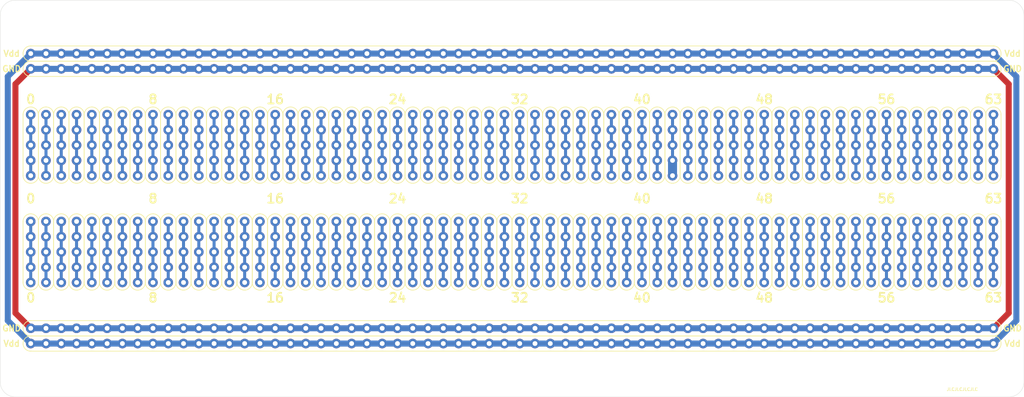
<source format=kicad_pcb>
(kicad_pcb (version 20171130) (host pcbnew 5.1.7)
  (layers (0 F.Cu signal) (31 B.Cu signal) (34 B.Paste user) (35 F.Paste user) (36 B.SilkS user) (37 F.SilkS user) (38 B.Mask user) (39 F.Mask user) (44 Edge.Cuts user))
  (net 0 "")
  (module MountingHole:MountingHole_3.2mm_M3 (layer F.Cu) (at 212.09 38.1)
    (fp_text reference REF** hide)
    (fp_text value MountingHole_3.2mm_M3 hide)
    (pad 1 np_thru_hole circle (at 0 0) (size 3.2 3.2) (drill 3.2) (layers *.Cu *.Mask))
  )
  (module MountingHole:MountingHole_3.2mm_M3 (layer F.Cu) (at 212.09 96.52)
    (fp_text reference REF** hide)
    (fp_text value MountingHole_3.2mm_M3 hide)
    (pad 1 np_thru_hole circle (at 0 0) (size 3.2 3.2) (drill 3.2) (layers *.Cu *.Mask))
  )
  (module MountingHole:MountingHole_3.2mm_M3 (layer F.Cu) (at 49.53 96.52)
    (fp_text reference REF** hide)
    (fp_text value MountingHole_3.2mm_M3 hide)
    (pad 1 np_thru_hole circle (at 0 0) (size 3.2 3.2) (drill 3.2) (layers *.Cu *.Mask))
  )
  (module MountingHole:MountingHole_3.2mm_M3 (layer F.Cu) (at 49.53 38.1)
    (fp_text reference REF** hide)
    (fp_text value MountingHole_3.2mm_M3 hide)
    (pad 1 np_thru_hole circle (at 0 0) (size 3.2 3.2) (drill 3.2) (layers *.Cu *.Mask))
  )
  (module 8bitCpu:SIP-64 (layer F.Cu) (at 129.54 88.9)
    (fp_text reference REF** hide)
    (fp_text value SIP-64 hide)
    (pad 1 thru_hole circle (at -78.74 0) (size 1.6 1.6) (drill 0.8) (layers *.Cu *.Mask))
    (pad 2 thru_hole circle (at -76.2 0) (size 1.6 1.6) (drill 0.8) (layers *.Cu *.Mask))
    (pad 3 thru_hole circle (at -73.66 0) (size 1.6 1.6) (drill 0.8) (layers *.Cu *.Mask))
    (pad 4 thru_hole circle (at -71.12 0) (size 1.6 1.6) (drill 0.8) (layers *.Cu *.Mask))
    (pad 5 thru_hole circle (at -68.58 0) (size 1.6 1.6) (drill 0.8) (layers *.Cu *.Mask))
    (pad 6 thru_hole circle (at -66.04 0) (size 1.6 1.6) (drill 0.8) (layers *.Cu *.Mask))
    (pad 7 thru_hole circle (at -63.5 0) (size 1.6 1.6) (drill 0.8) (layers *.Cu *.Mask))
    (pad 8 thru_hole circle (at -60.96 0) (size 1.6 1.6) (drill 0.8) (layers *.Cu *.Mask))
    (pad 9 thru_hole circle (at -58.42 0) (size 1.6 1.6) (drill 0.8) (layers *.Cu *.Mask))
    (pad 10 thru_hole circle (at -55.88 0) (size 1.6 1.6) (drill 0.8) (layers *.Cu *.Mask))
    (pad 11 thru_hole circle (at -53.34 0) (size 1.6 1.6) (drill 0.8) (layers *.Cu *.Mask))
    (pad 12 thru_hole circle (at -50.8 0) (size 1.6 1.6) (drill 0.8) (layers *.Cu *.Mask))
    (pad 13 thru_hole circle (at -48.26 0) (size 1.6 1.6) (drill 0.8) (layers *.Cu *.Mask))
    (pad 14 thru_hole circle (at -45.72 0) (size 1.6 1.6) (drill 0.8) (layers *.Cu *.Mask))
    (pad 15 thru_hole circle (at -43.18 0) (size 1.6 1.6) (drill 0.8) (layers *.Cu *.Mask))
    (pad 16 thru_hole circle (at -40.64 0) (size 1.6 1.6) (drill 0.8) (layers *.Cu *.Mask))
    (pad 17 thru_hole circle (at -38.1 0) (size 1.6 1.6) (drill 0.8) (layers *.Cu *.Mask))
    (pad 18 thru_hole circle (at -35.56 0) (size 1.6 1.6) (drill 0.8) (layers *.Cu *.Mask))
    (pad 19 thru_hole circle (at -33.02 0) (size 1.6 1.6) (drill 0.8) (layers *.Cu *.Mask))
    (pad 20 thru_hole circle (at -30.48 0) (size 1.6 1.6) (drill 0.8) (layers *.Cu *.Mask))
    (pad 21 thru_hole circle (at -27.94 0) (size 1.6 1.6) (drill 0.8) (layers *.Cu *.Mask))
    (pad 22 thru_hole circle (at -25.4 0) (size 1.6 1.6) (drill 0.8) (layers *.Cu *.Mask))
    (pad 23 thru_hole circle (at -22.86 0) (size 1.6 1.6) (drill 0.8) (layers *.Cu *.Mask))
    (pad 24 thru_hole circle (at -20.32 0) (size 1.6 1.6) (drill 0.8) (layers *.Cu *.Mask))
    (pad 25 thru_hole circle (at -17.78 0) (size 1.6 1.6) (drill 0.8) (layers *.Cu *.Mask))
    (pad 26 thru_hole circle (at -15.24 0) (size 1.6 1.6) (drill 0.8) (layers *.Cu *.Mask))
    (pad 27 thru_hole circle (at -12.7 0) (size 1.6 1.6) (drill 0.8) (layers *.Cu *.Mask))
    (pad 28 thru_hole circle (at -10.16 0) (size 1.6 1.6) (drill 0.8) (layers *.Cu *.Mask))
    (pad 29 thru_hole circle (at -7.62 0) (size 1.6 1.6) (drill 0.8) (layers *.Cu *.Mask))
    (pad 30 thru_hole circle (at -5.08 0) (size 1.6 1.6) (drill 0.8) (layers *.Cu *.Mask))
    (pad 31 thru_hole circle (at -2.54 0) (size 1.6 1.6) (drill 0.8) (layers *.Cu *.Mask))
    (pad 32 thru_hole circle (at 0 0) (size 1.6 1.6) (drill 0.8) (layers *.Cu *.Mask))
    (pad 33 thru_hole circle (at 2.54 0) (size 1.6 1.6) (drill 0.8) (layers *.Cu *.Mask))
    (pad 34 thru_hole circle (at 5.08 0) (size 1.6 1.6) (drill 0.8) (layers *.Cu *.Mask))
    (pad 35 thru_hole circle (at 7.62 0) (size 1.6 1.6) (drill 0.8) (layers *.Cu *.Mask))
    (pad 36 thru_hole circle (at 10.16 0) (size 1.6 1.6) (drill 0.8) (layers *.Cu *.Mask))
    (pad 37 thru_hole circle (at 12.7 0) (size 1.6 1.6) (drill 0.8) (layers *.Cu *.Mask))
    (pad 38 thru_hole circle (at 15.24 0) (size 1.6 1.6) (drill 0.8) (layers *.Cu *.Mask))
    (pad 39 thru_hole circle (at 17.78 0) (size 1.6 1.6) (drill 0.8) (layers *.Cu *.Mask))
    (pad 40 thru_hole circle (at 20.32 0) (size 1.6 1.6) (drill 0.8) (layers *.Cu *.Mask))
    (pad 41 thru_hole circle (at 22.86 0) (size 1.6 1.6) (drill 0.8) (layers *.Cu *.Mask))
    (pad 42 thru_hole circle (at 25.4 0) (size 1.6 1.6) (drill 0.8) (layers *.Cu *.Mask))
    (pad 43 thru_hole circle (at 27.94 0) (size 1.6 1.6) (drill 0.8) (layers *.Cu *.Mask))
    (pad 44 thru_hole circle (at 30.48 0) (size 1.6 1.6) (drill 0.8) (layers *.Cu *.Mask))
    (pad 45 thru_hole circle (at 33.02 0) (size 1.6 1.6) (drill 0.8) (layers *.Cu *.Mask))
    (pad 46 thru_hole circle (at 35.56 0) (size 1.6 1.6) (drill 0.8) (layers *.Cu *.Mask))
    (pad 47 thru_hole circle (at 38.1 0) (size 1.6 1.6) (drill 0.8) (layers *.Cu *.Mask))
    (pad 48 thru_hole circle (at 40.64 0) (size 1.6 1.6) (drill 0.8) (layers *.Cu *.Mask))
    (pad 49 thru_hole circle (at 43.18 0) (size 1.6 1.6) (drill 0.8) (layers *.Cu *.Mask))
    (pad 50 thru_hole circle (at 45.72 0) (size 1.6 1.6) (drill 0.8) (layers *.Cu *.Mask))
    (pad 51 thru_hole circle (at 48.26 0) (size 1.6 1.6) (drill 0.8) (layers *.Cu *.Mask))
    (pad 52 thru_hole circle (at 50.8 0) (size 1.6 1.6) (drill 0.8) (layers *.Cu *.Mask))
    (pad 53 thru_hole circle (at 53.34 0) (size 1.6 1.6) (drill 0.8) (layers *.Cu *.Mask))
    (pad 54 thru_hole circle (at 55.88 0) (size 1.6 1.6) (drill 0.8) (layers *.Cu *.Mask))
    (pad 55 thru_hole circle (at 58.42 0) (size 1.6 1.6) (drill 0.8) (layers *.Cu *.Mask))
    (pad 56 thru_hole circle (at 60.96 0) (size 1.6 1.6) (drill 0.8) (layers *.Cu *.Mask))
    (pad 57 thru_hole circle (at 63.5 0) (size 1.6 1.6) (drill 0.8) (layers *.Cu *.Mask))
    (pad 58 thru_hole circle (at 66.04 0) (size 1.6 1.6) (drill 0.8) (layers *.Cu *.Mask))
    (pad 59 thru_hole circle (at 68.58 0) (size 1.6 1.6) (drill 0.8) (layers *.Cu *.Mask))
    (pad 60 thru_hole circle (at 71.12 0) (size 1.6 1.6) (drill 0.8) (layers *.Cu *.Mask))
    (pad 61 thru_hole circle (at 73.66 0) (size 1.6 1.6) (drill 0.8) (layers *.Cu *.Mask))
    (pad 62 thru_hole circle (at 76.2 0) (size 1.6 1.6) (drill 0.8) (layers *.Cu *.Mask))
    (pad 63 thru_hole circle (at 78.74 0) (size 1.6 1.6) (drill 0.8) (layers *.Cu *.Mask))
    (pad 64 thru_hole circle (at 81.28 0) (size 1.6 1.6) (drill 0.8) (layers *.Cu *.Mask))
  )
  (module 8bitCpu:SIP-64 (layer F.Cu) (at 129.54 91.44)
    (fp_text reference REF** hide)
    (fp_text value SIP-64 hide)
    (pad 64 thru_hole circle (at 81.28 0) (size 1.6 1.6) (drill 0.8) (layers *.Cu *.Mask))
    (pad 63 thru_hole circle (at 78.74 0) (size 1.6 1.6) (drill 0.8) (layers *.Cu *.Mask))
    (pad 62 thru_hole circle (at 76.2 0) (size 1.6 1.6) (drill 0.8) (layers *.Cu *.Mask))
    (pad 61 thru_hole circle (at 73.66 0) (size 1.6 1.6) (drill 0.8) (layers *.Cu *.Mask))
    (pad 60 thru_hole circle (at 71.12 0) (size 1.6 1.6) (drill 0.8) (layers *.Cu *.Mask))
    (pad 59 thru_hole circle (at 68.58 0) (size 1.6 1.6) (drill 0.8) (layers *.Cu *.Mask))
    (pad 58 thru_hole circle (at 66.04 0) (size 1.6 1.6) (drill 0.8) (layers *.Cu *.Mask))
    (pad 57 thru_hole circle (at 63.5 0) (size 1.6 1.6) (drill 0.8) (layers *.Cu *.Mask))
    (pad 56 thru_hole circle (at 60.96 0) (size 1.6 1.6) (drill 0.8) (layers *.Cu *.Mask))
    (pad 55 thru_hole circle (at 58.42 0) (size 1.6 1.6) (drill 0.8) (layers *.Cu *.Mask))
    (pad 54 thru_hole circle (at 55.88 0) (size 1.6 1.6) (drill 0.8) (layers *.Cu *.Mask))
    (pad 53 thru_hole circle (at 53.34 0) (size 1.6 1.6) (drill 0.8) (layers *.Cu *.Mask))
    (pad 52 thru_hole circle (at 50.8 0) (size 1.6 1.6) (drill 0.8) (layers *.Cu *.Mask))
    (pad 51 thru_hole circle (at 48.26 0) (size 1.6 1.6) (drill 0.8) (layers *.Cu *.Mask))
    (pad 50 thru_hole circle (at 45.72 0) (size 1.6 1.6) (drill 0.8) (layers *.Cu *.Mask))
    (pad 49 thru_hole circle (at 43.18 0) (size 1.6 1.6) (drill 0.8) (layers *.Cu *.Mask))
    (pad 48 thru_hole circle (at 40.64 0) (size 1.6 1.6) (drill 0.8) (layers *.Cu *.Mask))
    (pad 47 thru_hole circle (at 38.1 0) (size 1.6 1.6) (drill 0.8) (layers *.Cu *.Mask))
    (pad 46 thru_hole circle (at 35.56 0) (size 1.6 1.6) (drill 0.8) (layers *.Cu *.Mask))
    (pad 45 thru_hole circle (at 33.02 0) (size 1.6 1.6) (drill 0.8) (layers *.Cu *.Mask))
    (pad 44 thru_hole circle (at 30.48 0) (size 1.6 1.6) (drill 0.8) (layers *.Cu *.Mask))
    (pad 43 thru_hole circle (at 27.94 0) (size 1.6 1.6) (drill 0.8) (layers *.Cu *.Mask))
    (pad 42 thru_hole circle (at 25.4 0) (size 1.6 1.6) (drill 0.8) (layers *.Cu *.Mask))
    (pad 41 thru_hole circle (at 22.86 0) (size 1.6 1.6) (drill 0.8) (layers *.Cu *.Mask))
    (pad 40 thru_hole circle (at 20.32 0) (size 1.6 1.6) (drill 0.8) (layers *.Cu *.Mask))
    (pad 39 thru_hole circle (at 17.78 0) (size 1.6 1.6) (drill 0.8) (layers *.Cu *.Mask))
    (pad 38 thru_hole circle (at 15.24 0) (size 1.6 1.6) (drill 0.8) (layers *.Cu *.Mask))
    (pad 37 thru_hole circle (at 12.7 0) (size 1.6 1.6) (drill 0.8) (layers *.Cu *.Mask))
    (pad 36 thru_hole circle (at 10.16 0) (size 1.6 1.6) (drill 0.8) (layers *.Cu *.Mask))
    (pad 35 thru_hole circle (at 7.62 0) (size 1.6 1.6) (drill 0.8) (layers *.Cu *.Mask))
    (pad 34 thru_hole circle (at 5.08 0) (size 1.6 1.6) (drill 0.8) (layers *.Cu *.Mask))
    (pad 33 thru_hole circle (at 2.54 0) (size 1.6 1.6) (drill 0.8) (layers *.Cu *.Mask))
    (pad 32 thru_hole circle (at 0 0) (size 1.6 1.6) (drill 0.8) (layers *.Cu *.Mask))
    (pad 31 thru_hole circle (at -2.54 0) (size 1.6 1.6) (drill 0.8) (layers *.Cu *.Mask))
    (pad 30 thru_hole circle (at -5.08 0) (size 1.6 1.6) (drill 0.8) (layers *.Cu *.Mask))
    (pad 29 thru_hole circle (at -7.62 0) (size 1.6 1.6) (drill 0.8) (layers *.Cu *.Mask))
    (pad 28 thru_hole circle (at -10.16 0) (size 1.6 1.6) (drill 0.8) (layers *.Cu *.Mask))
    (pad 27 thru_hole circle (at -12.7 0) (size 1.6 1.6) (drill 0.8) (layers *.Cu *.Mask))
    (pad 26 thru_hole circle (at -15.24 0) (size 1.6 1.6) (drill 0.8) (layers *.Cu *.Mask))
    (pad 25 thru_hole circle (at -17.78 0) (size 1.6 1.6) (drill 0.8) (layers *.Cu *.Mask))
    (pad 24 thru_hole circle (at -20.32 0) (size 1.6 1.6) (drill 0.8) (layers *.Cu *.Mask))
    (pad 23 thru_hole circle (at -22.86 0) (size 1.6 1.6) (drill 0.8) (layers *.Cu *.Mask))
    (pad 22 thru_hole circle (at -25.4 0) (size 1.6 1.6) (drill 0.8) (layers *.Cu *.Mask))
    (pad 21 thru_hole circle (at -27.94 0) (size 1.6 1.6) (drill 0.8) (layers *.Cu *.Mask))
    (pad 20 thru_hole circle (at -30.48 0) (size 1.6 1.6) (drill 0.8) (layers *.Cu *.Mask))
    (pad 19 thru_hole circle (at -33.02 0) (size 1.6 1.6) (drill 0.8) (layers *.Cu *.Mask))
    (pad 18 thru_hole circle (at -35.56 0) (size 1.6 1.6) (drill 0.8) (layers *.Cu *.Mask))
    (pad 17 thru_hole circle (at -38.1 0) (size 1.6 1.6) (drill 0.8) (layers *.Cu *.Mask))
    (pad 16 thru_hole circle (at -40.64 0) (size 1.6 1.6) (drill 0.8) (layers *.Cu *.Mask))
    (pad 15 thru_hole circle (at -43.18 0) (size 1.6 1.6) (drill 0.8) (layers *.Cu *.Mask))
    (pad 14 thru_hole circle (at -45.72 0) (size 1.6 1.6) (drill 0.8) (layers *.Cu *.Mask))
    (pad 13 thru_hole circle (at -48.26 0) (size 1.6 1.6) (drill 0.8) (layers *.Cu *.Mask))
    (pad 12 thru_hole circle (at -50.8 0) (size 1.6 1.6) (drill 0.8) (layers *.Cu *.Mask))
    (pad 11 thru_hole circle (at -53.34 0) (size 1.6 1.6) (drill 0.8) (layers *.Cu *.Mask))
    (pad 10 thru_hole circle (at -55.88 0) (size 1.6 1.6) (drill 0.8) (layers *.Cu *.Mask))
    (pad 9 thru_hole circle (at -58.42 0) (size 1.6 1.6) (drill 0.8) (layers *.Cu *.Mask))
    (pad 8 thru_hole circle (at -60.96 0) (size 1.6 1.6) (drill 0.8) (layers *.Cu *.Mask))
    (pad 7 thru_hole circle (at -63.5 0) (size 1.6 1.6) (drill 0.8) (layers *.Cu *.Mask))
    (pad 6 thru_hole circle (at -66.04 0) (size 1.6 1.6) (drill 0.8) (layers *.Cu *.Mask))
    (pad 5 thru_hole circle (at -68.58 0) (size 1.6 1.6) (drill 0.8) (layers *.Cu *.Mask))
    (pad 4 thru_hole circle (at -71.12 0) (size 1.6 1.6) (drill 0.8) (layers *.Cu *.Mask))
    (pad 3 thru_hole circle (at -73.66 0) (size 1.6 1.6) (drill 0.8) (layers *.Cu *.Mask))
    (pad 2 thru_hole circle (at -76.2 0) (size 1.6 1.6) (drill 0.8) (layers *.Cu *.Mask))
    (pad 1 thru_hole circle (at -78.74 0) (size 1.6 1.6) (drill 0.8) (layers *.Cu *.Mask))
  )
  (module 8bitCpu:SIP-64 (layer F.Cu) (at 129.54 45.72)
    (fp_text reference REF** hide)
    (fp_text value SIP-64 hide)
    (pad 1 thru_hole circle (at -78.74 0) (size 1.6 1.6) (drill 0.8) (layers *.Cu *.Mask))
    (pad 2 thru_hole circle (at -76.2 0) (size 1.6 1.6) (drill 0.8) (layers *.Cu *.Mask))
    (pad 3 thru_hole circle (at -73.66 0) (size 1.6 1.6) (drill 0.8) (layers *.Cu *.Mask))
    (pad 4 thru_hole circle (at -71.12 0) (size 1.6 1.6) (drill 0.8) (layers *.Cu *.Mask))
    (pad 5 thru_hole circle (at -68.58 0) (size 1.6 1.6) (drill 0.8) (layers *.Cu *.Mask))
    (pad 6 thru_hole circle (at -66.04 0) (size 1.6 1.6) (drill 0.8) (layers *.Cu *.Mask))
    (pad 7 thru_hole circle (at -63.5 0) (size 1.6 1.6) (drill 0.8) (layers *.Cu *.Mask))
    (pad 8 thru_hole circle (at -60.96 0) (size 1.6 1.6) (drill 0.8) (layers *.Cu *.Mask))
    (pad 9 thru_hole circle (at -58.42 0) (size 1.6 1.6) (drill 0.8) (layers *.Cu *.Mask))
    (pad 10 thru_hole circle (at -55.88 0) (size 1.6 1.6) (drill 0.8) (layers *.Cu *.Mask))
    (pad 11 thru_hole circle (at -53.34 0) (size 1.6 1.6) (drill 0.8) (layers *.Cu *.Mask))
    (pad 12 thru_hole circle (at -50.8 0) (size 1.6 1.6) (drill 0.8) (layers *.Cu *.Mask))
    (pad 13 thru_hole circle (at -48.26 0) (size 1.6 1.6) (drill 0.8) (layers *.Cu *.Mask))
    (pad 14 thru_hole circle (at -45.72 0) (size 1.6 1.6) (drill 0.8) (layers *.Cu *.Mask))
    (pad 15 thru_hole circle (at -43.18 0) (size 1.6 1.6) (drill 0.8) (layers *.Cu *.Mask))
    (pad 16 thru_hole circle (at -40.64 0) (size 1.6 1.6) (drill 0.8) (layers *.Cu *.Mask))
    (pad 17 thru_hole circle (at -38.1 0) (size 1.6 1.6) (drill 0.8) (layers *.Cu *.Mask))
    (pad 18 thru_hole circle (at -35.56 0) (size 1.6 1.6) (drill 0.8) (layers *.Cu *.Mask))
    (pad 19 thru_hole circle (at -33.02 0) (size 1.6 1.6) (drill 0.8) (layers *.Cu *.Mask))
    (pad 20 thru_hole circle (at -30.48 0) (size 1.6 1.6) (drill 0.8) (layers *.Cu *.Mask))
    (pad 21 thru_hole circle (at -27.94 0) (size 1.6 1.6) (drill 0.8) (layers *.Cu *.Mask))
    (pad 22 thru_hole circle (at -25.4 0) (size 1.6 1.6) (drill 0.8) (layers *.Cu *.Mask))
    (pad 23 thru_hole circle (at -22.86 0) (size 1.6 1.6) (drill 0.8) (layers *.Cu *.Mask))
    (pad 24 thru_hole circle (at -20.32 0) (size 1.6 1.6) (drill 0.8) (layers *.Cu *.Mask))
    (pad 25 thru_hole circle (at -17.78 0) (size 1.6 1.6) (drill 0.8) (layers *.Cu *.Mask))
    (pad 26 thru_hole circle (at -15.24 0) (size 1.6 1.6) (drill 0.8) (layers *.Cu *.Mask))
    (pad 27 thru_hole circle (at -12.7 0) (size 1.6 1.6) (drill 0.8) (layers *.Cu *.Mask))
    (pad 28 thru_hole circle (at -10.16 0) (size 1.6 1.6) (drill 0.8) (layers *.Cu *.Mask))
    (pad 29 thru_hole circle (at -7.62 0) (size 1.6 1.6) (drill 0.8) (layers *.Cu *.Mask))
    (pad 30 thru_hole circle (at -5.08 0) (size 1.6 1.6) (drill 0.8) (layers *.Cu *.Mask))
    (pad 31 thru_hole circle (at -2.54 0) (size 1.6 1.6) (drill 0.8) (layers *.Cu *.Mask))
    (pad 32 thru_hole circle (at 0 0) (size 1.6 1.6) (drill 0.8) (layers *.Cu *.Mask))
    (pad 33 thru_hole circle (at 2.54 0) (size 1.6 1.6) (drill 0.8) (layers *.Cu *.Mask))
    (pad 34 thru_hole circle (at 5.08 0) (size 1.6 1.6) (drill 0.8) (layers *.Cu *.Mask))
    (pad 35 thru_hole circle (at 7.62 0) (size 1.6 1.6) (drill 0.8) (layers *.Cu *.Mask))
    (pad 36 thru_hole circle (at 10.16 0) (size 1.6 1.6) (drill 0.8) (layers *.Cu *.Mask))
    (pad 37 thru_hole circle (at 12.7 0) (size 1.6 1.6) (drill 0.8) (layers *.Cu *.Mask))
    (pad 38 thru_hole circle (at 15.24 0) (size 1.6 1.6) (drill 0.8) (layers *.Cu *.Mask))
    (pad 39 thru_hole circle (at 17.78 0) (size 1.6 1.6) (drill 0.8) (layers *.Cu *.Mask))
    (pad 40 thru_hole circle (at 20.32 0) (size 1.6 1.6) (drill 0.8) (layers *.Cu *.Mask))
    (pad 41 thru_hole circle (at 22.86 0) (size 1.6 1.6) (drill 0.8) (layers *.Cu *.Mask))
    (pad 42 thru_hole circle (at 25.4 0) (size 1.6 1.6) (drill 0.8) (layers *.Cu *.Mask))
    (pad 43 thru_hole circle (at 27.94 0) (size 1.6 1.6) (drill 0.8) (layers *.Cu *.Mask))
    (pad 44 thru_hole circle (at 30.48 0) (size 1.6 1.6) (drill 0.8) (layers *.Cu *.Mask))
    (pad 45 thru_hole circle (at 33.02 0) (size 1.6 1.6) (drill 0.8) (layers *.Cu *.Mask))
    (pad 46 thru_hole circle (at 35.56 0) (size 1.6 1.6) (drill 0.8) (layers *.Cu *.Mask))
    (pad 47 thru_hole circle (at 38.1 0) (size 1.6 1.6) (drill 0.8) (layers *.Cu *.Mask))
    (pad 48 thru_hole circle (at 40.64 0) (size 1.6 1.6) (drill 0.8) (layers *.Cu *.Mask))
    (pad 49 thru_hole circle (at 43.18 0) (size 1.6 1.6) (drill 0.8) (layers *.Cu *.Mask))
    (pad 50 thru_hole circle (at 45.72 0) (size 1.6 1.6) (drill 0.8) (layers *.Cu *.Mask))
    (pad 51 thru_hole circle (at 48.26 0) (size 1.6 1.6) (drill 0.8) (layers *.Cu *.Mask))
    (pad 52 thru_hole circle (at 50.8 0) (size 1.6 1.6) (drill 0.8) (layers *.Cu *.Mask))
    (pad 53 thru_hole circle (at 53.34 0) (size 1.6 1.6) (drill 0.8) (layers *.Cu *.Mask))
    (pad 54 thru_hole circle (at 55.88 0) (size 1.6 1.6) (drill 0.8) (layers *.Cu *.Mask))
    (pad 55 thru_hole circle (at 58.42 0) (size 1.6 1.6) (drill 0.8) (layers *.Cu *.Mask))
    (pad 56 thru_hole circle (at 60.96 0) (size 1.6 1.6) (drill 0.8) (layers *.Cu *.Mask))
    (pad 57 thru_hole circle (at 63.5 0) (size 1.6 1.6) (drill 0.8) (layers *.Cu *.Mask))
    (pad 58 thru_hole circle (at 66.04 0) (size 1.6 1.6) (drill 0.8) (layers *.Cu *.Mask))
    (pad 59 thru_hole circle (at 68.58 0) (size 1.6 1.6) (drill 0.8) (layers *.Cu *.Mask))
    (pad 60 thru_hole circle (at 71.12 0) (size 1.6 1.6) (drill 0.8) (layers *.Cu *.Mask))
    (pad 61 thru_hole circle (at 73.66 0) (size 1.6 1.6) (drill 0.8) (layers *.Cu *.Mask))
    (pad 62 thru_hole circle (at 76.2 0) (size 1.6 1.6) (drill 0.8) (layers *.Cu *.Mask))
    (pad 63 thru_hole circle (at 78.74 0) (size 1.6 1.6) (drill 0.8) (layers *.Cu *.Mask))
    (pad 64 thru_hole circle (at 81.28 0) (size 1.6 1.6) (drill 0.8) (layers *.Cu *.Mask))
  )
  (module 8bitCpu:SIP-5 (layer F.Cu) (at 50.8 76.2 270)
    (fp_text reference REF** hide)
    (fp_text value SIP-5 hide)
    (pad 5 thru_hole circle (at 5.08 0 270) (size 1.6 1.6) (drill 0.8) (layers *.Cu *.Mask))
    (pad 4 thru_hole circle (at 2.54 0 270) (size 1.6 1.6) (drill 0.8) (layers *.Cu *.Mask))
    (pad 3 thru_hole circle (at 0 0 270) (size 1.6 1.6) (drill 0.8) (layers *.Cu *.Mask))
    (pad 2 thru_hole circle (at -2.54 0 270) (size 1.6 1.6) (drill 0.8) (layers *.Cu *.Mask))
    (pad 1 thru_hole circle (at -5.08 0 270) (size 1.6 1.6) (drill 0.8) (layers *.Cu *.Mask))
  )
  (module 8bitCpu:SIP-5 (layer F.Cu) (at 53.34 76.2 270)
    (fp_text reference REF** hide)
    (fp_text value SIP-5 hide)
    (pad 5 thru_hole circle (at 5.08 0 270) (size 1.6 1.6) (drill 0.8) (layers *.Cu *.Mask))
    (pad 4 thru_hole circle (at 2.54 0 270) (size 1.6 1.6) (drill 0.8) (layers *.Cu *.Mask))
    (pad 3 thru_hole circle (at 0 0 270) (size 1.6 1.6) (drill 0.8) (layers *.Cu *.Mask))
    (pad 2 thru_hole circle (at -2.54 0 270) (size 1.6 1.6) (drill 0.8) (layers *.Cu *.Mask))
    (pad 1 thru_hole circle (at -5.08 0 270) (size 1.6 1.6) (drill 0.8) (layers *.Cu *.Mask))
  )
  (module 8bitCpu:SIP-5 (layer F.Cu) (at 55.88 76.2 270)
    (fp_text reference REF** hide)
    (fp_text value SIP-5 hide)
    (pad 5 thru_hole circle (at 5.08 0 270) (size 1.6 1.6) (drill 0.8) (layers *.Cu *.Mask))
    (pad 4 thru_hole circle (at 2.54 0 270) (size 1.6 1.6) (drill 0.8) (layers *.Cu *.Mask))
    (pad 3 thru_hole circle (at 0 0 270) (size 1.6 1.6) (drill 0.8) (layers *.Cu *.Mask))
    (pad 2 thru_hole circle (at -2.54 0 270) (size 1.6 1.6) (drill 0.8) (layers *.Cu *.Mask))
    (pad 1 thru_hole circle (at -5.08 0 270) (size 1.6 1.6) (drill 0.8) (layers *.Cu *.Mask))
  )
  (module 8bitCpu:SIP-5 (layer F.Cu) (at 58.42 76.2 270)
    (fp_text reference REF** hide)
    (fp_text value SIP-5 hide)
    (pad 5 thru_hole circle (at 5.08 0 270) (size 1.6 1.6) (drill 0.8) (layers *.Cu *.Mask))
    (pad 4 thru_hole circle (at 2.54 0 270) (size 1.6 1.6) (drill 0.8) (layers *.Cu *.Mask))
    (pad 3 thru_hole circle (at 0 0 270) (size 1.6 1.6) (drill 0.8) (layers *.Cu *.Mask))
    (pad 2 thru_hole circle (at -2.54 0 270) (size 1.6 1.6) (drill 0.8) (layers *.Cu *.Mask))
    (pad 1 thru_hole circle (at -5.08 0 270) (size 1.6 1.6) (drill 0.8) (layers *.Cu *.Mask))
  )
  (module 8bitCpu:SIP-5 (layer F.Cu) (at 60.96 76.2 270)
    (fp_text reference REF** hide)
    (fp_text value SIP-5 hide)
    (pad 5 thru_hole circle (at 5.08 0 270) (size 1.6 1.6) (drill 0.8) (layers *.Cu *.Mask))
    (pad 4 thru_hole circle (at 2.54 0 270) (size 1.6 1.6) (drill 0.8) (layers *.Cu *.Mask))
    (pad 3 thru_hole circle (at 0 0 270) (size 1.6 1.6) (drill 0.8) (layers *.Cu *.Mask))
    (pad 2 thru_hole circle (at -2.54 0 270) (size 1.6 1.6) (drill 0.8) (layers *.Cu *.Mask))
    (pad 1 thru_hole circle (at -5.08 0 270) (size 1.6 1.6) (drill 0.8) (layers *.Cu *.Mask))
  )
  (module 8bitCpu:SIP-5 (layer F.Cu) (at 63.5 76.2 270)
    (fp_text reference REF** hide)
    (fp_text value SIP-5 hide)
    (pad 5 thru_hole circle (at 5.08 0 270) (size 1.6 1.6) (drill 0.8) (layers *.Cu *.Mask))
    (pad 4 thru_hole circle (at 2.54 0 270) (size 1.6 1.6) (drill 0.8) (layers *.Cu *.Mask))
    (pad 3 thru_hole circle (at 0 0 270) (size 1.6 1.6) (drill 0.8) (layers *.Cu *.Mask))
    (pad 2 thru_hole circle (at -2.54 0 270) (size 1.6 1.6) (drill 0.8) (layers *.Cu *.Mask))
    (pad 1 thru_hole circle (at -5.08 0 270) (size 1.6 1.6) (drill 0.8) (layers *.Cu *.Mask))
  )
  (module 8bitCpu:SIP-5 (layer F.Cu) (at 66.04 76.2 270)
    (fp_text reference REF** hide)
    (fp_text value SIP-5 hide)
    (pad 5 thru_hole circle (at 5.08 0 270) (size 1.6 1.6) (drill 0.8) (layers *.Cu *.Mask))
    (pad 4 thru_hole circle (at 2.54 0 270) (size 1.6 1.6) (drill 0.8) (layers *.Cu *.Mask))
    (pad 3 thru_hole circle (at 0 0 270) (size 1.6 1.6) (drill 0.8) (layers *.Cu *.Mask))
    (pad 2 thru_hole circle (at -2.54 0 270) (size 1.6 1.6) (drill 0.8) (layers *.Cu *.Mask))
    (pad 1 thru_hole circle (at -5.08 0 270) (size 1.6 1.6) (drill 0.8) (layers *.Cu *.Mask))
  )
  (module 8bitCpu:SIP-5 (layer F.Cu) (at 68.58 76.2 270)
    (fp_text reference REF** hide)
    (fp_text value SIP-5 hide)
    (pad 5 thru_hole circle (at 5.08 0 270) (size 1.6 1.6) (drill 0.8) (layers *.Cu *.Mask))
    (pad 4 thru_hole circle (at 2.54 0 270) (size 1.6 1.6) (drill 0.8) (layers *.Cu *.Mask))
    (pad 3 thru_hole circle (at 0 0 270) (size 1.6 1.6) (drill 0.8) (layers *.Cu *.Mask))
    (pad 2 thru_hole circle (at -2.54 0 270) (size 1.6 1.6) (drill 0.8) (layers *.Cu *.Mask))
    (pad 1 thru_hole circle (at -5.08 0 270) (size 1.6 1.6) (drill 0.8) (layers *.Cu *.Mask))
  )
  (module 8bitCpu:SIP-5 (layer F.Cu) (at 83.82 76.2 270)
    (fp_text reference REF** hide)
    (fp_text value SIP-5 hide)
    (pad 5 thru_hole circle (at 5.08 0 270) (size 1.6 1.6) (drill 0.8) (layers *.Cu *.Mask))
    (pad 4 thru_hole circle (at 2.54 0 270) (size 1.6 1.6) (drill 0.8) (layers *.Cu *.Mask))
    (pad 3 thru_hole circle (at 0 0 270) (size 1.6 1.6) (drill 0.8) (layers *.Cu *.Mask))
    (pad 2 thru_hole circle (at -2.54 0 270) (size 1.6 1.6) (drill 0.8) (layers *.Cu *.Mask))
    (pad 1 thru_hole circle (at -5.08 0 270) (size 1.6 1.6) (drill 0.8) (layers *.Cu *.Mask))
  )
  (module 8bitCpu:SIP-5 (layer F.Cu) (at 81.28 76.2 270)
    (fp_text reference REF** hide)
    (fp_text value SIP-5 hide)
    (pad 5 thru_hole circle (at 5.08 0 270) (size 1.6 1.6) (drill 0.8) (layers *.Cu *.Mask))
    (pad 4 thru_hole circle (at 2.54 0 270) (size 1.6 1.6) (drill 0.8) (layers *.Cu *.Mask))
    (pad 3 thru_hole circle (at 0 0 270) (size 1.6 1.6) (drill 0.8) (layers *.Cu *.Mask))
    (pad 2 thru_hole circle (at -2.54 0 270) (size 1.6 1.6) (drill 0.8) (layers *.Cu *.Mask))
    (pad 1 thru_hole circle (at -5.08 0 270) (size 1.6 1.6) (drill 0.8) (layers *.Cu *.Mask))
  )
  (module 8bitCpu:SIP-5 (layer F.Cu) (at 86.36 76.2 270)
    (fp_text reference REF** hide)
    (fp_text value SIP-5 hide)
    (pad 5 thru_hole circle (at 5.08 0 270) (size 1.6 1.6) (drill 0.8) (layers *.Cu *.Mask))
    (pad 4 thru_hole circle (at 2.54 0 270) (size 1.6 1.6) (drill 0.8) (layers *.Cu *.Mask))
    (pad 3 thru_hole circle (at 0 0 270) (size 1.6 1.6) (drill 0.8) (layers *.Cu *.Mask))
    (pad 2 thru_hole circle (at -2.54 0 270) (size 1.6 1.6) (drill 0.8) (layers *.Cu *.Mask))
    (pad 1 thru_hole circle (at -5.08 0 270) (size 1.6 1.6) (drill 0.8) (layers *.Cu *.Mask))
  )
  (module 8bitCpu:SIP-5 (layer F.Cu) (at 76.2 76.2 270)
    (fp_text reference REF** hide)
    (fp_text value SIP-5 hide)
    (pad 5 thru_hole circle (at 5.08 0 270) (size 1.6 1.6) (drill 0.8) (layers *.Cu *.Mask))
    (pad 4 thru_hole circle (at 2.54 0 270) (size 1.6 1.6) (drill 0.8) (layers *.Cu *.Mask))
    (pad 3 thru_hole circle (at 0 0 270) (size 1.6 1.6) (drill 0.8) (layers *.Cu *.Mask))
    (pad 2 thru_hole circle (at -2.54 0 270) (size 1.6 1.6) (drill 0.8) (layers *.Cu *.Mask))
    (pad 1 thru_hole circle (at -5.08 0 270) (size 1.6 1.6) (drill 0.8) (layers *.Cu *.Mask))
  )
  (module 8bitCpu:SIP-5 (layer F.Cu) (at 71.12 76.2 270)
    (fp_text reference REF** hide)
    (fp_text value SIP-5 hide)
    (pad 5 thru_hole circle (at 5.08 0 270) (size 1.6 1.6) (drill 0.8) (layers *.Cu *.Mask))
    (pad 4 thru_hole circle (at 2.54 0 270) (size 1.6 1.6) (drill 0.8) (layers *.Cu *.Mask))
    (pad 3 thru_hole circle (at 0 0 270) (size 1.6 1.6) (drill 0.8) (layers *.Cu *.Mask))
    (pad 2 thru_hole circle (at -2.54 0 270) (size 1.6 1.6) (drill 0.8) (layers *.Cu *.Mask))
    (pad 1 thru_hole circle (at -5.08 0 270) (size 1.6 1.6) (drill 0.8) (layers *.Cu *.Mask))
  )
  (module 8bitCpu:SIP-5 (layer F.Cu) (at 78.74 76.2 270)
    (fp_text reference REF** hide)
    (fp_text value SIP-5 hide)
    (pad 5 thru_hole circle (at 5.08 0 270) (size 1.6 1.6) (drill 0.8) (layers *.Cu *.Mask))
    (pad 4 thru_hole circle (at 2.54 0 270) (size 1.6 1.6) (drill 0.8) (layers *.Cu *.Mask))
    (pad 3 thru_hole circle (at 0 0 270) (size 1.6 1.6) (drill 0.8) (layers *.Cu *.Mask))
    (pad 2 thru_hole circle (at -2.54 0 270) (size 1.6 1.6) (drill 0.8) (layers *.Cu *.Mask))
    (pad 1 thru_hole circle (at -5.08 0 270) (size 1.6 1.6) (drill 0.8) (layers *.Cu *.Mask))
  )
  (module 8bitCpu:SIP-5 (layer F.Cu) (at 88.9 76.2 270)
    (fp_text reference REF** hide)
    (fp_text value SIP-5 hide)
    (pad 5 thru_hole circle (at 5.08 0 270) (size 1.6 1.6) (drill 0.8) (layers *.Cu *.Mask))
    (pad 4 thru_hole circle (at 2.54 0 270) (size 1.6 1.6) (drill 0.8) (layers *.Cu *.Mask))
    (pad 3 thru_hole circle (at 0 0 270) (size 1.6 1.6) (drill 0.8) (layers *.Cu *.Mask))
    (pad 2 thru_hole circle (at -2.54 0 270) (size 1.6 1.6) (drill 0.8) (layers *.Cu *.Mask))
    (pad 1 thru_hole circle (at -5.08 0 270) (size 1.6 1.6) (drill 0.8) (layers *.Cu *.Mask))
  )
  (module 8bitCpu:SIP-5 (layer F.Cu) (at 73.66 76.2 270)
    (fp_text reference REF** hide)
    (fp_text value SIP-5 hide)
    (pad 5 thru_hole circle (at 5.08 0 270) (size 1.6 1.6) (drill 0.8) (layers *.Cu *.Mask))
    (pad 4 thru_hole circle (at 2.54 0 270) (size 1.6 1.6) (drill 0.8) (layers *.Cu *.Mask))
    (pad 3 thru_hole circle (at 0 0 270) (size 1.6 1.6) (drill 0.8) (layers *.Cu *.Mask))
    (pad 2 thru_hole circle (at -2.54 0 270) (size 1.6 1.6) (drill 0.8) (layers *.Cu *.Mask))
    (pad 1 thru_hole circle (at -5.08 0 270) (size 1.6 1.6) (drill 0.8) (layers *.Cu *.Mask))
  )
  (module 8bitCpu:SIP-5 (layer F.Cu) (at 104.14 76.2 270)
    (fp_text reference REF** hide)
    (fp_text value SIP-5 hide)
    (pad 5 thru_hole circle (at 5.08 0 270) (size 1.6 1.6) (drill 0.8) (layers *.Cu *.Mask))
    (pad 4 thru_hole circle (at 2.54 0 270) (size 1.6 1.6) (drill 0.8) (layers *.Cu *.Mask))
    (pad 3 thru_hole circle (at 0 0 270) (size 1.6 1.6) (drill 0.8) (layers *.Cu *.Mask))
    (pad 2 thru_hole circle (at -2.54 0 270) (size 1.6 1.6) (drill 0.8) (layers *.Cu *.Mask))
    (pad 1 thru_hole circle (at -5.08 0 270) (size 1.6 1.6) (drill 0.8) (layers *.Cu *.Mask))
  )
  (module 8bitCpu:SIP-5 (layer F.Cu) (at 124.46 76.2 270)
    (fp_text reference REF** hide)
    (fp_text value SIP-5 hide)
    (pad 5 thru_hole circle (at 5.08 0 270) (size 1.6 1.6) (drill 0.8) (layers *.Cu *.Mask))
    (pad 4 thru_hole circle (at 2.54 0 270) (size 1.6 1.6) (drill 0.8) (layers *.Cu *.Mask))
    (pad 3 thru_hole circle (at 0 0 270) (size 1.6 1.6) (drill 0.8) (layers *.Cu *.Mask))
    (pad 2 thru_hole circle (at -2.54 0 270) (size 1.6 1.6) (drill 0.8) (layers *.Cu *.Mask))
    (pad 1 thru_hole circle (at -5.08 0 270) (size 1.6 1.6) (drill 0.8) (layers *.Cu *.Mask))
  )
  (module 8bitCpu:SIP-5 (layer F.Cu) (at 101.6 76.2 270)
    (fp_text reference REF** hide)
    (fp_text value SIP-5 hide)
    (pad 5 thru_hole circle (at 5.08 0 270) (size 1.6 1.6) (drill 0.8) (layers *.Cu *.Mask))
    (pad 4 thru_hole circle (at 2.54 0 270) (size 1.6 1.6) (drill 0.8) (layers *.Cu *.Mask))
    (pad 3 thru_hole circle (at 0 0 270) (size 1.6 1.6) (drill 0.8) (layers *.Cu *.Mask))
    (pad 2 thru_hole circle (at -2.54 0 270) (size 1.6 1.6) (drill 0.8) (layers *.Cu *.Mask))
    (pad 1 thru_hole circle (at -5.08 0 270) (size 1.6 1.6) (drill 0.8) (layers *.Cu *.Mask))
  )
  (module 8bitCpu:SIP-5 (layer F.Cu) (at 119.38 76.2 270)
    (fp_text reference REF** hide)
    (fp_text value SIP-5 hide)
    (pad 5 thru_hole circle (at 5.08 0 270) (size 1.6 1.6) (drill 0.8) (layers *.Cu *.Mask))
    (pad 4 thru_hole circle (at 2.54 0 270) (size 1.6 1.6) (drill 0.8) (layers *.Cu *.Mask))
    (pad 3 thru_hole circle (at 0 0 270) (size 1.6 1.6) (drill 0.8) (layers *.Cu *.Mask))
    (pad 2 thru_hole circle (at -2.54 0 270) (size 1.6 1.6) (drill 0.8) (layers *.Cu *.Mask))
    (pad 1 thru_hole circle (at -5.08 0 270) (size 1.6 1.6) (drill 0.8) (layers *.Cu *.Mask))
  )
  (module 8bitCpu:SIP-5 (layer F.Cu) (at 106.68 76.2 270)
    (fp_text reference REF** hide)
    (fp_text value SIP-5 hide)
    (pad 5 thru_hole circle (at 5.08 0 270) (size 1.6 1.6) (drill 0.8) (layers *.Cu *.Mask))
    (pad 4 thru_hole circle (at 2.54 0 270) (size 1.6 1.6) (drill 0.8) (layers *.Cu *.Mask))
    (pad 3 thru_hole circle (at 0 0 270) (size 1.6 1.6) (drill 0.8) (layers *.Cu *.Mask))
    (pad 2 thru_hole circle (at -2.54 0 270) (size 1.6 1.6) (drill 0.8) (layers *.Cu *.Mask))
    (pad 1 thru_hole circle (at -5.08 0 270) (size 1.6 1.6) (drill 0.8) (layers *.Cu *.Mask))
  )
  (module 8bitCpu:SIP-5 (layer F.Cu) (at 116.84 76.2 270)
    (fp_text reference REF** hide)
    (fp_text value SIP-5 hide)
    (pad 5 thru_hole circle (at 5.08 0 270) (size 1.6 1.6) (drill 0.8) (layers *.Cu *.Mask))
    (pad 4 thru_hole circle (at 2.54 0 270) (size 1.6 1.6) (drill 0.8) (layers *.Cu *.Mask))
    (pad 3 thru_hole circle (at 0 0 270) (size 1.6 1.6) (drill 0.8) (layers *.Cu *.Mask))
    (pad 2 thru_hole circle (at -2.54 0 270) (size 1.6 1.6) (drill 0.8) (layers *.Cu *.Mask))
    (pad 1 thru_hole circle (at -5.08 0 270) (size 1.6 1.6) (drill 0.8) (layers *.Cu *.Mask))
  )
  (module 8bitCpu:SIP-5 (layer F.Cu) (at 111.76 76.2 270)
    (fp_text reference REF** hide)
    (fp_text value SIP-5 hide)
    (pad 5 thru_hole circle (at 5.08 0 270) (size 1.6 1.6) (drill 0.8) (layers *.Cu *.Mask))
    (pad 4 thru_hole circle (at 2.54 0 270) (size 1.6 1.6) (drill 0.8) (layers *.Cu *.Mask))
    (pad 3 thru_hole circle (at 0 0 270) (size 1.6 1.6) (drill 0.8) (layers *.Cu *.Mask))
    (pad 2 thru_hole circle (at -2.54 0 270) (size 1.6 1.6) (drill 0.8) (layers *.Cu *.Mask))
    (pad 1 thru_hole circle (at -5.08 0 270) (size 1.6 1.6) (drill 0.8) (layers *.Cu *.Mask))
  )
  (module 8bitCpu:SIP-5 (layer F.Cu) (at 121.92 76.2 270)
    (fp_text reference REF** hide)
    (fp_text value SIP-5 hide)
    (pad 5 thru_hole circle (at 5.08 0 270) (size 1.6 1.6) (drill 0.8) (layers *.Cu *.Mask))
    (pad 4 thru_hole circle (at 2.54 0 270) (size 1.6 1.6) (drill 0.8) (layers *.Cu *.Mask))
    (pad 3 thru_hole circle (at 0 0 270) (size 1.6 1.6) (drill 0.8) (layers *.Cu *.Mask))
    (pad 2 thru_hole circle (at -2.54 0 270) (size 1.6 1.6) (drill 0.8) (layers *.Cu *.Mask))
    (pad 1 thru_hole circle (at -5.08 0 270) (size 1.6 1.6) (drill 0.8) (layers *.Cu *.Mask))
  )
  (module 8bitCpu:SIP-5 (layer F.Cu) (at 96.52 76.2 270)
    (fp_text reference REF** hide)
    (fp_text value SIP-5 hide)
    (pad 5 thru_hole circle (at 5.08 0 270) (size 1.6 1.6) (drill 0.8) (layers *.Cu *.Mask))
    (pad 4 thru_hole circle (at 2.54 0 270) (size 1.6 1.6) (drill 0.8) (layers *.Cu *.Mask))
    (pad 3 thru_hole circle (at 0 0 270) (size 1.6 1.6) (drill 0.8) (layers *.Cu *.Mask))
    (pad 2 thru_hole circle (at -2.54 0 270) (size 1.6 1.6) (drill 0.8) (layers *.Cu *.Mask))
    (pad 1 thru_hole circle (at -5.08 0 270) (size 1.6 1.6) (drill 0.8) (layers *.Cu *.Mask))
  )
  (module 8bitCpu:SIP-5 (layer F.Cu) (at 127 76.2 270)
    (fp_text reference REF** hide)
    (fp_text value SIP-5 hide)
    (pad 5 thru_hole circle (at 5.08 0 270) (size 1.6 1.6) (drill 0.8) (layers *.Cu *.Mask))
    (pad 4 thru_hole circle (at 2.54 0 270) (size 1.6 1.6) (drill 0.8) (layers *.Cu *.Mask))
    (pad 3 thru_hole circle (at 0 0 270) (size 1.6 1.6) (drill 0.8) (layers *.Cu *.Mask))
    (pad 2 thru_hole circle (at -2.54 0 270) (size 1.6 1.6) (drill 0.8) (layers *.Cu *.Mask))
    (pad 1 thru_hole circle (at -5.08 0 270) (size 1.6 1.6) (drill 0.8) (layers *.Cu *.Mask))
  )
  (module 8bitCpu:SIP-5 (layer F.Cu) (at 129.54 76.2 270)
    (fp_text reference REF** hide)
    (fp_text value SIP-5 hide)
    (pad 5 thru_hole circle (at 5.08 0 270) (size 1.6 1.6) (drill 0.8) (layers *.Cu *.Mask))
    (pad 4 thru_hole circle (at 2.54 0 270) (size 1.6 1.6) (drill 0.8) (layers *.Cu *.Mask))
    (pad 3 thru_hole circle (at 0 0 270) (size 1.6 1.6) (drill 0.8) (layers *.Cu *.Mask))
    (pad 2 thru_hole circle (at -2.54 0 270) (size 1.6 1.6) (drill 0.8) (layers *.Cu *.Mask))
    (pad 1 thru_hole circle (at -5.08 0 270) (size 1.6 1.6) (drill 0.8) (layers *.Cu *.Mask))
  )
  (module 8bitCpu:SIP-5 (layer F.Cu) (at 91.44 76.2 270)
    (fp_text reference REF** hide)
    (fp_text value SIP-5 hide)
    (pad 5 thru_hole circle (at 5.08 0 270) (size 1.6 1.6) (drill 0.8) (layers *.Cu *.Mask))
    (pad 4 thru_hole circle (at 2.54 0 270) (size 1.6 1.6) (drill 0.8) (layers *.Cu *.Mask))
    (pad 3 thru_hole circle (at 0 0 270) (size 1.6 1.6) (drill 0.8) (layers *.Cu *.Mask))
    (pad 2 thru_hole circle (at -2.54 0 270) (size 1.6 1.6) (drill 0.8) (layers *.Cu *.Mask))
    (pad 1 thru_hole circle (at -5.08 0 270) (size 1.6 1.6) (drill 0.8) (layers *.Cu *.Mask))
  )
  (module 8bitCpu:SIP-5 (layer F.Cu) (at 99.06 76.2 270)
    (fp_text reference REF** hide)
    (fp_text value SIP-5 hide)
    (pad 5 thru_hole circle (at 5.08 0 270) (size 1.6 1.6) (drill 0.8) (layers *.Cu *.Mask))
    (pad 4 thru_hole circle (at 2.54 0 270) (size 1.6 1.6) (drill 0.8) (layers *.Cu *.Mask))
    (pad 3 thru_hole circle (at 0 0 270) (size 1.6 1.6) (drill 0.8) (layers *.Cu *.Mask))
    (pad 2 thru_hole circle (at -2.54 0 270) (size 1.6 1.6) (drill 0.8) (layers *.Cu *.Mask))
    (pad 1 thru_hole circle (at -5.08 0 270) (size 1.6 1.6) (drill 0.8) (layers *.Cu *.Mask))
  )
  (module 8bitCpu:SIP-5 (layer F.Cu) (at 114.3 76.2 270)
    (fp_text reference REF** hide)
    (fp_text value SIP-5 hide)
    (pad 5 thru_hole circle (at 5.08 0 270) (size 1.6 1.6) (drill 0.8) (layers *.Cu *.Mask))
    (pad 4 thru_hole circle (at 2.54 0 270) (size 1.6 1.6) (drill 0.8) (layers *.Cu *.Mask))
    (pad 3 thru_hole circle (at 0 0 270) (size 1.6 1.6) (drill 0.8) (layers *.Cu *.Mask))
    (pad 2 thru_hole circle (at -2.54 0 270) (size 1.6 1.6) (drill 0.8) (layers *.Cu *.Mask))
    (pad 1 thru_hole circle (at -5.08 0 270) (size 1.6 1.6) (drill 0.8) (layers *.Cu *.Mask))
  )
  (module 8bitCpu:SIP-5 (layer F.Cu) (at 109.22 76.2 270)
    (fp_text reference REF** hide)
    (fp_text value SIP-5 hide)
    (pad 5 thru_hole circle (at 5.08 0 270) (size 1.6 1.6) (drill 0.8) (layers *.Cu *.Mask))
    (pad 4 thru_hole circle (at 2.54 0 270) (size 1.6 1.6) (drill 0.8) (layers *.Cu *.Mask))
    (pad 3 thru_hole circle (at 0 0 270) (size 1.6 1.6) (drill 0.8) (layers *.Cu *.Mask))
    (pad 2 thru_hole circle (at -2.54 0 270) (size 1.6 1.6) (drill 0.8) (layers *.Cu *.Mask))
    (pad 1 thru_hole circle (at -5.08 0 270) (size 1.6 1.6) (drill 0.8) (layers *.Cu *.Mask))
  )
  (module 8bitCpu:SIP-5 (layer F.Cu) (at 93.98 76.2 270)
    (fp_text reference REF** hide)
    (fp_text value SIP-5 hide)
    (pad 5 thru_hole circle (at 5.08 0 270) (size 1.6 1.6) (drill 0.8) (layers *.Cu *.Mask))
    (pad 4 thru_hole circle (at 2.54 0 270) (size 1.6 1.6) (drill 0.8) (layers *.Cu *.Mask))
    (pad 3 thru_hole circle (at 0 0 270) (size 1.6 1.6) (drill 0.8) (layers *.Cu *.Mask))
    (pad 2 thru_hole circle (at -2.54 0 270) (size 1.6 1.6) (drill 0.8) (layers *.Cu *.Mask))
    (pad 1 thru_hole circle (at -5.08 0 270) (size 1.6 1.6) (drill 0.8) (layers *.Cu *.Mask))
  )
  (module 8bitCpu:SIP-5 (layer F.Cu) (at 144.78 76.2 270)
    (fp_text reference REF** hide)
    (fp_text value SIP-5 hide)
    (pad 5 thru_hole circle (at 5.08 0 270) (size 1.6 1.6) (drill 0.8) (layers *.Cu *.Mask))
    (pad 4 thru_hole circle (at 2.54 0 270) (size 1.6 1.6) (drill 0.8) (layers *.Cu *.Mask))
    (pad 3 thru_hole circle (at 0 0 270) (size 1.6 1.6) (drill 0.8) (layers *.Cu *.Mask))
    (pad 2 thru_hole circle (at -2.54 0 270) (size 1.6 1.6) (drill 0.8) (layers *.Cu *.Mask))
    (pad 1 thru_hole circle (at -5.08 0 270) (size 1.6 1.6) (drill 0.8) (layers *.Cu *.Mask))
  )
  (module 8bitCpu:SIP-5 (layer F.Cu) (at 165.1 76.2 270)
    (fp_text reference REF** hide)
    (fp_text value SIP-5 hide)
    (pad 5 thru_hole circle (at 5.08 0 270) (size 1.6 1.6) (drill 0.8) (layers *.Cu *.Mask))
    (pad 4 thru_hole circle (at 2.54 0 270) (size 1.6 1.6) (drill 0.8) (layers *.Cu *.Mask))
    (pad 3 thru_hole circle (at 0 0 270) (size 1.6 1.6) (drill 0.8) (layers *.Cu *.Mask))
    (pad 2 thru_hole circle (at -2.54 0 270) (size 1.6 1.6) (drill 0.8) (layers *.Cu *.Mask))
    (pad 1 thru_hole circle (at -5.08 0 270) (size 1.6 1.6) (drill 0.8) (layers *.Cu *.Mask))
  )
  (module 8bitCpu:SIP-5 (layer F.Cu) (at 142.24 76.2 270)
    (fp_text reference REF** hide)
    (fp_text value SIP-5 hide)
    (pad 5 thru_hole circle (at 5.08 0 270) (size 1.6 1.6) (drill 0.8) (layers *.Cu *.Mask))
    (pad 4 thru_hole circle (at 2.54 0 270) (size 1.6 1.6) (drill 0.8) (layers *.Cu *.Mask))
    (pad 3 thru_hole circle (at 0 0 270) (size 1.6 1.6) (drill 0.8) (layers *.Cu *.Mask))
    (pad 2 thru_hole circle (at -2.54 0 270) (size 1.6 1.6) (drill 0.8) (layers *.Cu *.Mask))
    (pad 1 thru_hole circle (at -5.08 0 270) (size 1.6 1.6) (drill 0.8) (layers *.Cu *.Mask))
  )
  (module 8bitCpu:SIP-5 (layer F.Cu) (at 160.02 76.2 270)
    (fp_text reference REF** hide)
    (fp_text value SIP-5 hide)
    (pad 5 thru_hole circle (at 5.08 0 270) (size 1.6 1.6) (drill 0.8) (layers *.Cu *.Mask))
    (pad 4 thru_hole circle (at 2.54 0 270) (size 1.6 1.6) (drill 0.8) (layers *.Cu *.Mask))
    (pad 3 thru_hole circle (at 0 0 270) (size 1.6 1.6) (drill 0.8) (layers *.Cu *.Mask))
    (pad 2 thru_hole circle (at -2.54 0 270) (size 1.6 1.6) (drill 0.8) (layers *.Cu *.Mask))
    (pad 1 thru_hole circle (at -5.08 0 270) (size 1.6 1.6) (drill 0.8) (layers *.Cu *.Mask))
  )
  (module 8bitCpu:SIP-5 (layer F.Cu) (at 147.32 76.2 270)
    (fp_text reference REF** hide)
    (fp_text value SIP-5 hide)
    (pad 5 thru_hole circle (at 5.08 0 270) (size 1.6 1.6) (drill 0.8) (layers *.Cu *.Mask))
    (pad 4 thru_hole circle (at 2.54 0 270) (size 1.6 1.6) (drill 0.8) (layers *.Cu *.Mask))
    (pad 3 thru_hole circle (at 0 0 270) (size 1.6 1.6) (drill 0.8) (layers *.Cu *.Mask))
    (pad 2 thru_hole circle (at -2.54 0 270) (size 1.6 1.6) (drill 0.8) (layers *.Cu *.Mask))
    (pad 1 thru_hole circle (at -5.08 0 270) (size 1.6 1.6) (drill 0.8) (layers *.Cu *.Mask))
  )
  (module 8bitCpu:SIP-5 (layer F.Cu) (at 157.48 76.2 270)
    (fp_text reference REF** hide)
    (fp_text value SIP-5 hide)
    (pad 5 thru_hole circle (at 5.08 0 270) (size 1.6 1.6) (drill 0.8) (layers *.Cu *.Mask))
    (pad 4 thru_hole circle (at 2.54 0 270) (size 1.6 1.6) (drill 0.8) (layers *.Cu *.Mask))
    (pad 3 thru_hole circle (at 0 0 270) (size 1.6 1.6) (drill 0.8) (layers *.Cu *.Mask))
    (pad 2 thru_hole circle (at -2.54 0 270) (size 1.6 1.6) (drill 0.8) (layers *.Cu *.Mask))
    (pad 1 thru_hole circle (at -5.08 0 270) (size 1.6 1.6) (drill 0.8) (layers *.Cu *.Mask))
  )
  (module 8bitCpu:SIP-5 (layer F.Cu) (at 152.4 76.2 270)
    (fp_text reference REF** hide)
    (fp_text value SIP-5 hide)
    (pad 5 thru_hole circle (at 5.08 0 270) (size 1.6 1.6) (drill 0.8) (layers *.Cu *.Mask))
    (pad 4 thru_hole circle (at 2.54 0 270) (size 1.6 1.6) (drill 0.8) (layers *.Cu *.Mask))
    (pad 3 thru_hole circle (at 0 0 270) (size 1.6 1.6) (drill 0.8) (layers *.Cu *.Mask))
    (pad 2 thru_hole circle (at -2.54 0 270) (size 1.6 1.6) (drill 0.8) (layers *.Cu *.Mask))
    (pad 1 thru_hole circle (at -5.08 0 270) (size 1.6 1.6) (drill 0.8) (layers *.Cu *.Mask))
  )
  (module 8bitCpu:SIP-5 (layer F.Cu) (at 162.56 76.2 270)
    (fp_text reference REF** hide)
    (fp_text value SIP-5 hide)
    (pad 5 thru_hole circle (at 5.08 0 270) (size 1.6 1.6) (drill 0.8) (layers *.Cu *.Mask))
    (pad 4 thru_hole circle (at 2.54 0 270) (size 1.6 1.6) (drill 0.8) (layers *.Cu *.Mask))
    (pad 3 thru_hole circle (at 0 0 270) (size 1.6 1.6) (drill 0.8) (layers *.Cu *.Mask))
    (pad 2 thru_hole circle (at -2.54 0 270) (size 1.6 1.6) (drill 0.8) (layers *.Cu *.Mask))
    (pad 1 thru_hole circle (at -5.08 0 270) (size 1.6 1.6) (drill 0.8) (layers *.Cu *.Mask))
  )
  (module 8bitCpu:SIP-5 (layer F.Cu) (at 137.16 76.2 270)
    (fp_text reference REF** hide)
    (fp_text value SIP-5 hide)
    (pad 5 thru_hole circle (at 5.08 0 270) (size 1.6 1.6) (drill 0.8) (layers *.Cu *.Mask))
    (pad 4 thru_hole circle (at 2.54 0 270) (size 1.6 1.6) (drill 0.8) (layers *.Cu *.Mask))
    (pad 3 thru_hole circle (at 0 0 270) (size 1.6 1.6) (drill 0.8) (layers *.Cu *.Mask))
    (pad 2 thru_hole circle (at -2.54 0 270) (size 1.6 1.6) (drill 0.8) (layers *.Cu *.Mask))
    (pad 1 thru_hole circle (at -5.08 0 270) (size 1.6 1.6) (drill 0.8) (layers *.Cu *.Mask))
  )
  (module 8bitCpu:SIP-5 (layer F.Cu) (at 167.64 76.2 270)
    (fp_text reference REF** hide)
    (fp_text value SIP-5 hide)
    (pad 5 thru_hole circle (at 5.08 0 270) (size 1.6 1.6) (drill 0.8) (layers *.Cu *.Mask))
    (pad 4 thru_hole circle (at 2.54 0 270) (size 1.6 1.6) (drill 0.8) (layers *.Cu *.Mask))
    (pad 3 thru_hole circle (at 0 0 270) (size 1.6 1.6) (drill 0.8) (layers *.Cu *.Mask))
    (pad 2 thru_hole circle (at -2.54 0 270) (size 1.6 1.6) (drill 0.8) (layers *.Cu *.Mask))
    (pad 1 thru_hole circle (at -5.08 0 270) (size 1.6 1.6) (drill 0.8) (layers *.Cu *.Mask))
  )
  (module 8bitCpu:SIP-5 (layer F.Cu) (at 170.18 76.2 270)
    (fp_text reference REF** hide)
    (fp_text value SIP-5 hide)
    (pad 5 thru_hole circle (at 5.08 0 270) (size 1.6 1.6) (drill 0.8) (layers *.Cu *.Mask))
    (pad 4 thru_hole circle (at 2.54 0 270) (size 1.6 1.6) (drill 0.8) (layers *.Cu *.Mask))
    (pad 3 thru_hole circle (at 0 0 270) (size 1.6 1.6) (drill 0.8) (layers *.Cu *.Mask))
    (pad 2 thru_hole circle (at -2.54 0 270) (size 1.6 1.6) (drill 0.8) (layers *.Cu *.Mask))
    (pad 1 thru_hole circle (at -5.08 0 270) (size 1.6 1.6) (drill 0.8) (layers *.Cu *.Mask))
  )
  (module 8bitCpu:SIP-5 (layer F.Cu) (at 132.08 76.2 270)
    (fp_text reference REF** hide)
    (fp_text value SIP-5 hide)
    (pad 5 thru_hole circle (at 5.08 0 270) (size 1.6 1.6) (drill 0.8) (layers *.Cu *.Mask))
    (pad 4 thru_hole circle (at 2.54 0 270) (size 1.6 1.6) (drill 0.8) (layers *.Cu *.Mask))
    (pad 3 thru_hole circle (at 0 0 270) (size 1.6 1.6) (drill 0.8) (layers *.Cu *.Mask))
    (pad 2 thru_hole circle (at -2.54 0 270) (size 1.6 1.6) (drill 0.8) (layers *.Cu *.Mask))
    (pad 1 thru_hole circle (at -5.08 0 270) (size 1.6 1.6) (drill 0.8) (layers *.Cu *.Mask))
  )
  (module 8bitCpu:SIP-5 (layer F.Cu) (at 139.7 76.2 270)
    (fp_text reference REF** hide)
    (fp_text value SIP-5 hide)
    (pad 5 thru_hole circle (at 5.08 0 270) (size 1.6 1.6) (drill 0.8) (layers *.Cu *.Mask))
    (pad 4 thru_hole circle (at 2.54 0 270) (size 1.6 1.6) (drill 0.8) (layers *.Cu *.Mask))
    (pad 3 thru_hole circle (at 0 0 270) (size 1.6 1.6) (drill 0.8) (layers *.Cu *.Mask))
    (pad 2 thru_hole circle (at -2.54 0 270) (size 1.6 1.6) (drill 0.8) (layers *.Cu *.Mask))
    (pad 1 thru_hole circle (at -5.08 0 270) (size 1.6 1.6) (drill 0.8) (layers *.Cu *.Mask))
  )
  (module 8bitCpu:SIP-5 (layer F.Cu) (at 154.94 76.2 270)
    (fp_text reference REF** hide)
    (fp_text value SIP-5 hide)
    (pad 5 thru_hole circle (at 5.08 0 270) (size 1.6 1.6) (drill 0.8) (layers *.Cu *.Mask))
    (pad 4 thru_hole circle (at 2.54 0 270) (size 1.6 1.6) (drill 0.8) (layers *.Cu *.Mask))
    (pad 3 thru_hole circle (at 0 0 270) (size 1.6 1.6) (drill 0.8) (layers *.Cu *.Mask))
    (pad 2 thru_hole circle (at -2.54 0 270) (size 1.6 1.6) (drill 0.8) (layers *.Cu *.Mask))
    (pad 1 thru_hole circle (at -5.08 0 270) (size 1.6 1.6) (drill 0.8) (layers *.Cu *.Mask))
  )
  (module 8bitCpu:SIP-5 (layer F.Cu) (at 149.86 76.2 270)
    (fp_text reference REF** hide)
    (fp_text value SIP-5 hide)
    (pad 5 thru_hole circle (at 5.08 0 270) (size 1.6 1.6) (drill 0.8) (layers *.Cu *.Mask))
    (pad 4 thru_hole circle (at 2.54 0 270) (size 1.6 1.6) (drill 0.8) (layers *.Cu *.Mask))
    (pad 3 thru_hole circle (at 0 0 270) (size 1.6 1.6) (drill 0.8) (layers *.Cu *.Mask))
    (pad 2 thru_hole circle (at -2.54 0 270) (size 1.6 1.6) (drill 0.8) (layers *.Cu *.Mask))
    (pad 1 thru_hole circle (at -5.08 0 270) (size 1.6 1.6) (drill 0.8) (layers *.Cu *.Mask))
  )
  (module 8bitCpu:SIP-5 (layer F.Cu) (at 134.62 76.2 270)
    (fp_text reference REF** hide)
    (fp_text value SIP-5 hide)
    (pad 5 thru_hole circle (at 5.08 0 270) (size 1.6 1.6) (drill 0.8) (layers *.Cu *.Mask))
    (pad 4 thru_hole circle (at 2.54 0 270) (size 1.6 1.6) (drill 0.8) (layers *.Cu *.Mask))
    (pad 3 thru_hole circle (at 0 0 270) (size 1.6 1.6) (drill 0.8) (layers *.Cu *.Mask))
    (pad 2 thru_hole circle (at -2.54 0 270) (size 1.6 1.6) (drill 0.8) (layers *.Cu *.Mask))
    (pad 1 thru_hole circle (at -5.08 0 270) (size 1.6 1.6) (drill 0.8) (layers *.Cu *.Mask))
  )
  (module 8bitCpu:SIP-5 (layer F.Cu) (at 185.42 76.2 270)
    (fp_text reference REF** hide)
    (fp_text value SIP-5 hide)
    (pad 5 thru_hole circle (at 5.08 0 270) (size 1.6 1.6) (drill 0.8) (layers *.Cu *.Mask))
    (pad 4 thru_hole circle (at 2.54 0 270) (size 1.6 1.6) (drill 0.8) (layers *.Cu *.Mask))
    (pad 3 thru_hole circle (at 0 0 270) (size 1.6 1.6) (drill 0.8) (layers *.Cu *.Mask))
    (pad 2 thru_hole circle (at -2.54 0 270) (size 1.6 1.6) (drill 0.8) (layers *.Cu *.Mask))
    (pad 1 thru_hole circle (at -5.08 0 270) (size 1.6 1.6) (drill 0.8) (layers *.Cu *.Mask))
  )
  (module 8bitCpu:SIP-5 (layer F.Cu) (at 205.74 76.2 270)
    (fp_text reference REF** hide)
    (fp_text value SIP-5 hide)
    (pad 5 thru_hole circle (at 5.08 0 270) (size 1.6 1.6) (drill 0.8) (layers *.Cu *.Mask))
    (pad 4 thru_hole circle (at 2.54 0 270) (size 1.6 1.6) (drill 0.8) (layers *.Cu *.Mask))
    (pad 3 thru_hole circle (at 0 0 270) (size 1.6 1.6) (drill 0.8) (layers *.Cu *.Mask))
    (pad 2 thru_hole circle (at -2.54 0 270) (size 1.6 1.6) (drill 0.8) (layers *.Cu *.Mask))
    (pad 1 thru_hole circle (at -5.08 0 270) (size 1.6 1.6) (drill 0.8) (layers *.Cu *.Mask))
  )
  (module 8bitCpu:SIP-5 (layer F.Cu) (at 182.88 76.2 270)
    (fp_text reference REF** hide)
    (fp_text value SIP-5 hide)
    (pad 5 thru_hole circle (at 5.08 0 270) (size 1.6 1.6) (drill 0.8) (layers *.Cu *.Mask))
    (pad 4 thru_hole circle (at 2.54 0 270) (size 1.6 1.6) (drill 0.8) (layers *.Cu *.Mask))
    (pad 3 thru_hole circle (at 0 0 270) (size 1.6 1.6) (drill 0.8) (layers *.Cu *.Mask))
    (pad 2 thru_hole circle (at -2.54 0 270) (size 1.6 1.6) (drill 0.8) (layers *.Cu *.Mask))
    (pad 1 thru_hole circle (at -5.08 0 270) (size 1.6 1.6) (drill 0.8) (layers *.Cu *.Mask))
  )
  (module 8bitCpu:SIP-5 (layer F.Cu) (at 200.66 76.2 270)
    (fp_text reference REF** hide)
    (fp_text value SIP-5 hide)
    (pad 5 thru_hole circle (at 5.08 0 270) (size 1.6 1.6) (drill 0.8) (layers *.Cu *.Mask))
    (pad 4 thru_hole circle (at 2.54 0 270) (size 1.6 1.6) (drill 0.8) (layers *.Cu *.Mask))
    (pad 3 thru_hole circle (at 0 0 270) (size 1.6 1.6) (drill 0.8) (layers *.Cu *.Mask))
    (pad 2 thru_hole circle (at -2.54 0 270) (size 1.6 1.6) (drill 0.8) (layers *.Cu *.Mask))
    (pad 1 thru_hole circle (at -5.08 0 270) (size 1.6 1.6) (drill 0.8) (layers *.Cu *.Mask))
  )
  (module 8bitCpu:SIP-5 (layer F.Cu) (at 187.96 76.2 270)
    (fp_text reference REF** hide)
    (fp_text value SIP-5 hide)
    (pad 5 thru_hole circle (at 5.08 0 270) (size 1.6 1.6) (drill 0.8) (layers *.Cu *.Mask))
    (pad 4 thru_hole circle (at 2.54 0 270) (size 1.6 1.6) (drill 0.8) (layers *.Cu *.Mask))
    (pad 3 thru_hole circle (at 0 0 270) (size 1.6 1.6) (drill 0.8) (layers *.Cu *.Mask))
    (pad 2 thru_hole circle (at -2.54 0 270) (size 1.6 1.6) (drill 0.8) (layers *.Cu *.Mask))
    (pad 1 thru_hole circle (at -5.08 0 270) (size 1.6 1.6) (drill 0.8) (layers *.Cu *.Mask))
  )
  (module 8bitCpu:SIP-5 (layer F.Cu) (at 198.12 76.2 270)
    (fp_text reference REF** hide)
    (fp_text value SIP-5 hide)
    (pad 5 thru_hole circle (at 5.08 0 270) (size 1.6 1.6) (drill 0.8) (layers *.Cu *.Mask))
    (pad 4 thru_hole circle (at 2.54 0 270) (size 1.6 1.6) (drill 0.8) (layers *.Cu *.Mask))
    (pad 3 thru_hole circle (at 0 0 270) (size 1.6 1.6) (drill 0.8) (layers *.Cu *.Mask))
    (pad 2 thru_hole circle (at -2.54 0 270) (size 1.6 1.6) (drill 0.8) (layers *.Cu *.Mask))
    (pad 1 thru_hole circle (at -5.08 0 270) (size 1.6 1.6) (drill 0.8) (layers *.Cu *.Mask))
  )
  (module 8bitCpu:SIP-5 (layer F.Cu) (at 193.04 76.2 270)
    (fp_text reference REF** hide)
    (fp_text value SIP-5 hide)
    (pad 5 thru_hole circle (at 5.08 0 270) (size 1.6 1.6) (drill 0.8) (layers *.Cu *.Mask))
    (pad 4 thru_hole circle (at 2.54 0 270) (size 1.6 1.6) (drill 0.8) (layers *.Cu *.Mask))
    (pad 3 thru_hole circle (at 0 0 270) (size 1.6 1.6) (drill 0.8) (layers *.Cu *.Mask))
    (pad 2 thru_hole circle (at -2.54 0 270) (size 1.6 1.6) (drill 0.8) (layers *.Cu *.Mask))
    (pad 1 thru_hole circle (at -5.08 0 270) (size 1.6 1.6) (drill 0.8) (layers *.Cu *.Mask))
  )
  (module 8bitCpu:SIP-5 (layer F.Cu) (at 203.2 76.2 270)
    (fp_text reference REF** hide)
    (fp_text value SIP-5 hide)
    (pad 5 thru_hole circle (at 5.08 0 270) (size 1.6 1.6) (drill 0.8) (layers *.Cu *.Mask))
    (pad 4 thru_hole circle (at 2.54 0 270) (size 1.6 1.6) (drill 0.8) (layers *.Cu *.Mask))
    (pad 3 thru_hole circle (at 0 0 270) (size 1.6 1.6) (drill 0.8) (layers *.Cu *.Mask))
    (pad 2 thru_hole circle (at -2.54 0 270) (size 1.6 1.6) (drill 0.8) (layers *.Cu *.Mask))
    (pad 1 thru_hole circle (at -5.08 0 270) (size 1.6 1.6) (drill 0.8) (layers *.Cu *.Mask))
  )
  (module 8bitCpu:SIP-5 (layer F.Cu) (at 177.8 76.2 270)
    (fp_text reference REF** hide)
    (fp_text value SIP-5 hide)
    (pad 5 thru_hole circle (at 5.08 0 270) (size 1.6 1.6) (drill 0.8) (layers *.Cu *.Mask))
    (pad 4 thru_hole circle (at 2.54 0 270) (size 1.6 1.6) (drill 0.8) (layers *.Cu *.Mask))
    (pad 3 thru_hole circle (at 0 0 270) (size 1.6 1.6) (drill 0.8) (layers *.Cu *.Mask))
    (pad 2 thru_hole circle (at -2.54 0 270) (size 1.6 1.6) (drill 0.8) (layers *.Cu *.Mask))
    (pad 1 thru_hole circle (at -5.08 0 270) (size 1.6 1.6) (drill 0.8) (layers *.Cu *.Mask))
  )
  (module 8bitCpu:SIP-5 (layer F.Cu) (at 208.28 76.2 270)
    (fp_text reference REF** hide)
    (fp_text value SIP-5 hide)
    (pad 5 thru_hole circle (at 5.08 0 270) (size 1.6 1.6) (drill 0.8) (layers *.Cu *.Mask))
    (pad 4 thru_hole circle (at 2.54 0 270) (size 1.6 1.6) (drill 0.8) (layers *.Cu *.Mask))
    (pad 3 thru_hole circle (at 0 0 270) (size 1.6 1.6) (drill 0.8) (layers *.Cu *.Mask))
    (pad 2 thru_hole circle (at -2.54 0 270) (size 1.6 1.6) (drill 0.8) (layers *.Cu *.Mask))
    (pad 1 thru_hole circle (at -5.08 0 270) (size 1.6 1.6) (drill 0.8) (layers *.Cu *.Mask))
  )
  (module 8bitCpu:SIP-5 (layer F.Cu) (at 210.82 76.2 270)
    (fp_text reference REF** hide)
    (fp_text value SIP-5 hide)
    (pad 5 thru_hole circle (at 5.08 0 270) (size 1.6 1.6) (drill 0.8) (layers *.Cu *.Mask))
    (pad 4 thru_hole circle (at 2.54 0 270) (size 1.6 1.6) (drill 0.8) (layers *.Cu *.Mask))
    (pad 3 thru_hole circle (at 0 0 270) (size 1.6 1.6) (drill 0.8) (layers *.Cu *.Mask))
    (pad 2 thru_hole circle (at -2.54 0 270) (size 1.6 1.6) (drill 0.8) (layers *.Cu *.Mask))
    (pad 1 thru_hole circle (at -5.08 0 270) (size 1.6 1.6) (drill 0.8) (layers *.Cu *.Mask))
  )
  (module 8bitCpu:SIP-5 (layer F.Cu) (at 172.72 76.2 270)
    (fp_text reference REF** hide)
    (fp_text value SIP-5 hide)
    (pad 5 thru_hole circle (at 5.08 0 270) (size 1.6 1.6) (drill 0.8) (layers *.Cu *.Mask))
    (pad 4 thru_hole circle (at 2.54 0 270) (size 1.6 1.6) (drill 0.8) (layers *.Cu *.Mask))
    (pad 3 thru_hole circle (at 0 0 270) (size 1.6 1.6) (drill 0.8) (layers *.Cu *.Mask))
    (pad 2 thru_hole circle (at -2.54 0 270) (size 1.6 1.6) (drill 0.8) (layers *.Cu *.Mask))
    (pad 1 thru_hole circle (at -5.08 0 270) (size 1.6 1.6) (drill 0.8) (layers *.Cu *.Mask))
  )
  (module 8bitCpu:SIP-5 (layer F.Cu) (at 180.34 76.2 270)
    (fp_text reference REF** hide)
    (fp_text value SIP-5 hide)
    (pad 5 thru_hole circle (at 5.08 0 270) (size 1.6 1.6) (drill 0.8) (layers *.Cu *.Mask))
    (pad 4 thru_hole circle (at 2.54 0 270) (size 1.6 1.6) (drill 0.8) (layers *.Cu *.Mask))
    (pad 3 thru_hole circle (at 0 0 270) (size 1.6 1.6) (drill 0.8) (layers *.Cu *.Mask))
    (pad 2 thru_hole circle (at -2.54 0 270) (size 1.6 1.6) (drill 0.8) (layers *.Cu *.Mask))
    (pad 1 thru_hole circle (at -5.08 0 270) (size 1.6 1.6) (drill 0.8) (layers *.Cu *.Mask))
  )
  (module 8bitCpu:SIP-5 (layer F.Cu) (at 195.58 76.2 270)
    (fp_text reference REF** hide)
    (fp_text value SIP-5 hide)
    (pad 5 thru_hole circle (at 5.08 0 270) (size 1.6 1.6) (drill 0.8) (layers *.Cu *.Mask))
    (pad 4 thru_hole circle (at 2.54 0 270) (size 1.6 1.6) (drill 0.8) (layers *.Cu *.Mask))
    (pad 3 thru_hole circle (at 0 0 270) (size 1.6 1.6) (drill 0.8) (layers *.Cu *.Mask))
    (pad 2 thru_hole circle (at -2.54 0 270) (size 1.6 1.6) (drill 0.8) (layers *.Cu *.Mask))
    (pad 1 thru_hole circle (at -5.08 0 270) (size 1.6 1.6) (drill 0.8) (layers *.Cu *.Mask))
  )
  (module 8bitCpu:SIP-5 (layer F.Cu) (at 190.5 76.2 270)
    (fp_text reference REF** hide)
    (fp_text value SIP-5 hide)
    (pad 5 thru_hole circle (at 5.08 0 270) (size 1.6 1.6) (drill 0.8) (layers *.Cu *.Mask))
    (pad 4 thru_hole circle (at 2.54 0 270) (size 1.6 1.6) (drill 0.8) (layers *.Cu *.Mask))
    (pad 3 thru_hole circle (at 0 0 270) (size 1.6 1.6) (drill 0.8) (layers *.Cu *.Mask))
    (pad 2 thru_hole circle (at -2.54 0 270) (size 1.6 1.6) (drill 0.8) (layers *.Cu *.Mask))
    (pad 1 thru_hole circle (at -5.08 0 270) (size 1.6 1.6) (drill 0.8) (layers *.Cu *.Mask))
  )
  (module 8bitCpu:SIP-5 (layer F.Cu) (at 175.26 76.2 270)
    (fp_text reference REF** hide)
    (fp_text value SIP-5 hide)
    (pad 5 thru_hole circle (at 5.08 0 270) (size 1.6 1.6) (drill 0.8) (layers *.Cu *.Mask))
    (pad 4 thru_hole circle (at 2.54 0 270) (size 1.6 1.6) (drill 0.8) (layers *.Cu *.Mask))
    (pad 3 thru_hole circle (at 0 0 270) (size 1.6 1.6) (drill 0.8) (layers *.Cu *.Mask))
    (pad 2 thru_hole circle (at -2.54 0 270) (size 1.6 1.6) (drill 0.8) (layers *.Cu *.Mask))
    (pad 1 thru_hole circle (at -5.08 0 270) (size 1.6 1.6) (drill 0.8) (layers *.Cu *.Mask))
  )
  (module 8bitCpu:SIP-5 (layer F.Cu) (at 106.68 58.42 90)
    (fp_text reference REF** hide)
    (fp_text value SIP-5 hide)
    (pad 5 thru_hole circle (at 5.08 0 90) (size 1.6 1.6) (drill 0.8) (layers *.Cu *.Mask))
    (pad 4 thru_hole circle (at 2.54 0 90) (size 1.6 1.6) (drill 0.8) (layers *.Cu *.Mask))
    (pad 3 thru_hole circle (at 0 0 90) (size 1.6 1.6) (drill 0.8) (layers *.Cu *.Mask))
    (pad 2 thru_hole circle (at -2.54 0 90) (size 1.6 1.6) (drill 0.8) (layers *.Cu *.Mask))
    (pad 1 thru_hole circle (at -5.08 0 90) (size 1.6 1.6) (drill 0.8) (layers *.Cu *.Mask))
  )
  (module 8bitCpu:SIP-5 (layer F.Cu) (at 198.12 58.42 90)
    (fp_text reference REF** hide)
    (fp_text value SIP-5 hide)
    (pad 5 thru_hole circle (at 5.08 0 90) (size 1.6 1.6) (drill 0.8) (layers *.Cu *.Mask))
    (pad 4 thru_hole circle (at 2.54 0 90) (size 1.6 1.6) (drill 0.8) (layers *.Cu *.Mask))
    (pad 3 thru_hole circle (at 0 0 90) (size 1.6 1.6) (drill 0.8) (layers *.Cu *.Mask))
    (pad 2 thru_hole circle (at -2.54 0 90) (size 1.6 1.6) (drill 0.8) (layers *.Cu *.Mask))
    (pad 1 thru_hole circle (at -5.08 0 90) (size 1.6 1.6) (drill 0.8) (layers *.Cu *.Mask))
  )
  (module 8bitCpu:SIP-5 (layer F.Cu) (at 177.8 58.42 90)
    (fp_text reference REF** hide)
    (fp_text value SIP-5 hide)
    (pad 5 thru_hole circle (at 5.08 0 90) (size 1.6 1.6) (drill 0.8) (layers *.Cu *.Mask))
    (pad 4 thru_hole circle (at 2.54 0 90) (size 1.6 1.6) (drill 0.8) (layers *.Cu *.Mask))
    (pad 3 thru_hole circle (at 0 0 90) (size 1.6 1.6) (drill 0.8) (layers *.Cu *.Mask))
    (pad 2 thru_hole circle (at -2.54 0 90) (size 1.6 1.6) (drill 0.8) (layers *.Cu *.Mask))
    (pad 1 thru_hole circle (at -5.08 0 90) (size 1.6 1.6) (drill 0.8) (layers *.Cu *.Mask))
  )
  (module 8bitCpu:SIP-5 (layer F.Cu) (at 121.92 58.42 90)
    (fp_text reference REF** hide)
    (fp_text value SIP-5 hide)
    (pad 5 thru_hole circle (at 5.08 0 90) (size 1.6 1.6) (drill 0.8) (layers *.Cu *.Mask))
    (pad 4 thru_hole circle (at 2.54 0 90) (size 1.6 1.6) (drill 0.8) (layers *.Cu *.Mask))
    (pad 3 thru_hole circle (at 0 0 90) (size 1.6 1.6) (drill 0.8) (layers *.Cu *.Mask))
    (pad 2 thru_hole circle (at -2.54 0 90) (size 1.6 1.6) (drill 0.8) (layers *.Cu *.Mask))
    (pad 1 thru_hole circle (at -5.08 0 90) (size 1.6 1.6) (drill 0.8) (layers *.Cu *.Mask))
  )
  (module 8bitCpu:SIP-5 (layer F.Cu) (at 165.1 58.42 90)
    (fp_text reference REF** hide)
    (fp_text value SIP-5 hide)
    (pad 5 thru_hole circle (at 5.08 0 90) (size 1.6 1.6) (drill 0.8) (layers *.Cu *.Mask))
    (pad 4 thru_hole circle (at 2.54 0 90) (size 1.6 1.6) (drill 0.8) (layers *.Cu *.Mask))
    (pad 3 thru_hole circle (at 0 0 90) (size 1.6 1.6) (drill 0.8) (layers *.Cu *.Mask))
    (pad 2 thru_hole circle (at -2.54 0 90) (size 1.6 1.6) (drill 0.8) (layers *.Cu *.Mask))
    (pad 1 thru_hole circle (at -5.08 0 90) (size 1.6 1.6) (drill 0.8) (layers *.Cu *.Mask))
  )
  (module 8bitCpu:SIP-5 (layer F.Cu) (at 124.46 58.42 90)
    (fp_text reference REF** hide)
    (fp_text value SIP-5 hide)
    (pad 5 thru_hole circle (at 5.08 0 90) (size 1.6 1.6) (drill 0.8) (layers *.Cu *.Mask))
    (pad 4 thru_hole circle (at 2.54 0 90) (size 1.6 1.6) (drill 0.8) (layers *.Cu *.Mask))
    (pad 3 thru_hole circle (at 0 0 90) (size 1.6 1.6) (drill 0.8) (layers *.Cu *.Mask))
    (pad 2 thru_hole circle (at -2.54 0 90) (size 1.6 1.6) (drill 0.8) (layers *.Cu *.Mask))
    (pad 1 thru_hole circle (at -5.08 0 90) (size 1.6 1.6) (drill 0.8) (layers *.Cu *.Mask))
  )
  (module 8bitCpu:SIP-5 (layer F.Cu) (at 101.6 58.42 90)
    (fp_text reference REF** hide)
    (fp_text value SIP-5 hide)
    (pad 5 thru_hole circle (at 5.08 0 90) (size 1.6 1.6) (drill 0.8) (layers *.Cu *.Mask))
    (pad 4 thru_hole circle (at 2.54 0 90) (size 1.6 1.6) (drill 0.8) (layers *.Cu *.Mask))
    (pad 3 thru_hole circle (at 0 0 90) (size 1.6 1.6) (drill 0.8) (layers *.Cu *.Mask))
    (pad 2 thru_hole circle (at -2.54 0 90) (size 1.6 1.6) (drill 0.8) (layers *.Cu *.Mask))
    (pad 1 thru_hole circle (at -5.08 0 90) (size 1.6 1.6) (drill 0.8) (layers *.Cu *.Mask))
  )
  (module 8bitCpu:SIP-5 (layer F.Cu) (at 114.3 58.42 90)
    (fp_text reference REF** hide)
    (fp_text value SIP-5 hide)
    (pad 5 thru_hole circle (at 5.08 0 90) (size 1.6 1.6) (drill 0.8) (layers *.Cu *.Mask))
    (pad 4 thru_hole circle (at 2.54 0 90) (size 1.6 1.6) (drill 0.8) (layers *.Cu *.Mask))
    (pad 3 thru_hole circle (at 0 0 90) (size 1.6 1.6) (drill 0.8) (layers *.Cu *.Mask))
    (pad 2 thru_hole circle (at -2.54 0 90) (size 1.6 1.6) (drill 0.8) (layers *.Cu *.Mask))
    (pad 1 thru_hole circle (at -5.08 0 90) (size 1.6 1.6) (drill 0.8) (layers *.Cu *.Mask))
  )
  (module 8bitCpu:SIP-5 (layer F.Cu) (at 66.04 58.42 90)
    (fp_text reference REF** hide)
    (fp_text value SIP-5 hide)
    (pad 5 thru_hole circle (at 5.08 0 90) (size 1.6 1.6) (drill 0.8) (layers *.Cu *.Mask))
    (pad 4 thru_hole circle (at 2.54 0 90) (size 1.6 1.6) (drill 0.8) (layers *.Cu *.Mask))
    (pad 3 thru_hole circle (at 0 0 90) (size 1.6 1.6) (drill 0.8) (layers *.Cu *.Mask))
    (pad 2 thru_hole circle (at -2.54 0 90) (size 1.6 1.6) (drill 0.8) (layers *.Cu *.Mask))
    (pad 1 thru_hole circle (at -5.08 0 90) (size 1.6 1.6) (drill 0.8) (layers *.Cu *.Mask))
  )
  (module 8bitCpu:SIP-5 (layer F.Cu) (at 116.84 58.42 90)
    (fp_text reference REF** hide)
    (fp_text value SIP-5 hide)
    (pad 5 thru_hole circle (at 5.08 0 90) (size 1.6 1.6) (drill 0.8) (layers *.Cu *.Mask))
    (pad 4 thru_hole circle (at 2.54 0 90) (size 1.6 1.6) (drill 0.8) (layers *.Cu *.Mask))
    (pad 3 thru_hole circle (at 0 0 90) (size 1.6 1.6) (drill 0.8) (layers *.Cu *.Mask))
    (pad 2 thru_hole circle (at -2.54 0 90) (size 1.6 1.6) (drill 0.8) (layers *.Cu *.Mask))
    (pad 1 thru_hole circle (at -5.08 0 90) (size 1.6 1.6) (drill 0.8) (layers *.Cu *.Mask))
  )
  (module 8bitCpu:SIP-5 (layer F.Cu) (at 83.82 58.42 90)
    (fp_text reference REF** hide)
    (fp_text value SIP-5 hide)
    (pad 5 thru_hole circle (at 5.08 0 90) (size 1.6 1.6) (drill 0.8) (layers *.Cu *.Mask))
    (pad 4 thru_hole circle (at 2.54 0 90) (size 1.6 1.6) (drill 0.8) (layers *.Cu *.Mask))
    (pad 3 thru_hole circle (at 0 0 90) (size 1.6 1.6) (drill 0.8) (layers *.Cu *.Mask))
    (pad 2 thru_hole circle (at -2.54 0 90) (size 1.6 1.6) (drill 0.8) (layers *.Cu *.Mask))
    (pad 1 thru_hole circle (at -5.08 0 90) (size 1.6 1.6) (drill 0.8) (layers *.Cu *.Mask))
  )
  (module 8bitCpu:SIP-5 (layer F.Cu) (at 127 58.42 90)
    (fp_text reference REF** hide)
    (fp_text value SIP-5 hide)
    (pad 5 thru_hole circle (at 5.08 0 90) (size 1.6 1.6) (drill 0.8) (layers *.Cu *.Mask))
    (pad 4 thru_hole circle (at 2.54 0 90) (size 1.6 1.6) (drill 0.8) (layers *.Cu *.Mask))
    (pad 3 thru_hole circle (at 0 0 90) (size 1.6 1.6) (drill 0.8) (layers *.Cu *.Mask))
    (pad 2 thru_hole circle (at -2.54 0 90) (size 1.6 1.6) (drill 0.8) (layers *.Cu *.Mask))
    (pad 1 thru_hole circle (at -5.08 0 90) (size 1.6 1.6) (drill 0.8) (layers *.Cu *.Mask))
  )
  (module 8bitCpu:SIP-5 (layer F.Cu) (at 63.5 58.42 90)
    (fp_text reference REF** hide)
    (fp_text value SIP-5 hide)
    (pad 5 thru_hole circle (at 5.08 0 90) (size 1.6 1.6) (drill 0.8) (layers *.Cu *.Mask))
    (pad 4 thru_hole circle (at 2.54 0 90) (size 1.6 1.6) (drill 0.8) (layers *.Cu *.Mask))
    (pad 3 thru_hole circle (at 0 0 90) (size 1.6 1.6) (drill 0.8) (layers *.Cu *.Mask))
    (pad 2 thru_hole circle (at -2.54 0 90) (size 1.6 1.6) (drill 0.8) (layers *.Cu *.Mask))
    (pad 1 thru_hole circle (at -5.08 0 90) (size 1.6 1.6) (drill 0.8) (layers *.Cu *.Mask))
  )
  (module 8bitCpu:SIP-5 (layer F.Cu) (at 91.44 58.42 90)
    (fp_text reference REF** hide)
    (fp_text value SIP-5 hide)
    (pad 5 thru_hole circle (at 5.08 0 90) (size 1.6 1.6) (drill 0.8) (layers *.Cu *.Mask))
    (pad 4 thru_hole circle (at 2.54 0 90) (size 1.6 1.6) (drill 0.8) (layers *.Cu *.Mask))
    (pad 3 thru_hole circle (at 0 0 90) (size 1.6 1.6) (drill 0.8) (layers *.Cu *.Mask))
    (pad 2 thru_hole circle (at -2.54 0 90) (size 1.6 1.6) (drill 0.8) (layers *.Cu *.Mask))
    (pad 1 thru_hole circle (at -5.08 0 90) (size 1.6 1.6) (drill 0.8) (layers *.Cu *.Mask))
  )
  (module 8bitCpu:SIP-5 (layer F.Cu) (at 76.2 58.42 90)
    (fp_text reference REF** hide)
    (fp_text value SIP-5 hide)
    (pad 5 thru_hole circle (at 5.08 0 90) (size 1.6 1.6) (drill 0.8) (layers *.Cu *.Mask))
    (pad 4 thru_hole circle (at 2.54 0 90) (size 1.6 1.6) (drill 0.8) (layers *.Cu *.Mask))
    (pad 3 thru_hole circle (at 0 0 90) (size 1.6 1.6) (drill 0.8) (layers *.Cu *.Mask))
    (pad 2 thru_hole circle (at -2.54 0 90) (size 1.6 1.6) (drill 0.8) (layers *.Cu *.Mask))
    (pad 1 thru_hole circle (at -5.08 0 90) (size 1.6 1.6) (drill 0.8) (layers *.Cu *.Mask))
  )
  (module 8bitCpu:SIP-5 (layer F.Cu) (at 68.58 58.42 90)
    (fp_text reference REF** hide)
    (fp_text value SIP-5 hide)
    (pad 5 thru_hole circle (at 5.08 0 90) (size 1.6 1.6) (drill 0.8) (layers *.Cu *.Mask))
    (pad 4 thru_hole circle (at 2.54 0 90) (size 1.6 1.6) (drill 0.8) (layers *.Cu *.Mask))
    (pad 3 thru_hole circle (at 0 0 90) (size 1.6 1.6) (drill 0.8) (layers *.Cu *.Mask))
    (pad 2 thru_hole circle (at -2.54 0 90) (size 1.6 1.6) (drill 0.8) (layers *.Cu *.Mask))
    (pad 1 thru_hole circle (at -5.08 0 90) (size 1.6 1.6) (drill 0.8) (layers *.Cu *.Mask))
  )
  (module 8bitCpu:SIP-5 (layer F.Cu) (at 58.42 58.42 90)
    (fp_text reference REF** hide)
    (fp_text value SIP-5 hide)
    (pad 5 thru_hole circle (at 5.08 0 90) (size 1.6 1.6) (drill 0.8) (layers *.Cu *.Mask))
    (pad 4 thru_hole circle (at 2.54 0 90) (size 1.6 1.6) (drill 0.8) (layers *.Cu *.Mask))
    (pad 3 thru_hole circle (at 0 0 90) (size 1.6 1.6) (drill 0.8) (layers *.Cu *.Mask))
    (pad 2 thru_hole circle (at -2.54 0 90) (size 1.6 1.6) (drill 0.8) (layers *.Cu *.Mask))
    (pad 1 thru_hole circle (at -5.08 0 90) (size 1.6 1.6) (drill 0.8) (layers *.Cu *.Mask))
  )
  (module 8bitCpu:SIP-5 (layer F.Cu) (at 200.66 58.42 90)
    (fp_text reference REF** hide)
    (fp_text value SIP-5 hide)
    (pad 5 thru_hole circle (at 5.08 0 90) (size 1.6 1.6) (drill 0.8) (layers *.Cu *.Mask))
    (pad 4 thru_hole circle (at 2.54 0 90) (size 1.6 1.6) (drill 0.8) (layers *.Cu *.Mask))
    (pad 3 thru_hole circle (at 0 0 90) (size 1.6 1.6) (drill 0.8) (layers *.Cu *.Mask))
    (pad 2 thru_hole circle (at -2.54 0 90) (size 1.6 1.6) (drill 0.8) (layers *.Cu *.Mask))
    (pad 1 thru_hole circle (at -5.08 0 90) (size 1.6 1.6) (drill 0.8) (layers *.Cu *.Mask))
  )
  (module 8bitCpu:SIP-5 (layer F.Cu) (at 81.28 58.42 90)
    (fp_text reference REF** hide)
    (fp_text value SIP-5 hide)
    (pad 5 thru_hole circle (at 5.08 0 90) (size 1.6 1.6) (drill 0.8) (layers *.Cu *.Mask))
    (pad 4 thru_hole circle (at 2.54 0 90) (size 1.6 1.6) (drill 0.8) (layers *.Cu *.Mask))
    (pad 3 thru_hole circle (at 0 0 90) (size 1.6 1.6) (drill 0.8) (layers *.Cu *.Mask))
    (pad 2 thru_hole circle (at -2.54 0 90) (size 1.6 1.6) (drill 0.8) (layers *.Cu *.Mask))
    (pad 1 thru_hole circle (at -5.08 0 90) (size 1.6 1.6) (drill 0.8) (layers *.Cu *.Mask))
  )
  (module 8bitCpu:SIP-5 (layer F.Cu) (at 109.22 58.42 90)
    (fp_text reference REF** hide)
    (fp_text value SIP-5 hide)
    (pad 5 thru_hole circle (at 5.08 0 90) (size 1.6 1.6) (drill 0.8) (layers *.Cu *.Mask))
    (pad 4 thru_hole circle (at 2.54 0 90) (size 1.6 1.6) (drill 0.8) (layers *.Cu *.Mask))
    (pad 3 thru_hole circle (at 0 0 90) (size 1.6 1.6) (drill 0.8) (layers *.Cu *.Mask))
    (pad 2 thru_hole circle (at -2.54 0 90) (size 1.6 1.6) (drill 0.8) (layers *.Cu *.Mask))
    (pad 1 thru_hole circle (at -5.08 0 90) (size 1.6 1.6) (drill 0.8) (layers *.Cu *.Mask))
  )
  (module 8bitCpu:SIP-5 (layer F.Cu) (at 73.66 58.42 90)
    (fp_text reference REF** hide)
    (fp_text value SIP-5 hide)
    (pad 5 thru_hole circle (at 5.08 0 90) (size 1.6 1.6) (drill 0.8) (layers *.Cu *.Mask))
    (pad 4 thru_hole circle (at 2.54 0 90) (size 1.6 1.6) (drill 0.8) (layers *.Cu *.Mask))
    (pad 3 thru_hole circle (at 0 0 90) (size 1.6 1.6) (drill 0.8) (layers *.Cu *.Mask))
    (pad 2 thru_hole circle (at -2.54 0 90) (size 1.6 1.6) (drill 0.8) (layers *.Cu *.Mask))
    (pad 1 thru_hole circle (at -5.08 0 90) (size 1.6 1.6) (drill 0.8) (layers *.Cu *.Mask))
  )
  (module 8bitCpu:SIP-5 (layer F.Cu) (at 86.36 58.42 90)
    (fp_text reference REF** hide)
    (fp_text value SIP-5 hide)
    (pad 5 thru_hole circle (at 5.08 0 90) (size 1.6 1.6) (drill 0.8) (layers *.Cu *.Mask))
    (pad 4 thru_hole circle (at 2.54 0 90) (size 1.6 1.6) (drill 0.8) (layers *.Cu *.Mask))
    (pad 3 thru_hole circle (at 0 0 90) (size 1.6 1.6) (drill 0.8) (layers *.Cu *.Mask))
    (pad 2 thru_hole circle (at -2.54 0 90) (size 1.6 1.6) (drill 0.8) (layers *.Cu *.Mask))
    (pad 1 thru_hole circle (at -5.08 0 90) (size 1.6 1.6) (drill 0.8) (layers *.Cu *.Mask))
  )
  (module 8bitCpu:SIP-5 (layer F.Cu) (at 55.88 58.42 90)
    (fp_text reference REF** hide)
    (fp_text value SIP-5 hide)
    (pad 5 thru_hole circle (at 5.08 0 90) (size 1.6 1.6) (drill 0.8) (layers *.Cu *.Mask))
    (pad 4 thru_hole circle (at 2.54 0 90) (size 1.6 1.6) (drill 0.8) (layers *.Cu *.Mask))
    (pad 3 thru_hole circle (at 0 0 90) (size 1.6 1.6) (drill 0.8) (layers *.Cu *.Mask))
    (pad 2 thru_hole circle (at -2.54 0 90) (size 1.6 1.6) (drill 0.8) (layers *.Cu *.Mask))
    (pad 1 thru_hole circle (at -5.08 0 90) (size 1.6 1.6) (drill 0.8) (layers *.Cu *.Mask))
  )
  (module 8bitCpu:SIP-5 (layer F.Cu) (at 182.88 58.42 90)
    (fp_text reference REF** hide)
    (fp_text value SIP-5 hide)
    (pad 5 thru_hole circle (at 5.08 0 90) (size 1.6 1.6) (drill 0.8) (layers *.Cu *.Mask))
    (pad 4 thru_hole circle (at 2.54 0 90) (size 1.6 1.6) (drill 0.8) (layers *.Cu *.Mask))
    (pad 3 thru_hole circle (at 0 0 90) (size 1.6 1.6) (drill 0.8) (layers *.Cu *.Mask))
    (pad 2 thru_hole circle (at -2.54 0 90) (size 1.6 1.6) (drill 0.8) (layers *.Cu *.Mask))
    (pad 1 thru_hole circle (at -5.08 0 90) (size 1.6 1.6) (drill 0.8) (layers *.Cu *.Mask))
  )
  (module 8bitCpu:SIP-5 (layer F.Cu) (at 53.34 58.42 90)
    (fp_text reference REF** hide)
    (fp_text value SIP-5 hide)
    (pad 5 thru_hole circle (at 5.08 0 90) (size 1.6 1.6) (drill 0.8) (layers *.Cu *.Mask))
    (pad 4 thru_hole circle (at 2.54 0 90) (size 1.6 1.6) (drill 0.8) (layers *.Cu *.Mask))
    (pad 3 thru_hole circle (at 0 0 90) (size 1.6 1.6) (drill 0.8) (layers *.Cu *.Mask))
    (pad 2 thru_hole circle (at -2.54 0 90) (size 1.6 1.6) (drill 0.8) (layers *.Cu *.Mask))
    (pad 1 thru_hole circle (at -5.08 0 90) (size 1.6 1.6) (drill 0.8) (layers *.Cu *.Mask))
  )
  (module 8bitCpu:SIP-5 (layer F.Cu) (at 104.14 58.42 90)
    (fp_text reference REF** hide)
    (fp_text value SIP-5 hide)
    (pad 5 thru_hole circle (at 5.08 0 90) (size 1.6 1.6) (drill 0.8) (layers *.Cu *.Mask))
    (pad 4 thru_hole circle (at 2.54 0 90) (size 1.6 1.6) (drill 0.8) (layers *.Cu *.Mask))
    (pad 3 thru_hole circle (at 0 0 90) (size 1.6 1.6) (drill 0.8) (layers *.Cu *.Mask))
    (pad 2 thru_hole circle (at -2.54 0 90) (size 1.6 1.6) (drill 0.8) (layers *.Cu *.Mask))
    (pad 1 thru_hole circle (at -5.08 0 90) (size 1.6 1.6) (drill 0.8) (layers *.Cu *.Mask))
  )
  (module 8bitCpu:SIP-5 (layer F.Cu) (at 195.58 58.42 90)
    (fp_text reference REF** hide)
    (fp_text value SIP-5 hide)
    (pad 5 thru_hole circle (at 5.08 0 90) (size 1.6 1.6) (drill 0.8) (layers *.Cu *.Mask))
    (pad 4 thru_hole circle (at 2.54 0 90) (size 1.6 1.6) (drill 0.8) (layers *.Cu *.Mask))
    (pad 3 thru_hole circle (at 0 0 90) (size 1.6 1.6) (drill 0.8) (layers *.Cu *.Mask))
    (pad 2 thru_hole circle (at -2.54 0 90) (size 1.6 1.6) (drill 0.8) (layers *.Cu *.Mask))
    (pad 1 thru_hole circle (at -5.08 0 90) (size 1.6 1.6) (drill 0.8) (layers *.Cu *.Mask))
  )
  (module 8bitCpu:SIP-5 (layer F.Cu) (at 119.38 58.42 90)
    (fp_text reference REF** hide)
    (fp_text value SIP-5 hide)
    (pad 5 thru_hole circle (at 5.08 0 90) (size 1.6 1.6) (drill 0.8) (layers *.Cu *.Mask))
    (pad 4 thru_hole circle (at 2.54 0 90) (size 1.6 1.6) (drill 0.8) (layers *.Cu *.Mask))
    (pad 3 thru_hole circle (at 0 0 90) (size 1.6 1.6) (drill 0.8) (layers *.Cu *.Mask))
    (pad 2 thru_hole circle (at -2.54 0 90) (size 1.6 1.6) (drill 0.8) (layers *.Cu *.Mask))
    (pad 1 thru_hole circle (at -5.08 0 90) (size 1.6 1.6) (drill 0.8) (layers *.Cu *.Mask))
  )
  (module 8bitCpu:SIP-5 (layer F.Cu) (at 185.42 58.42 90)
    (fp_text reference REF** hide)
    (fp_text value SIP-5 hide)
    (pad 5 thru_hole circle (at 5.08 0 90) (size 1.6 1.6) (drill 0.8) (layers *.Cu *.Mask))
    (pad 4 thru_hole circle (at 2.54 0 90) (size 1.6 1.6) (drill 0.8) (layers *.Cu *.Mask))
    (pad 3 thru_hole circle (at 0 0 90) (size 1.6 1.6) (drill 0.8) (layers *.Cu *.Mask))
    (pad 2 thru_hole circle (at -2.54 0 90) (size 1.6 1.6) (drill 0.8) (layers *.Cu *.Mask))
    (pad 1 thru_hole circle (at -5.08 0 90) (size 1.6 1.6) (drill 0.8) (layers *.Cu *.Mask))
  )
  (module 8bitCpu:SIP-5 (layer F.Cu) (at 93.98 58.42 90)
    (fp_text reference REF** hide)
    (fp_text value SIP-5 hide)
    (pad 5 thru_hole circle (at 5.08 0 90) (size 1.6 1.6) (drill 0.8) (layers *.Cu *.Mask))
    (pad 4 thru_hole circle (at 2.54 0 90) (size 1.6 1.6) (drill 0.8) (layers *.Cu *.Mask))
    (pad 3 thru_hole circle (at 0 0 90) (size 1.6 1.6) (drill 0.8) (layers *.Cu *.Mask))
    (pad 2 thru_hole circle (at -2.54 0 90) (size 1.6 1.6) (drill 0.8) (layers *.Cu *.Mask))
    (pad 1 thru_hole circle (at -5.08 0 90) (size 1.6 1.6) (drill 0.8) (layers *.Cu *.Mask))
  )
  (module 8bitCpu:SIP-5 (layer F.Cu) (at 190.5 58.42 90)
    (fp_text reference REF** hide)
    (fp_text value SIP-5 hide)
    (pad 5 thru_hole circle (at 5.08 0 90) (size 1.6 1.6) (drill 0.8) (layers *.Cu *.Mask))
    (pad 4 thru_hole circle (at 2.54 0 90) (size 1.6 1.6) (drill 0.8) (layers *.Cu *.Mask))
    (pad 3 thru_hole circle (at 0 0 90) (size 1.6 1.6) (drill 0.8) (layers *.Cu *.Mask))
    (pad 2 thru_hole circle (at -2.54 0 90) (size 1.6 1.6) (drill 0.8) (layers *.Cu *.Mask))
    (pad 1 thru_hole circle (at -5.08 0 90) (size 1.6 1.6) (drill 0.8) (layers *.Cu *.Mask))
  )
  (module 8bitCpu:SIP-5 (layer F.Cu) (at 180.34 58.42 90)
    (fp_text reference REF** hide)
    (fp_text value SIP-5 hide)
    (pad 5 thru_hole circle (at 5.08 0 90) (size 1.6 1.6) (drill 0.8) (layers *.Cu *.Mask))
    (pad 4 thru_hole circle (at 2.54 0 90) (size 1.6 1.6) (drill 0.8) (layers *.Cu *.Mask))
    (pad 3 thru_hole circle (at 0 0 90) (size 1.6 1.6) (drill 0.8) (layers *.Cu *.Mask))
    (pad 2 thru_hole circle (at -2.54 0 90) (size 1.6 1.6) (drill 0.8) (layers *.Cu *.Mask))
    (pad 1 thru_hole circle (at -5.08 0 90) (size 1.6 1.6) (drill 0.8) (layers *.Cu *.Mask))
  )
  (module 8bitCpu:SIP-5 (layer F.Cu) (at 205.74 58.42 90)
    (fp_text reference REF** hide)
    (fp_text value SIP-5 hide)
    (pad 5 thru_hole circle (at 5.08 0 90) (size 1.6 1.6) (drill 0.8) (layers *.Cu *.Mask))
    (pad 4 thru_hole circle (at 2.54 0 90) (size 1.6 1.6) (drill 0.8) (layers *.Cu *.Mask))
    (pad 3 thru_hole circle (at 0 0 90) (size 1.6 1.6) (drill 0.8) (layers *.Cu *.Mask))
    (pad 2 thru_hole circle (at -2.54 0 90) (size 1.6 1.6) (drill 0.8) (layers *.Cu *.Mask))
    (pad 1 thru_hole circle (at -5.08 0 90) (size 1.6 1.6) (drill 0.8) (layers *.Cu *.Mask))
  )
  (module 8bitCpu:SIP-5 (layer F.Cu) (at 88.9 58.42 90)
    (fp_text reference REF** hide)
    (fp_text value SIP-5 hide)
    (pad 5 thru_hole circle (at 5.08 0 90) (size 1.6 1.6) (drill 0.8) (layers *.Cu *.Mask))
    (pad 4 thru_hole circle (at 2.54 0 90) (size 1.6 1.6) (drill 0.8) (layers *.Cu *.Mask))
    (pad 3 thru_hole circle (at 0 0 90) (size 1.6 1.6) (drill 0.8) (layers *.Cu *.Mask))
    (pad 2 thru_hole circle (at -2.54 0 90) (size 1.6 1.6) (drill 0.8) (layers *.Cu *.Mask))
    (pad 1 thru_hole circle (at -5.08 0 90) (size 1.6 1.6) (drill 0.8) (layers *.Cu *.Mask))
  )
  (module 8bitCpu:SIP-5 (layer F.Cu) (at 129.54 58.42 90)
    (fp_text reference REF** hide)
    (fp_text value SIP-5 hide)
    (pad 5 thru_hole circle (at 5.08 0 90) (size 1.6 1.6) (drill 0.8) (layers *.Cu *.Mask))
    (pad 4 thru_hole circle (at 2.54 0 90) (size 1.6 1.6) (drill 0.8) (layers *.Cu *.Mask))
    (pad 3 thru_hole circle (at 0 0 90) (size 1.6 1.6) (drill 0.8) (layers *.Cu *.Mask))
    (pad 2 thru_hole circle (at -2.54 0 90) (size 1.6 1.6) (drill 0.8) (layers *.Cu *.Mask))
    (pad 1 thru_hole circle (at -5.08 0 90) (size 1.6 1.6) (drill 0.8) (layers *.Cu *.Mask))
  )
  (module 8bitCpu:SIP-5 (layer F.Cu) (at 60.96 58.42 90)
    (fp_text reference REF** hide)
    (fp_text value SIP-5 hide)
    (pad 5 thru_hole circle (at 5.08 0 90) (size 1.6 1.6) (drill 0.8) (layers *.Cu *.Mask))
    (pad 4 thru_hole circle (at 2.54 0 90) (size 1.6 1.6) (drill 0.8) (layers *.Cu *.Mask))
    (pad 3 thru_hole circle (at 0 0 90) (size 1.6 1.6) (drill 0.8) (layers *.Cu *.Mask))
    (pad 2 thru_hole circle (at -2.54 0 90) (size 1.6 1.6) (drill 0.8) (layers *.Cu *.Mask))
    (pad 1 thru_hole circle (at -5.08 0 90) (size 1.6 1.6) (drill 0.8) (layers *.Cu *.Mask))
  )
  (module 8bitCpu:SIP-5 (layer F.Cu) (at 142.24 58.42 90)
    (fp_text reference REF** hide)
    (fp_text value SIP-5 hide)
    (pad 5 thru_hole circle (at 5.08 0 90) (size 1.6 1.6) (drill 0.8) (layers *.Cu *.Mask))
    (pad 4 thru_hole circle (at 2.54 0 90) (size 1.6 1.6) (drill 0.8) (layers *.Cu *.Mask))
    (pad 3 thru_hole circle (at 0 0 90) (size 1.6 1.6) (drill 0.8) (layers *.Cu *.Mask))
    (pad 2 thru_hole circle (at -2.54 0 90) (size 1.6 1.6) (drill 0.8) (layers *.Cu *.Mask))
    (pad 1 thru_hole circle (at -5.08 0 90) (size 1.6 1.6) (drill 0.8) (layers *.Cu *.Mask))
  )
  (module 8bitCpu:SIP-5 (layer F.Cu) (at 160.02 58.42 90)
    (fp_text reference REF** hide)
    (fp_text value SIP-5 hide)
    (pad 5 thru_hole circle (at 5.08 0 90) (size 1.6 1.6) (drill 0.8) (layers *.Cu *.Mask))
    (pad 4 thru_hole circle (at 2.54 0 90) (size 1.6 1.6) (drill 0.8) (layers *.Cu *.Mask))
    (pad 3 thru_hole circle (at 0 0 90) (size 1.6 1.6) (drill 0.8) (layers *.Cu *.Mask))
    (pad 2 thru_hole circle (at -2.54 0 90) (size 1.6 1.6) (drill 0.8) (layers *.Cu *.Mask))
    (pad 1 thru_hole circle (at -5.08 0 90) (size 1.6 1.6) (drill 0.8) (layers *.Cu *.Mask))
  )
  (module 8bitCpu:SIP-5 (layer F.Cu) (at 50.8 58.42 90)
    (fp_text reference REF** hide)
    (fp_text value SIP-5 hide)
    (pad 5 thru_hole circle (at 5.08 0 90) (size 1.6 1.6) (drill 0.8) (layers *.Cu *.Mask))
    (pad 4 thru_hole circle (at 2.54 0 90) (size 1.6 1.6) (drill 0.8) (layers *.Cu *.Mask))
    (pad 3 thru_hole circle (at 0 0 90) (size 1.6 1.6) (drill 0.8) (layers *.Cu *.Mask))
    (pad 2 thru_hole circle (at -2.54 0 90) (size 1.6 1.6) (drill 0.8) (layers *.Cu *.Mask))
    (pad 1 thru_hole circle (at -5.08 0 90) (size 1.6 1.6) (drill 0.8) (layers *.Cu *.Mask))
  )
  (module 8bitCpu:SIP-5 (layer F.Cu) (at 152.4 58.42 90)
    (fp_text reference REF** hide)
    (fp_text value SIP-5 hide)
    (pad 5 thru_hole circle (at 5.08 0 90) (size 1.6 1.6) (drill 0.8) (layers *.Cu *.Mask))
    (pad 4 thru_hole circle (at 2.54 0 90) (size 1.6 1.6) (drill 0.8) (layers *.Cu *.Mask))
    (pad 3 thru_hole circle (at 0 0 90) (size 1.6 1.6) (drill 0.8) (layers *.Cu *.Mask))
    (pad 2 thru_hole circle (at -2.54 0 90) (size 1.6 1.6) (drill 0.8) (layers *.Cu *.Mask))
    (pad 1 thru_hole circle (at -5.08 0 90) (size 1.6 1.6) (drill 0.8) (layers *.Cu *.Mask))
  )
  (module 8bitCpu:SIP-5 (layer F.Cu) (at 71.12 58.42 90)
    (fp_text reference REF** hide)
    (fp_text value SIP-5 hide)
    (pad 5 thru_hole circle (at 5.08 0 90) (size 1.6 1.6) (drill 0.8) (layers *.Cu *.Mask))
    (pad 4 thru_hole circle (at 2.54 0 90) (size 1.6 1.6) (drill 0.8) (layers *.Cu *.Mask))
    (pad 3 thru_hole circle (at 0 0 90) (size 1.6 1.6) (drill 0.8) (layers *.Cu *.Mask))
    (pad 2 thru_hole circle (at -2.54 0 90) (size 1.6 1.6) (drill 0.8) (layers *.Cu *.Mask))
    (pad 1 thru_hole circle (at -5.08 0 90) (size 1.6 1.6) (drill 0.8) (layers *.Cu *.Mask))
  )
  (module 8bitCpu:SIP-5 (layer F.Cu) (at 111.76 58.42 90)
    (fp_text reference REF** hide)
    (fp_text value SIP-5 hide)
    (pad 5 thru_hole circle (at 5.08 0 90) (size 1.6 1.6) (drill 0.8) (layers *.Cu *.Mask))
    (pad 4 thru_hole circle (at 2.54 0 90) (size 1.6 1.6) (drill 0.8) (layers *.Cu *.Mask))
    (pad 3 thru_hole circle (at 0 0 90) (size 1.6 1.6) (drill 0.8) (layers *.Cu *.Mask))
    (pad 2 thru_hole circle (at -2.54 0 90) (size 1.6 1.6) (drill 0.8) (layers *.Cu *.Mask))
    (pad 1 thru_hole circle (at -5.08 0 90) (size 1.6 1.6) (drill 0.8) (layers *.Cu *.Mask))
  )
  (module 8bitCpu:SIP-5 (layer F.Cu) (at 132.08 58.42 90)
    (fp_text reference REF** hide)
    (fp_text value SIP-5 hide)
    (pad 5 thru_hole circle (at 5.08 0 90) (size 1.6 1.6) (drill 0.8) (layers *.Cu *.Mask))
    (pad 4 thru_hole circle (at 2.54 0 90) (size 1.6 1.6) (drill 0.8) (layers *.Cu *.Mask))
    (pad 3 thru_hole circle (at 0 0 90) (size 1.6 1.6) (drill 0.8) (layers *.Cu *.Mask))
    (pad 2 thru_hole circle (at -2.54 0 90) (size 1.6 1.6) (drill 0.8) (layers *.Cu *.Mask))
    (pad 1 thru_hole circle (at -5.08 0 90) (size 1.6 1.6) (drill 0.8) (layers *.Cu *.Mask))
  )
  (module 8bitCpu:SIP-5 (layer F.Cu) (at 175.26 58.42 90)
    (fp_text reference REF** hide)
    (fp_text value SIP-5 hide)
    (pad 5 thru_hole circle (at 5.08 0 90) (size 1.6 1.6) (drill 0.8) (layers *.Cu *.Mask))
    (pad 4 thru_hole circle (at 2.54 0 90) (size 1.6 1.6) (drill 0.8) (layers *.Cu *.Mask))
    (pad 3 thru_hole circle (at 0 0 90) (size 1.6 1.6) (drill 0.8) (layers *.Cu *.Mask))
    (pad 2 thru_hole circle (at -2.54 0 90) (size 1.6 1.6) (drill 0.8) (layers *.Cu *.Mask))
    (pad 1 thru_hole circle (at -5.08 0 90) (size 1.6 1.6) (drill 0.8) (layers *.Cu *.Mask))
  )
  (module 8bitCpu:SIP-5 (layer F.Cu) (at 172.72 58.42 90)
    (fp_text reference REF** hide)
    (fp_text value SIP-5 hide)
    (pad 5 thru_hole circle (at 5.08 0 90) (size 1.6 1.6) (drill 0.8) (layers *.Cu *.Mask))
    (pad 4 thru_hole circle (at 2.54 0 90) (size 1.6 1.6) (drill 0.8) (layers *.Cu *.Mask))
    (pad 3 thru_hole circle (at 0 0 90) (size 1.6 1.6) (drill 0.8) (layers *.Cu *.Mask))
    (pad 2 thru_hole circle (at -2.54 0 90) (size 1.6 1.6) (drill 0.8) (layers *.Cu *.Mask))
    (pad 1 thru_hole circle (at -5.08 0 90) (size 1.6 1.6) (drill 0.8) (layers *.Cu *.Mask))
  )
  (module 8bitCpu:SIP-5 (layer F.Cu) (at 170.18 58.42 90)
    (fp_text reference REF** hide)
    (fp_text value SIP-5 hide)
    (pad 5 thru_hole circle (at 5.08 0 90) (size 1.6 1.6) (drill 0.8) (layers *.Cu *.Mask))
    (pad 4 thru_hole circle (at 2.54 0 90) (size 1.6 1.6) (drill 0.8) (layers *.Cu *.Mask))
    (pad 3 thru_hole circle (at 0 0 90) (size 1.6 1.6) (drill 0.8) (layers *.Cu *.Mask))
    (pad 2 thru_hole circle (at -2.54 0 90) (size 1.6 1.6) (drill 0.8) (layers *.Cu *.Mask))
    (pad 1 thru_hole circle (at -5.08 0 90) (size 1.6 1.6) (drill 0.8) (layers *.Cu *.Mask))
  )
  (module 8bitCpu:SIP-5 (layer F.Cu) (at 78.74 58.42 90)
    (fp_text reference REF** hide)
    (fp_text value SIP-5 hide)
    (pad 5 thru_hole circle (at 5.08 0 90) (size 1.6 1.6) (drill 0.8) (layers *.Cu *.Mask))
    (pad 4 thru_hole circle (at 2.54 0 90) (size 1.6 1.6) (drill 0.8) (layers *.Cu *.Mask))
    (pad 3 thru_hole circle (at 0 0 90) (size 1.6 1.6) (drill 0.8) (layers *.Cu *.Mask))
    (pad 2 thru_hole circle (at -2.54 0 90) (size 1.6 1.6) (drill 0.8) (layers *.Cu *.Mask))
    (pad 1 thru_hole circle (at -5.08 0 90) (size 1.6 1.6) (drill 0.8) (layers *.Cu *.Mask))
  )
  (module 8bitCpu:SIP-5 (layer F.Cu) (at 210.82 58.42 90)
    (fp_text reference REF** hide)
    (fp_text value SIP-5 hide)
    (pad 5 thru_hole circle (at 5.08 0 90) (size 1.6 1.6) (drill 0.8) (layers *.Cu *.Mask))
    (pad 4 thru_hole circle (at 2.54 0 90) (size 1.6 1.6) (drill 0.8) (layers *.Cu *.Mask))
    (pad 3 thru_hole circle (at 0 0 90) (size 1.6 1.6) (drill 0.8) (layers *.Cu *.Mask))
    (pad 2 thru_hole circle (at -2.54 0 90) (size 1.6 1.6) (drill 0.8) (layers *.Cu *.Mask))
    (pad 1 thru_hole circle (at -5.08 0 90) (size 1.6 1.6) (drill 0.8) (layers *.Cu *.Mask))
  )
  (module 8bitCpu:SIP-5 (layer F.Cu) (at 137.16 58.42 90)
    (fp_text reference REF** hide)
    (fp_text value SIP-5 hide)
    (pad 5 thru_hole circle (at 5.08 0 90) (size 1.6 1.6) (drill 0.8) (layers *.Cu *.Mask))
    (pad 4 thru_hole circle (at 2.54 0 90) (size 1.6 1.6) (drill 0.8) (layers *.Cu *.Mask))
    (pad 3 thru_hole circle (at 0 0 90) (size 1.6 1.6) (drill 0.8) (layers *.Cu *.Mask))
    (pad 2 thru_hole circle (at -2.54 0 90) (size 1.6 1.6) (drill 0.8) (layers *.Cu *.Mask))
    (pad 1 thru_hole circle (at -5.08 0 90) (size 1.6 1.6) (drill 0.8) (layers *.Cu *.Mask))
  )
  (module 8bitCpu:SIP-5 (layer F.Cu) (at 134.62 58.42 90)
    (fp_text reference REF** hide)
    (fp_text value SIP-5 hide)
    (pad 5 thru_hole circle (at 5.08 0 90) (size 1.6 1.6) (drill 0.8) (layers *.Cu *.Mask))
    (pad 4 thru_hole circle (at 2.54 0 90) (size 1.6 1.6) (drill 0.8) (layers *.Cu *.Mask))
    (pad 3 thru_hole circle (at 0 0 90) (size 1.6 1.6) (drill 0.8) (layers *.Cu *.Mask))
    (pad 2 thru_hole circle (at -2.54 0 90) (size 1.6 1.6) (drill 0.8) (layers *.Cu *.Mask))
    (pad 1 thru_hole circle (at -5.08 0 90) (size 1.6 1.6) (drill 0.8) (layers *.Cu *.Mask))
  )
  (module 8bitCpu:SIP-5 (layer F.Cu) (at 149.86 58.42 90)
    (fp_text reference REF** hide)
    (fp_text value SIP-5 hide)
    (pad 5 thru_hole circle (at 5.08 0 90) (size 1.6 1.6) (drill 0.8) (layers *.Cu *.Mask))
    (pad 4 thru_hole circle (at 2.54 0 90) (size 1.6 1.6) (drill 0.8) (layers *.Cu *.Mask))
    (pad 3 thru_hole circle (at 0 0 90) (size 1.6 1.6) (drill 0.8) (layers *.Cu *.Mask))
    (pad 2 thru_hole circle (at -2.54 0 90) (size 1.6 1.6) (drill 0.8) (layers *.Cu *.Mask))
    (pad 1 thru_hole circle (at -5.08 0 90) (size 1.6 1.6) (drill 0.8) (layers *.Cu *.Mask))
  )
  (module 8bitCpu:SIP-5 (layer F.Cu) (at 162.56 58.42 90)
    (fp_text reference REF** hide)
    (fp_text value SIP-5 hide)
    (pad 5 thru_hole circle (at 5.08 0 90) (size 1.6 1.6) (drill 0.8) (layers *.Cu *.Mask))
    (pad 4 thru_hole circle (at 2.54 0 90) (size 1.6 1.6) (drill 0.8) (layers *.Cu *.Mask))
    (pad 3 thru_hole circle (at 0 0 90) (size 1.6 1.6) (drill 0.8) (layers *.Cu *.Mask))
    (pad 2 thru_hole circle (at -2.54 0 90) (size 1.6 1.6) (drill 0.8) (layers *.Cu *.Mask))
    (pad 1 thru_hole circle (at -5.08 0 90) (size 1.6 1.6) (drill 0.8) (layers *.Cu *.Mask))
  )
  (module 8bitCpu:SIP-5 (layer F.Cu) (at 147.32 58.42 90)
    (fp_text reference REF** hide)
    (fp_text value SIP-5 hide)
    (pad 5 thru_hole circle (at 5.08 0 90) (size 1.6 1.6) (drill 0.8) (layers *.Cu *.Mask))
    (pad 4 thru_hole circle (at 2.54 0 90) (size 1.6 1.6) (drill 0.8) (layers *.Cu *.Mask))
    (pad 3 thru_hole circle (at 0 0 90) (size 1.6 1.6) (drill 0.8) (layers *.Cu *.Mask))
    (pad 2 thru_hole circle (at -2.54 0 90) (size 1.6 1.6) (drill 0.8) (layers *.Cu *.Mask))
    (pad 1 thru_hole circle (at -5.08 0 90) (size 1.6 1.6) (drill 0.8) (layers *.Cu *.Mask))
  )
  (module 8bitCpu:SIP-5 (layer F.Cu) (at 139.7 58.42 90)
    (fp_text reference REF** hide)
    (fp_text value SIP-5 hide)
    (pad 5 thru_hole circle (at 5.08 0 90) (size 1.6 1.6) (drill 0.8) (layers *.Cu *.Mask))
    (pad 4 thru_hole circle (at 2.54 0 90) (size 1.6 1.6) (drill 0.8) (layers *.Cu *.Mask))
    (pad 3 thru_hole circle (at 0 0 90) (size 1.6 1.6) (drill 0.8) (layers *.Cu *.Mask))
    (pad 2 thru_hole circle (at -2.54 0 90) (size 1.6 1.6) (drill 0.8) (layers *.Cu *.Mask))
    (pad 1 thru_hole circle (at -5.08 0 90) (size 1.6 1.6) (drill 0.8) (layers *.Cu *.Mask))
  )
  (module 8bitCpu:SIP-5 (layer F.Cu) (at 203.2 58.42 90)
    (fp_text reference REF** hide)
    (fp_text value SIP-5 hide)
    (pad 5 thru_hole circle (at 5.08 0 90) (size 1.6 1.6) (drill 0.8) (layers *.Cu *.Mask))
    (pad 4 thru_hole circle (at 2.54 0 90) (size 1.6 1.6) (drill 0.8) (layers *.Cu *.Mask))
    (pad 3 thru_hole circle (at 0 0 90) (size 1.6 1.6) (drill 0.8) (layers *.Cu *.Mask))
    (pad 2 thru_hole circle (at -2.54 0 90) (size 1.6 1.6) (drill 0.8) (layers *.Cu *.Mask))
    (pad 1 thru_hole circle (at -5.08 0 90) (size 1.6 1.6) (drill 0.8) (layers *.Cu *.Mask))
  )
  (module 8bitCpu:SIP-5 (layer F.Cu) (at 187.96 58.42 90)
    (fp_text reference REF** hide)
    (fp_text value SIP-5 hide)
    (pad 5 thru_hole circle (at 5.08 0 90) (size 1.6 1.6) (drill 0.8) (layers *.Cu *.Mask))
    (pad 4 thru_hole circle (at 2.54 0 90) (size 1.6 1.6) (drill 0.8) (layers *.Cu *.Mask))
    (pad 3 thru_hole circle (at 0 0 90) (size 1.6 1.6) (drill 0.8) (layers *.Cu *.Mask))
    (pad 2 thru_hole circle (at -2.54 0 90) (size 1.6 1.6) (drill 0.8) (layers *.Cu *.Mask))
    (pad 1 thru_hole circle (at -5.08 0 90) (size 1.6 1.6) (drill 0.8) (layers *.Cu *.Mask))
  )
  (module 8bitCpu:SIP-5 (layer F.Cu) (at 193.04 58.42 90)
    (fp_text reference REF** hide)
    (fp_text value SIP-5 hide)
    (pad 5 thru_hole circle (at 5.08 0 90) (size 1.6 1.6) (drill 0.8) (layers *.Cu *.Mask))
    (pad 4 thru_hole circle (at 2.54 0 90) (size 1.6 1.6) (drill 0.8) (layers *.Cu *.Mask))
    (pad 3 thru_hole circle (at 0 0 90) (size 1.6 1.6) (drill 0.8) (layers *.Cu *.Mask))
    (pad 2 thru_hole circle (at -2.54 0 90) (size 1.6 1.6) (drill 0.8) (layers *.Cu *.Mask))
    (pad 1 thru_hole circle (at -5.08 0 90) (size 1.6 1.6) (drill 0.8) (layers *.Cu *.Mask))
  )
  (module 8bitCpu:SIP-5 (layer F.Cu) (at 144.78 58.42 90)
    (fp_text reference REF** hide)
    (fp_text value SIP-5 hide)
    (pad 5 thru_hole circle (at 5.08 0 90) (size 1.6 1.6) (drill 0.8) (layers *.Cu *.Mask))
    (pad 4 thru_hole circle (at 2.54 0 90) (size 1.6 1.6) (drill 0.8) (layers *.Cu *.Mask))
    (pad 3 thru_hole circle (at 0 0 90) (size 1.6 1.6) (drill 0.8) (layers *.Cu *.Mask))
    (pad 2 thru_hole circle (at -2.54 0 90) (size 1.6 1.6) (drill 0.8) (layers *.Cu *.Mask))
    (pad 1 thru_hole circle (at -5.08 0 90) (size 1.6 1.6) (drill 0.8) (layers *.Cu *.Mask))
  )
  (module 8bitCpu:SIP-5 (layer F.Cu) (at 154.94 58.42 90)
    (fp_text reference REF** hide)
    (fp_text value SIP-5 hide)
    (pad 5 thru_hole circle (at 5.08 0 90) (size 1.6 1.6) (drill 0.8) (layers *.Cu *.Mask))
    (pad 4 thru_hole circle (at 2.54 0 90) (size 1.6 1.6) (drill 0.8) (layers *.Cu *.Mask))
    (pad 3 thru_hole circle (at 0 0 90) (size 1.6 1.6) (drill 0.8) (layers *.Cu *.Mask))
    (pad 2 thru_hole circle (at -2.54 0 90) (size 1.6 1.6) (drill 0.8) (layers *.Cu *.Mask))
    (pad 1 thru_hole circle (at -5.08 0 90) (size 1.6 1.6) (drill 0.8) (layers *.Cu *.Mask))
  )
  (module 8bitCpu:SIP-5 (layer F.Cu) (at 167.64 58.42 90)
    (fp_text reference REF** hide)
    (fp_text value SIP-5 hide)
    (pad 5 thru_hole circle (at 5.08 0 90) (size 1.6 1.6) (drill 0.8) (layers *.Cu *.Mask))
    (pad 4 thru_hole circle (at 2.54 0 90) (size 1.6 1.6) (drill 0.8) (layers *.Cu *.Mask))
    (pad 3 thru_hole circle (at 0 0 90) (size 1.6 1.6) (drill 0.8) (layers *.Cu *.Mask))
    (pad 2 thru_hole circle (at -2.54 0 90) (size 1.6 1.6) (drill 0.8) (layers *.Cu *.Mask))
    (pad 1 thru_hole circle (at -5.08 0 90) (size 1.6 1.6) (drill 0.8) (layers *.Cu *.Mask))
  )
  (module 8bitCpu:SIP-5 (layer F.Cu) (at 96.52 58.42 90)
    (fp_text reference REF** hide)
    (fp_text value SIP-5 hide)
    (pad 5 thru_hole circle (at 5.08 0 90) (size 1.6 1.6) (drill 0.8) (layers *.Cu *.Mask))
    (pad 4 thru_hole circle (at 2.54 0 90) (size 1.6 1.6) (drill 0.8) (layers *.Cu *.Mask))
    (pad 3 thru_hole circle (at 0 0 90) (size 1.6 1.6) (drill 0.8) (layers *.Cu *.Mask))
    (pad 2 thru_hole circle (at -2.54 0 90) (size 1.6 1.6) (drill 0.8) (layers *.Cu *.Mask))
    (pad 1 thru_hole circle (at -5.08 0 90) (size 1.6 1.6) (drill 0.8) (layers *.Cu *.Mask))
  )
  (module 8bitCpu:SIP-5 (layer F.Cu) (at 99.06 58.42 90)
    (fp_text reference REF** hide)
    (fp_text value SIP-5 hide)
    (pad 5 thru_hole circle (at 5.08 0 90) (size 1.6 1.6) (drill 0.8) (layers *.Cu *.Mask))
    (pad 4 thru_hole circle (at 2.54 0 90) (size 1.6 1.6) (drill 0.8) (layers *.Cu *.Mask))
    (pad 3 thru_hole circle (at 0 0 90) (size 1.6 1.6) (drill 0.8) (layers *.Cu *.Mask))
    (pad 2 thru_hole circle (at -2.54 0 90) (size 1.6 1.6) (drill 0.8) (layers *.Cu *.Mask))
    (pad 1 thru_hole circle (at -5.08 0 90) (size 1.6 1.6) (drill 0.8) (layers *.Cu *.Mask))
  )
  (module 8bitCpu:SIP-5 (layer F.Cu) (at 157.48 58.42 90)
    (fp_text reference REF** hide)
    (fp_text value SIP-5 hide)
    (pad 5 thru_hole circle (at 5.08 0 90) (size 1.6 1.6) (drill 0.8) (layers *.Cu *.Mask))
    (pad 4 thru_hole circle (at 2.54 0 90) (size 1.6 1.6) (drill 0.8) (layers *.Cu *.Mask))
    (pad 3 thru_hole circle (at 0 0 90) (size 1.6 1.6) (drill 0.8) (layers *.Cu *.Mask))
    (pad 2 thru_hole circle (at -2.54 0 90) (size 1.6 1.6) (drill 0.8) (layers *.Cu *.Mask))
    (pad 1 thru_hole circle (at -5.08 0 90) (size 1.6 1.6) (drill 0.8) (layers *.Cu *.Mask))
  )
  (module 8bitCpu:SIP-5 (layer F.Cu) (at 208.28 58.42 90)
    (fp_text reference REF** hide)
    (fp_text value SIP-5 hide)
    (pad 5 thru_hole circle (at 5.08 0 90) (size 1.6 1.6) (drill 0.8) (layers *.Cu *.Mask))
    (pad 4 thru_hole circle (at 2.54 0 90) (size 1.6 1.6) (drill 0.8) (layers *.Cu *.Mask))
    (pad 3 thru_hole circle (at 0 0 90) (size 1.6 1.6) (drill 0.8) (layers *.Cu *.Mask))
    (pad 2 thru_hole circle (at -2.54 0 90) (size 1.6 1.6) (drill 0.8) (layers *.Cu *.Mask))
    (pad 1 thru_hole circle (at -5.08 0 90) (size 1.6 1.6) (drill 0.8) (layers *.Cu *.Mask))
  )
  (module 8bitCpu:SIP-64 (layer F.Cu) (at 129.54 43.18)
    (fp_text reference REF** hide)
    (fp_text value SIP-64 hide)
    (pad 64 thru_hole circle (at 81.28 0) (size 1.6 1.6) (drill 0.8) (layers *.Cu *.Mask))
    (pad 63 thru_hole circle (at 78.74 0) (size 1.6 1.6) (drill 0.8) (layers *.Cu *.Mask))
    (pad 62 thru_hole circle (at 76.2 0) (size 1.6 1.6) (drill 0.8) (layers *.Cu *.Mask))
    (pad 61 thru_hole circle (at 73.66 0) (size 1.6 1.6) (drill 0.8) (layers *.Cu *.Mask))
    (pad 60 thru_hole circle (at 71.12 0) (size 1.6 1.6) (drill 0.8) (layers *.Cu *.Mask))
    (pad 59 thru_hole circle (at 68.58 0) (size 1.6 1.6) (drill 0.8) (layers *.Cu *.Mask))
    (pad 58 thru_hole circle (at 66.04 0) (size 1.6 1.6) (drill 0.8) (layers *.Cu *.Mask))
    (pad 57 thru_hole circle (at 63.5 0) (size 1.6 1.6) (drill 0.8) (layers *.Cu *.Mask))
    (pad 56 thru_hole circle (at 60.96 0) (size 1.6 1.6) (drill 0.8) (layers *.Cu *.Mask))
    (pad 55 thru_hole circle (at 58.42 0) (size 1.6 1.6) (drill 0.8) (layers *.Cu *.Mask))
    (pad 54 thru_hole circle (at 55.88 0) (size 1.6 1.6) (drill 0.8) (layers *.Cu *.Mask))
    (pad 53 thru_hole circle (at 53.34 0) (size 1.6 1.6) (drill 0.8) (layers *.Cu *.Mask))
    (pad 52 thru_hole circle (at 50.8 0) (size 1.6 1.6) (drill 0.8) (layers *.Cu *.Mask))
    (pad 51 thru_hole circle (at 48.26 0) (size 1.6 1.6) (drill 0.8) (layers *.Cu *.Mask))
    (pad 50 thru_hole circle (at 45.72 0) (size 1.6 1.6) (drill 0.8) (layers *.Cu *.Mask))
    (pad 49 thru_hole circle (at 43.18 0) (size 1.6 1.6) (drill 0.8) (layers *.Cu *.Mask))
    (pad 48 thru_hole circle (at 40.64 0) (size 1.6 1.6) (drill 0.8) (layers *.Cu *.Mask))
    (pad 47 thru_hole circle (at 38.1 0) (size 1.6 1.6) (drill 0.8) (layers *.Cu *.Mask))
    (pad 46 thru_hole circle (at 35.56 0) (size 1.6 1.6) (drill 0.8) (layers *.Cu *.Mask))
    (pad 45 thru_hole circle (at 33.02 0) (size 1.6 1.6) (drill 0.8) (layers *.Cu *.Mask))
    (pad 44 thru_hole circle (at 30.48 0) (size 1.6 1.6) (drill 0.8) (layers *.Cu *.Mask))
    (pad 43 thru_hole circle (at 27.94 0) (size 1.6 1.6) (drill 0.8) (layers *.Cu *.Mask))
    (pad 42 thru_hole circle (at 25.4 0) (size 1.6 1.6) (drill 0.8) (layers *.Cu *.Mask))
    (pad 41 thru_hole circle (at 22.86 0) (size 1.6 1.6) (drill 0.8) (layers *.Cu *.Mask))
    (pad 40 thru_hole circle (at 20.32 0) (size 1.6 1.6) (drill 0.8) (layers *.Cu *.Mask))
    (pad 39 thru_hole circle (at 17.78 0) (size 1.6 1.6) (drill 0.8) (layers *.Cu *.Mask))
    (pad 38 thru_hole circle (at 15.24 0) (size 1.6 1.6) (drill 0.8) (layers *.Cu *.Mask))
    (pad 37 thru_hole circle (at 12.7 0) (size 1.6 1.6) (drill 0.8) (layers *.Cu *.Mask))
    (pad 36 thru_hole circle (at 10.16 0) (size 1.6 1.6) (drill 0.8) (layers *.Cu *.Mask))
    (pad 35 thru_hole circle (at 7.62 0) (size 1.6 1.6) (drill 0.8) (layers *.Cu *.Mask))
    (pad 34 thru_hole circle (at 5.08 0) (size 1.6 1.6) (drill 0.8) (layers *.Cu *.Mask))
    (pad 33 thru_hole circle (at 2.54 0) (size 1.6 1.6) (drill 0.8) (layers *.Cu *.Mask))
    (pad 32 thru_hole circle (at 0 0) (size 1.6 1.6) (drill 0.8) (layers *.Cu *.Mask))
    (pad 31 thru_hole circle (at -2.54 0) (size 1.6 1.6) (drill 0.8) (layers *.Cu *.Mask))
    (pad 30 thru_hole circle (at -5.08 0) (size 1.6 1.6) (drill 0.8) (layers *.Cu *.Mask))
    (pad 29 thru_hole circle (at -7.62 0) (size 1.6 1.6) (drill 0.8) (layers *.Cu *.Mask))
    (pad 28 thru_hole circle (at -10.16 0) (size 1.6 1.6) (drill 0.8) (layers *.Cu *.Mask))
    (pad 27 thru_hole circle (at -12.7 0) (size 1.6 1.6) (drill 0.8) (layers *.Cu *.Mask))
    (pad 26 thru_hole circle (at -15.24 0) (size 1.6 1.6) (drill 0.8) (layers *.Cu *.Mask))
    (pad 25 thru_hole circle (at -17.78 0) (size 1.6 1.6) (drill 0.8) (layers *.Cu *.Mask))
    (pad 24 thru_hole circle (at -20.32 0) (size 1.6 1.6) (drill 0.8) (layers *.Cu *.Mask))
    (pad 23 thru_hole circle (at -22.86 0) (size 1.6 1.6) (drill 0.8) (layers *.Cu *.Mask))
    (pad 22 thru_hole circle (at -25.4 0) (size 1.6 1.6) (drill 0.8) (layers *.Cu *.Mask))
    (pad 21 thru_hole circle (at -27.94 0) (size 1.6 1.6) (drill 0.8) (layers *.Cu *.Mask))
    (pad 20 thru_hole circle (at -30.48 0) (size 1.6 1.6) (drill 0.8) (layers *.Cu *.Mask))
    (pad 19 thru_hole circle (at -33.02 0) (size 1.6 1.6) (drill 0.8) (layers *.Cu *.Mask))
    (pad 18 thru_hole circle (at -35.56 0) (size 1.6 1.6) (drill 0.8) (layers *.Cu *.Mask))
    (pad 17 thru_hole circle (at -38.1 0) (size 1.6 1.6) (drill 0.8) (layers *.Cu *.Mask))
    (pad 16 thru_hole circle (at -40.64 0) (size 1.6 1.6) (drill 0.8) (layers *.Cu *.Mask))
    (pad 15 thru_hole circle (at -43.18 0) (size 1.6 1.6) (drill 0.8) (layers *.Cu *.Mask))
    (pad 14 thru_hole circle (at -45.72 0) (size 1.6 1.6) (drill 0.8) (layers *.Cu *.Mask))
    (pad 13 thru_hole circle (at -48.26 0) (size 1.6 1.6) (drill 0.8) (layers *.Cu *.Mask))
    (pad 12 thru_hole circle (at -50.8 0) (size 1.6 1.6) (drill 0.8) (layers *.Cu *.Mask))
    (pad 11 thru_hole circle (at -53.34 0) (size 1.6 1.6) (drill 0.8) (layers *.Cu *.Mask))
    (pad 10 thru_hole circle (at -55.88 0) (size 1.6 1.6) (drill 0.8) (layers *.Cu *.Mask))
    (pad 9 thru_hole circle (at -58.42 0) (size 1.6 1.6) (drill 0.8) (layers *.Cu *.Mask))
    (pad 8 thru_hole circle (at -60.96 0) (size 1.6 1.6) (drill 0.8) (layers *.Cu *.Mask))
    (pad 7 thru_hole circle (at -63.5 0) (size 1.6 1.6) (drill 0.8) (layers *.Cu *.Mask))
    (pad 6 thru_hole circle (at -66.04 0) (size 1.6 1.6) (drill 0.8) (layers *.Cu *.Mask))
    (pad 5 thru_hole circle (at -68.58 0) (size 1.6 1.6) (drill 0.8) (layers *.Cu *.Mask))
    (pad 4 thru_hole circle (at -71.12 0) (size 1.6 1.6) (drill 0.8) (layers *.Cu *.Mask))
    (pad 3 thru_hole circle (at -73.66 0) (size 1.6 1.6) (drill 0.8) (layers *.Cu *.Mask))
    (pad 2 thru_hole circle (at -76.2 0) (size 1.6 1.6) (drill 0.8) (layers *.Cu *.Mask))
    (pad 1 thru_hole circle (at -78.74 0) (size 1.6 1.6) (drill 0.8) (layers *.Cu *.Mask))
  )
  (gr_text GND (at 213.995 45.72) (layer F.SilkS) (effects (font (size 1 1) (thickness 0.2))))
  (gr_text Vdd (at 213.995 43.18) (layer F.SilkS) (effects (font (size 1 1) (thickness 0.2))))
  (gr_text GND (at 47.625 45.72) (layer F.SilkS) (effects (font (size 1 1) (thickness 0.2))))
  (gr_text Vdd (at 47.625 43.18) (layer F.SilkS) (effects (font (size 1 1) (thickness 0.2))))
  (gr_text Vdd (at 47.625 91.44) (layer F.SilkS) (effects (font (size 1 1) (thickness 0.2))))
  (gr_text GND (at 47.625 88.9) (layer F.SilkS) (effects (font (size 1 1) (thickness 0.2))))
  (gr_text Vdd (at 213.995 91.44) (layer F.SilkS) (effects (font (size 1 1) (thickness 0.2))))
  (gr_text GND (at 213.995 88.9) (layer F.SilkS) (effects (font (size 1 1) (thickness 0.2))))
  (gr_line (start 213.36 34.29) (end 48.26 34.29) (layer Edge.Cuts) (width 0.05))
  (gr_line (start 215.9 97.79) (end 215.9 36.83) (layer Edge.Cuts) (width 0.05))
  (gr_line (start 48.26 100.33) (end 213.36 100.33) (layer Edge.Cuts) (width 0.05))
  (gr_line (start 45.72 36.83) (end 45.72 97.79) (layer Edge.Cuts) (width 0.05))
  (gr_arc (start 48.26 97.79) (end 45.72 97.79) (angle -90) (layer Edge.Cuts) (width 0.05))
  (gr_arc (start 48.26 36.83) (end 48.26 34.29) (angle -90) (layer Edge.Cuts) (width 0.05))
  (gr_arc (start 213.36 36.83) (end 215.9 36.83) (angle -90) (layer Edge.Cuts) (width 0.05))
  (gr_arc (start 213.36 97.79) (end 213.36 100.33) (angle -90) (layer Edge.Cuts) (width 0.05))
  (gr_text JLCJLCJLCJLC (at 208.28 99.06) (layer F.SilkS) (effects (font (size 0.5 0.5) (thickness 0.1)) (justify right)))
  (gr_text 56 (at 193.04 83.82) (layer F.SilkS) (effects (font (size 1.5 1.5) (thickness 0.3))))
  (gr_text 63 (at 210.82 83.82) (layer F.SilkS) (effects (font (size 1.5 1.5) (thickness 0.3))))
  (gr_text 8 (at 71.12 83.82) (layer F.SilkS) (effects (font (size 1.5 1.5) (thickness 0.3))))
  (gr_text 40 (at 152.4 83.82) (layer F.SilkS) (effects (font (size 1.5 1.5) (thickness 0.3))))
  (gr_text 48 (at 172.72 83.82) (layer F.SilkS) (effects (font (size 1.5 1.5) (thickness 0.3))))
  (gr_text 24 (at 111.76 83.82) (layer F.SilkS) (effects (font (size 1.5 1.5) (thickness 0.3))))
  (gr_text 16 (at 91.44 83.82) (layer F.SilkS) (effects (font (size 1.5 1.5) (thickness 0.3))))
  (gr_text 32 (at 132.08 83.82) (layer F.SilkS) (effects (font (size 1.5 1.5) (thickness 0.3))))
  (gr_text 0 (at 50.8 83.82) (layer F.SilkS) (effects (font (size 1.5 1.5) (thickness 0.3))))
  (gr_text 56 (at 193.04 67.31) (layer F.SilkS) (effects (font (size 1.5 1.5) (thickness 0.3))))
  (gr_text 63 (at 210.82 67.31) (layer F.SilkS) (effects (font (size 1.5 1.5) (thickness 0.3))))
  (gr_text 8 (at 71.12 67.31) (layer F.SilkS) (effects (font (size 1.5 1.5) (thickness 0.3))))
  (gr_text 40 (at 152.4 67.31) (layer F.SilkS) (effects (font (size 1.5 1.5) (thickness 0.3))))
  (gr_text 48 (at 172.72 67.31) (layer F.SilkS) (effects (font (size 1.5 1.5) (thickness 0.3))))
  (gr_text 24 (at 111.76 67.31) (layer F.SilkS) (effects (font (size 1.5 1.5) (thickness 0.3))))
  (gr_text 16 (at 91.44 67.31) (layer F.SilkS) (effects (font (size 1.5 1.5) (thickness 0.3))))
  (gr_text 32 (at 132.08 67.31) (layer F.SilkS) (effects (font (size 1.5 1.5) (thickness 0.3))))
  (gr_text 0 (at 50.8 67.31) (layer F.SilkS) (effects (font (size 1.5 1.5) (thickness 0.3))))
  (gr_text 0 (at 50.8 50.8) (layer F.SilkS) (effects (font (size 1.5 1.5) (thickness 0.3))))
  (gr_text 63 (at 210.82 50.8) (layer F.SilkS) (effects (font (size 1.5 1.5) (thickness 0.3))))
  (gr_text 56 (at 193.04 50.8) (layer F.SilkS) (effects (font (size 1.5 1.5) (thickness 0.3))))
  (gr_text 48 (at 172.72 50.8) (layer F.SilkS) (effects (font (size 1.5 1.5) (thickness 0.3))))
  (gr_text 40 (at 152.4 50.8) (layer F.SilkS) (effects (font (size 1.5 1.5) (thickness 0.3))))
  (gr_text 32 (at 132.08 50.8) (layer F.SilkS) (effects (font (size 1.5 1.5) (thickness 0.3))))
  (gr_text 24 (at 111.76 50.8) (layer F.SilkS) (effects (font (size 1.5 1.5) (thickness 0.3))))
  (gr_text 16 (at 91.44 50.8) (layer F.SilkS) (effects (font (size 1.5 1.5) (thickness 0.3))))
  (gr_text 8 (at 71.12 50.8) (layer F.SilkS) (effects (font (size 1.5 1.5) (thickness 0.3))))
  (segment (start 50.8 53.34) (end 50.8 55.88) (width 0.5) (layer B.Cu) (net 0))
  (segment (start 50.8 55.88) (end 50.8 58.42) (width 0.5) (layer B.Cu) (net 0))
  (segment (start 50.8 58.42) (end 50.8 60.96) (width 0.5) (layer B.Cu) (net 0))
  (segment (start 50.8 63.5) (end 50.8 60.96) (width 0.5) (layer B.Cu) (net 0))
  (segment (start 53.34 53.34) (end 53.34 55.88) (width 0.5) (layer B.Cu) (net 0))
  (segment (start 53.34 58.42) (end 53.34 60.96) (width 0.5) (layer B.Cu) (net 0))
  (segment (start 53.34 63.5) (end 53.34 60.96) (width 0.5) (layer B.Cu) (net 0))
  (segment (start 53.34 55.88) (end 53.34 58.42) (width 0.5) (layer B.Cu) (net 0))
  (segment (start 55.88 53.34) (end 55.88 55.88) (width 0.5) (layer B.Cu) (net 0))
  (segment (start 55.88 58.42) (end 55.88 60.96) (width 0.5) (layer B.Cu) (net 0))
  (segment (start 55.88 63.5) (end 55.88 60.96) (width 0.5) (layer B.Cu) (net 0))
  (segment (start 55.88 55.88) (end 55.88 58.42) (width 0.5) (layer B.Cu) (net 0))
  (segment (start 58.42 53.34) (end 58.42 55.88) (width 0.5) (layer B.Cu) (net 0))
  (segment (start 58.42 58.42) (end 58.42 60.96) (width 0.5) (layer B.Cu) (net 0))
  (segment (start 58.42 63.5) (end 58.42 60.96) (width 0.5) (layer B.Cu) (net 0))
  (segment (start 58.42 55.88) (end 58.42 58.42) (width 0.5) (layer B.Cu) (net 0))
  (segment (start 60.96 53.34) (end 60.96 55.88) (width 0.5) (layer B.Cu) (net 0))
  (segment (start 60.96 58.42) (end 60.96 60.96) (width 0.5) (layer B.Cu) (net 0))
  (segment (start 60.96 63.5) (end 60.96 60.96) (width 0.5) (layer B.Cu) (net 0))
  (segment (start 60.96 55.88) (end 60.96 58.42) (width 0.5) (layer B.Cu) (net 0))
  (segment (start 63.5 53.34) (end 63.5 55.88) (width 0.5) (layer B.Cu) (net 0))
  (segment (start 63.5 58.42) (end 63.5 60.96) (width 0.5) (layer B.Cu) (net 0))
  (segment (start 63.5 63.5) (end 63.5 60.96) (width 0.5) (layer B.Cu) (net 0))
  (segment (start 63.5 55.88) (end 63.5 58.42) (width 0.5) (layer B.Cu) (net 0))
  (segment (start 66.04 53.34) (end 66.04 55.88) (width 0.5) (layer B.Cu) (net 0))
  (segment (start 66.04 58.42) (end 66.04 60.96) (width 0.5) (layer B.Cu) (net 0))
  (segment (start 66.04 63.5) (end 66.04 60.96) (width 0.5) (layer B.Cu) (net 0))
  (segment (start 66.04 55.88) (end 66.04 58.42) (width 0.5) (layer B.Cu) (net 0))
  (segment (start 68.58 53.34) (end 68.58 55.88) (width 0.5) (layer B.Cu) (net 0))
  (segment (start 68.58 58.42) (end 68.58 60.96) (width 0.5) (layer B.Cu) (net 0))
  (segment (start 68.58 63.5) (end 68.58 60.96) (width 0.5) (layer B.Cu) (net 0))
  (segment (start 68.58 55.88) (end 68.58 58.42) (width 0.5) (layer B.Cu) (net 0))
  (segment (start 83.82 53.34) (end 83.82 55.88) (width 0.5) (layer B.Cu) (net 0))
  (segment (start 88.9 58.42) (end 88.9 60.96) (width 0.5) (layer B.Cu) (net 0))
  (segment (start 86.36 58.42) (end 86.36 60.96) (width 0.5) (layer B.Cu) (net 0))
  (segment (start 73.66 63.5) (end 73.66 60.96) (width 0.5) (layer B.Cu) (net 0))
  (segment (start 81.28 53.34) (end 81.28 55.88) (width 0.5) (layer B.Cu) (net 0))
  (segment (start 81.28 55.88) (end 81.28 58.42) (width 0.5) (layer B.Cu) (net 0))
  (segment (start 73.66 58.42) (end 73.66 60.96) (width 0.5) (layer B.Cu) (net 0))
  (segment (start 76.2 63.5) (end 76.2 60.96) (width 0.5) (layer B.Cu) (net 0))
  (segment (start 76.2 58.42) (end 76.2 60.96) (width 0.5) (layer B.Cu) (net 0))
  (segment (start 83.82 55.88) (end 83.82 58.42) (width 0.5) (layer B.Cu) (net 0))
  (segment (start 81.28 63.5) (end 81.28 60.96) (width 0.5) (layer B.Cu) (net 0))
  (segment (start 83.82 58.42) (end 83.82 60.96) (width 0.5) (layer B.Cu) (net 0))
  (segment (start 88.9 53.34) (end 88.9 55.88) (width 0.5) (layer B.Cu) (net 0))
  (segment (start 71.12 53.34) (end 71.12 55.88) (width 0.5) (layer B.Cu) (net 0))
  (segment (start 78.74 58.42) (end 78.74 60.96) (width 0.5) (layer B.Cu) (net 0))
  (segment (start 71.12 58.42) (end 71.12 60.96) (width 0.5) (layer B.Cu) (net 0))
  (segment (start 78.74 63.5) (end 78.74 60.96) (width 0.5) (layer B.Cu) (net 0))
  (segment (start 88.9 55.88) (end 88.9 58.42) (width 0.5) (layer B.Cu) (net 0))
  (segment (start 88.9 63.5) (end 88.9 60.96) (width 0.5) (layer B.Cu) (net 0))
  (segment (start 83.82 63.5) (end 83.82 60.96) (width 0.5) (layer B.Cu) (net 0))
  (segment (start 76.2 55.88) (end 76.2 58.42) (width 0.5) (layer B.Cu) (net 0))
  (segment (start 78.74 55.88) (end 78.74 58.42) (width 0.5) (layer B.Cu) (net 0))
  (segment (start 86.36 63.5) (end 86.36 60.96) (width 0.5) (layer B.Cu) (net 0))
  (segment (start 86.36 53.34) (end 86.36 55.88) (width 0.5) (layer B.Cu) (net 0))
  (segment (start 78.74 53.34) (end 78.74 55.88) (width 0.5) (layer B.Cu) (net 0))
  (segment (start 76.2 53.34) (end 76.2 55.88) (width 0.5) (layer B.Cu) (net 0))
  (segment (start 81.28 58.42) (end 81.28 60.96) (width 0.5) (layer B.Cu) (net 0))
  (segment (start 86.36 55.88) (end 86.36 58.42) (width 0.5) (layer B.Cu) (net 0))
  (segment (start 71.12 63.5) (end 71.12 60.96) (width 0.5) (layer B.Cu) (net 0))
  (segment (start 71.12 55.88) (end 71.12 58.42) (width 0.5) (layer B.Cu) (net 0))
  (segment (start 73.66 53.34) (end 73.66 55.88) (width 0.5) (layer B.Cu) (net 0))
  (segment (start 73.66 55.88) (end 73.66 58.42) (width 0.5) (layer B.Cu) (net 0))
  (segment (start 104.14 53.34) (end 104.14 55.88) (width 0.5) (layer B.Cu) (net 0))
  (segment (start 119.38 63.5) (end 119.38 60.96) (width 0.5) (layer B.Cu) (net 0))
  (segment (start 129.54 58.42) (end 129.54 60.96) (width 0.5) (layer B.Cu) (net 0))
  (segment (start 121.92 63.5) (end 121.92 60.96) (width 0.5) (layer B.Cu) (net 0))
  (segment (start 124.46 55.88) (end 124.46 58.42) (width 0.5) (layer B.Cu) (net 0))
  (segment (start 109.22 58.42) (end 109.22 60.96) (width 0.5) (layer B.Cu) (net 0))
  (segment (start 106.68 58.42) (end 106.68 60.96) (width 0.5) (layer B.Cu) (net 0))
  (segment (start 121.92 53.34) (end 121.92 55.88) (width 0.5) (layer B.Cu) (net 0))
  (segment (start 93.98 63.5) (end 93.98 60.96) (width 0.5) (layer B.Cu) (net 0))
  (segment (start 101.6 53.34) (end 101.6 55.88) (width 0.5) (layer B.Cu) (net 0))
  (segment (start 101.6 55.88) (end 101.6 58.42) (width 0.5) (layer B.Cu) (net 0))
  (segment (start 129.54 55.88) (end 129.54 58.42) (width 0.5) (layer B.Cu) (net 0))
  (segment (start 93.98 58.42) (end 93.98 60.96) (width 0.5) (layer B.Cu) (net 0))
  (segment (start 114.3 55.88) (end 114.3 58.42) (width 0.5) (layer B.Cu) (net 0))
  (segment (start 114.3 63.5) (end 114.3 60.96) (width 0.5) (layer B.Cu) (net 0))
  (segment (start 96.52 63.5) (end 96.52 60.96) (width 0.5) (layer B.Cu) (net 0))
  (segment (start 119.38 53.34) (end 119.38 55.88) (width 0.5) (layer B.Cu) (net 0))
  (segment (start 96.52 58.42) (end 96.52 60.96) (width 0.5) (layer B.Cu) (net 0))
  (segment (start 104.14 55.88) (end 104.14 58.42) (width 0.5) (layer B.Cu) (net 0))
  (segment (start 116.84 55.88) (end 116.84 58.42) (width 0.5) (layer B.Cu) (net 0))
  (segment (start 114.3 58.42) (end 114.3 60.96) (width 0.5) (layer B.Cu) (net 0))
  (segment (start 101.6 63.5) (end 101.6 60.96) (width 0.5) (layer B.Cu) (net 0))
  (segment (start 104.14 58.42) (end 104.14 60.96) (width 0.5) (layer B.Cu) (net 0))
  (segment (start 109.22 53.34) (end 109.22 55.88) (width 0.5) (layer B.Cu) (net 0))
  (segment (start 91.44 53.34) (end 91.44 55.88) (width 0.5) (layer B.Cu) (net 0))
  (segment (start 99.06 58.42) (end 99.06 60.96) (width 0.5) (layer B.Cu) (net 0))
  (segment (start 91.44 58.42) (end 91.44 60.96) (width 0.5) (layer B.Cu) (net 0))
  (segment (start 99.06 63.5) (end 99.06 60.96) (width 0.5) (layer B.Cu) (net 0))
  (segment (start 109.22 55.88) (end 109.22 58.42) (width 0.5) (layer B.Cu) (net 0))
  (segment (start 124.46 53.34) (end 124.46 55.88) (width 0.5) (layer B.Cu) (net 0))
  (segment (start 129.54 63.5) (end 129.54 60.96) (width 0.5) (layer B.Cu) (net 0))
  (segment (start 127 58.42) (end 127 60.96) (width 0.5) (layer B.Cu) (net 0))
  (segment (start 116.84 58.42) (end 116.84 60.96) (width 0.5) (layer B.Cu) (net 0))
  (segment (start 127 55.88) (end 127 58.42) (width 0.5) (layer B.Cu) (net 0))
  (segment (start 109.22 63.5) (end 109.22 60.96) (width 0.5) (layer B.Cu) (net 0))
  (segment (start 104.14 63.5) (end 104.14 60.96) (width 0.5) (layer B.Cu) (net 0))
  (segment (start 96.52 55.88) (end 96.52 58.42) (width 0.5) (layer B.Cu) (net 0))
  (segment (start 99.06 55.88) (end 99.06 58.42) (width 0.5) (layer B.Cu) (net 0))
  (segment (start 129.54 53.34) (end 129.54 55.88) (width 0.5) (layer B.Cu) (net 0))
  (segment (start 127 63.5) (end 127 60.96) (width 0.5) (layer B.Cu) (net 0))
  (segment (start 114.3 53.34) (end 114.3 55.88) (width 0.5) (layer B.Cu) (net 0))
  (segment (start 124.46 58.42) (end 124.46 60.96) (width 0.5) (layer B.Cu) (net 0))
  (segment (start 124.46 63.5) (end 124.46 60.96) (width 0.5) (layer B.Cu) (net 0))
  (segment (start 119.38 58.42) (end 119.38 60.96) (width 0.5) (layer B.Cu) (net 0))
  (segment (start 106.68 63.5) (end 106.68 60.96) (width 0.5) (layer B.Cu) (net 0))
  (segment (start 121.92 58.42) (end 121.92 60.96) (width 0.5) (layer B.Cu) (net 0))
  (segment (start 106.68 53.34) (end 106.68 55.88) (width 0.5) (layer B.Cu) (net 0))
  (segment (start 121.92 55.88) (end 121.92 58.42) (width 0.5) (layer B.Cu) (net 0))
  (segment (start 99.06 53.34) (end 99.06 55.88) (width 0.5) (layer B.Cu) (net 0))
  (segment (start 111.76 58.42) (end 111.76 60.96) (width 0.5) (layer B.Cu) (net 0))
  (segment (start 116.84 53.34) (end 116.84 55.88) (width 0.5) (layer B.Cu) (net 0))
  (segment (start 119.38 55.88) (end 119.38 58.42) (width 0.5) (layer B.Cu) (net 0))
  (segment (start 111.76 53.34) (end 111.76 55.88) (width 0.5) (layer B.Cu) (net 0))
  (segment (start 96.52 53.34) (end 96.52 55.88) (width 0.5) (layer B.Cu) (net 0))
  (segment (start 111.76 55.88) (end 111.76 58.42) (width 0.5) (layer B.Cu) (net 0))
  (segment (start 101.6 58.42) (end 101.6 60.96) (width 0.5) (layer B.Cu) (net 0))
  (segment (start 106.68 55.88) (end 106.68 58.42) (width 0.5) (layer B.Cu) (net 0))
  (segment (start 91.44 63.5) (end 91.44 60.96) (width 0.5) (layer B.Cu) (net 0))
  (segment (start 91.44 55.88) (end 91.44 58.42) (width 0.5) (layer B.Cu) (net 0))
  (segment (start 93.98 53.34) (end 93.98 55.88) (width 0.5) (layer B.Cu) (net 0))
  (segment (start 116.84 63.5) (end 116.84 60.96) (width 0.5) (layer B.Cu) (net 0))
  (segment (start 127 53.34) (end 127 55.88) (width 0.5) (layer B.Cu) (net 0))
  (segment (start 111.76 63.5) (end 111.76 60.96) (width 0.5) (layer B.Cu) (net 0))
  (segment (start 93.98 55.88) (end 93.98 58.42) (width 0.5) (layer B.Cu) (net 0))
  (segment (start 144.78 53.34) (end 144.78 55.88) (width 0.5) (layer B.Cu) (net 0))
  (segment (start 160.02 63.5) (end 160.02 60.96) (width 0.5) (layer B.Cu) (net 0))
  (segment (start 170.18 58.42) (end 170.18 60.96) (width 0.5) (layer B.Cu) (net 0))
  (segment (start 162.56 63.5) (end 162.56 60.96) (width 0.5) (layer B.Cu) (net 0))
  (segment (start 165.1 55.88) (end 165.1 58.42) (width 0.5) (layer B.Cu) (net 0))
  (segment (start 149.86 58.42) (end 149.86 60.96) (width 0.5) (layer B.Cu) (net 0))
  (segment (start 147.32 58.42) (end 147.32 60.96) (width 0.5) (layer B.Cu) (net 0))
  (segment (start 162.56 53.34) (end 162.56 55.88) (width 0.5) (layer B.Cu) (net 0))
  (segment (start 134.62 63.5) (end 134.62 60.96) (width 0.5) (layer B.Cu) (net 0))
  (segment (start 142.24 53.34) (end 142.24 55.88) (width 0.5) (layer B.Cu) (net 0))
  (segment (start 142.24 55.88) (end 142.24 58.42) (width 0.5) (layer B.Cu) (net 0))
  (segment (start 170.18 55.88) (end 170.18 58.42) (width 0.5) (layer B.Cu) (net 0))
  (segment (start 134.62 58.42) (end 134.62 60.96) (width 0.5) (layer B.Cu) (net 0))
  (segment (start 154.94 55.88) (end 154.94 58.42) (width 0.5) (layer B.Cu) (net 0))
  (segment (start 154.94 63.5) (end 154.94 60.96) (width 0.5) (layer B.Cu) (net 0))
  (segment (start 137.16 63.5) (end 137.16 60.96) (width 0.5) (layer B.Cu) (net 0))
  (segment (start 160.02 53.34) (end 160.02 55.88) (width 0.5) (layer B.Cu) (net 0))
  (segment (start 137.16 58.42) (end 137.16 60.96) (width 0.5) (layer B.Cu) (net 0))
  (segment (start 144.78 55.88) (end 144.78 58.42) (width 0.5) (layer B.Cu) (net 0))
  (segment (start 157.48 55.88) (end 157.48 58.42) (width 0.5) (layer B.Cu) (net 0))
  (segment (start 154.94 58.42) (end 154.94 60.96) (width 0.5) (layer B.Cu) (net 0))
  (segment (start 142.24 63.5) (end 142.24 60.96) (width 0.5) (layer B.Cu) (net 0))
  (segment (start 144.78 58.42) (end 144.78 60.96) (width 0.5) (layer B.Cu) (net 0))
  (segment (start 149.86 53.34) (end 149.86 55.88) (width 0.5) (layer B.Cu) (net 0))
  (segment (start 132.08 53.34) (end 132.08 55.88) (width 0.5) (layer B.Cu) (net 0))
  (segment (start 139.7 58.42) (end 139.7 60.96) (width 0.5) (layer B.Cu) (net 0))
  (segment (start 132.08 58.42) (end 132.08 60.96) (width 0.5) (layer B.Cu) (net 0))
  (segment (start 139.7 63.5) (end 139.7 60.96) (width 0.5) (layer B.Cu) (net 0))
  (segment (start 149.86 55.88) (end 149.86 58.42) (width 0.5) (layer B.Cu) (net 0))
  (segment (start 165.1 53.34) (end 165.1 55.88) (width 0.5) (layer B.Cu) (net 0))
  (segment (start 170.18 63.5) (end 170.18 60.96) (width 0.5) (layer B.Cu) (net 0))
  (segment (start 167.64 58.42) (end 167.64 60.96) (width 0.5) (layer B.Cu) (net 0))
  (segment (start 157.48 58.42) (end 157.48 60.96) (width 0.5) (layer B.Cu) (net 0))
  (segment (start 167.64 55.88) (end 167.64 58.42) (width 0.5) (layer B.Cu) (net 0))
  (segment (start 149.86 63.5) (end 149.86 60.96) (width 0.5) (layer B.Cu) (net 0))
  (segment (start 144.78 63.5) (end 144.78 60.96) (width 0.5) (layer B.Cu) (net 0))
  (segment (start 137.16 55.88) (end 137.16 58.42) (width 0.5) (layer B.Cu) (net 0))
  (segment (start 139.7 55.88) (end 139.7 58.42) (width 0.5) (layer B.Cu) (net 0))
  (segment (start 170.18 53.34) (end 170.18 55.88) (width 0.5) (layer B.Cu) (net 0))
  (segment (start 167.64 63.5) (end 167.64 60.96) (width 0.5) (layer B.Cu) (net 0))
  (segment (start 154.94 53.34) (end 154.94 55.88) (width 0.5) (layer B.Cu) (net 0))
  (segment (start 165.1 58.42) (end 165.1 60.96) (width 0.5) (layer B.Cu) (net 0))
  (segment (start 165.1 63.5) (end 165.1 60.96) (width 0.5) (layer B.Cu) (net 0))
  (segment (start 160.02 58.42) (end 160.02 60.96) (width 0.5) (layer B.Cu) (net 0))
  (segment (start 147.32 63.5) (end 147.32 60.96) (width 0.5) (layer B.Cu) (net 0))
  (segment (start 162.56 58.42) (end 162.56 60.96) (width 0.5) (layer B.Cu) (net 0))
  (segment (start 147.32 53.34) (end 147.32 55.88) (width 0.5) (layer B.Cu) (net 0))
  (segment (start 162.56 55.88) (end 162.56 58.42) (width 0.5) (layer B.Cu) (net 0))
  (segment (start 139.7 53.34) (end 139.7 55.88) (width 0.5) (layer B.Cu) (net 0))
  (segment (start 152.4 58.42) (end 152.4 60.96) (width 0.5) (layer B.Cu) (net 0))
  (segment (start 157.48 53.34) (end 157.48 55.88) (width 0.5) (layer B.Cu) (net 0))
  (segment (start 160.02 55.88) (end 160.02 58.42) (width 0.5) (layer B.Cu) (net 0))
  (segment (start 152.4 53.34) (end 152.4 55.88) (width 0.5) (layer B.Cu) (net 0))
  (segment (start 137.16 53.34) (end 137.16 55.88) (width 0.5) (layer B.Cu) (net 0))
  (segment (start 152.4 55.88) (end 152.4 58.42) (width 0.5) (layer B.Cu) (net 0))
  (segment (start 142.24 58.42) (end 142.24 60.96) (width 0.5) (layer B.Cu) (net 0))
  (segment (start 147.32 55.88) (end 147.32 58.42) (width 0.5) (layer B.Cu) (net 0))
  (segment (start 132.08 63.5) (end 132.08 60.96) (width 0.5) (layer B.Cu) (net 0))
  (segment (start 132.08 55.88) (end 132.08 58.42) (width 0.5) (layer B.Cu) (net 0))
  (segment (start 134.62 53.34) (end 134.62 55.88) (width 0.5) (layer B.Cu) (net 0))
  (segment (start 157.48 63.5) (end 157.48 60.96) (width 1.5) (layer B.Cu) (net 0))
  (segment (start 167.64 53.34) (end 167.64 55.88) (width 0.5) (layer B.Cu) (net 0))
  (segment (start 152.4 63.5) (end 152.4 60.96) (width 0.5) (layer B.Cu) (net 0))
  (segment (start 134.62 55.88) (end 134.62 58.42) (width 0.5) (layer B.Cu) (net 0))
  (segment (start 185.42 53.34) (end 185.42 55.88) (width 0.5) (layer B.Cu) (net 0))
  (segment (start 200.66 63.5) (end 200.66 60.96) (width 0.5) (layer B.Cu) (net 0))
  (segment (start 210.82 58.42) (end 210.82 60.96) (width 0.5) (layer B.Cu) (net 0))
  (segment (start 203.2 63.5) (end 203.2 60.96) (width 0.5) (layer B.Cu) (net 0))
  (segment (start 205.74 55.88) (end 205.74 58.42) (width 0.5) (layer B.Cu) (net 0))
  (segment (start 190.5 58.42) (end 190.5 60.96) (width 0.5) (layer B.Cu) (net 0))
  (segment (start 187.96 58.42) (end 187.96 60.96) (width 0.5) (layer B.Cu) (net 0))
  (segment (start 203.2 53.34) (end 203.2 55.88) (width 0.5) (layer B.Cu) (net 0))
  (segment (start 175.26 63.5) (end 175.26 60.96) (width 0.5) (layer B.Cu) (net 0))
  (segment (start 182.88 53.34) (end 182.88 55.88) (width 0.5) (layer B.Cu) (net 0))
  (segment (start 182.88 55.88) (end 182.88 58.42) (width 0.5) (layer B.Cu) (net 0))
  (segment (start 210.82 55.88) (end 210.82 58.42) (width 0.5) (layer B.Cu) (net 0))
  (segment (start 175.26 58.42) (end 175.26 60.96) (width 0.5) (layer B.Cu) (net 0))
  (segment (start 195.58 55.88) (end 195.58 58.42) (width 0.5) (layer B.Cu) (net 0))
  (segment (start 195.58 63.5) (end 195.58 60.96) (width 0.5) (layer B.Cu) (net 0))
  (segment (start 177.8 63.5) (end 177.8 60.96) (width 0.5) (layer B.Cu) (net 0))
  (segment (start 200.66 53.34) (end 200.66 55.88) (width 0.5) (layer B.Cu) (net 0))
  (segment (start 177.8 58.42) (end 177.8 60.96) (width 0.5) (layer B.Cu) (net 0))
  (segment (start 185.42 55.88) (end 185.42 58.42) (width 0.5) (layer B.Cu) (net 0))
  (segment (start 198.12 55.88) (end 198.12 58.42) (width 0.5) (layer B.Cu) (net 0))
  (segment (start 195.58 58.42) (end 195.58 60.96) (width 0.5) (layer B.Cu) (net 0))
  (segment (start 182.88 63.5) (end 182.88 60.96) (width 0.5) (layer B.Cu) (net 0))
  (segment (start 185.42 58.42) (end 185.42 60.96) (width 0.5) (layer B.Cu) (net 0))
  (segment (start 190.5 53.34) (end 190.5 55.88) (width 0.5) (layer B.Cu) (net 0))
  (segment (start 172.72 53.34) (end 172.72 55.88) (width 0.5) (layer B.Cu) (net 0))
  (segment (start 180.34 58.42) (end 180.34 60.96) (width 0.5) (layer B.Cu) (net 0))
  (segment (start 172.72 58.42) (end 172.72 60.96) (width 0.5) (layer B.Cu) (net 0))
  (segment (start 180.34 63.5) (end 180.34 60.96) (width 0.5) (layer B.Cu) (net 0))
  (segment (start 190.5 55.88) (end 190.5 58.42) (width 0.5) (layer B.Cu) (net 0))
  (segment (start 205.74 53.34) (end 205.74 55.88) (width 0.5) (layer B.Cu) (net 0))
  (segment (start 210.82 63.5) (end 210.82 60.96) (width 0.5) (layer B.Cu) (net 0))
  (segment (start 208.28 58.42) (end 208.28 60.96) (width 0.5) (layer B.Cu) (net 0))
  (segment (start 198.12 58.42) (end 198.12 60.96) (width 0.5) (layer B.Cu) (net 0))
  (segment (start 208.28 55.88) (end 208.28 58.42) (width 0.5) (layer B.Cu) (net 0))
  (segment (start 190.5 63.5) (end 190.5 60.96) (width 0.5) (layer B.Cu) (net 0))
  (segment (start 185.42 63.5) (end 185.42 60.96) (width 0.5) (layer B.Cu) (net 0))
  (segment (start 177.8 55.88) (end 177.8 58.42) (width 0.5) (layer B.Cu) (net 0))
  (segment (start 180.34 55.88) (end 180.34 58.42) (width 0.5) (layer B.Cu) (net 0))
  (segment (start 210.82 53.34) (end 210.82 55.88) (width 0.5) (layer B.Cu) (net 0))
  (segment (start 208.28 63.5) (end 208.28 60.96) (width 0.5) (layer B.Cu) (net 0))
  (segment (start 195.58 53.34) (end 195.58 55.88) (width 0.5) (layer B.Cu) (net 0))
  (segment (start 205.74 58.42) (end 205.74 60.96) (width 0.5) (layer B.Cu) (net 0))
  (segment (start 205.74 63.5) (end 205.74 60.96) (width 0.5) (layer B.Cu) (net 0))
  (segment (start 200.66 58.42) (end 200.66 60.96) (width 0.5) (layer B.Cu) (net 0))
  (segment (start 187.96 63.5) (end 187.96 60.96) (width 0.5) (layer B.Cu) (net 0))
  (segment (start 203.2 58.42) (end 203.2 60.96) (width 0.5) (layer B.Cu) (net 0))
  (segment (start 187.96 53.34) (end 187.96 55.88) (width 0.5) (layer B.Cu) (net 0))
  (segment (start 203.2 55.88) (end 203.2 58.42) (width 0.5) (layer B.Cu) (net 0))
  (segment (start 180.34 53.34) (end 180.34 55.88) (width 0.5) (layer B.Cu) (net 0))
  (segment (start 193.04 58.42) (end 193.04 60.96) (width 0.5) (layer B.Cu) (net 0))
  (segment (start 198.12 53.34) (end 198.12 55.88) (width 0.5) (layer B.Cu) (net 0))
  (segment (start 200.66 55.88) (end 200.66 58.42) (width 0.5) (layer B.Cu) (net 0))
  (segment (start 193.04 53.34) (end 193.04 55.88) (width 0.5) (layer B.Cu) (net 0))
  (segment (start 177.8 53.34) (end 177.8 55.88) (width 0.5) (layer B.Cu) (net 0))
  (segment (start 193.04 55.88) (end 193.04 58.42) (width 0.5) (layer B.Cu) (net 0))
  (segment (start 182.88 58.42) (end 182.88 60.96) (width 0.5) (layer B.Cu) (net 0))
  (segment (start 187.96 55.88) (end 187.96 58.42) (width 0.5) (layer B.Cu) (net 0))
  (segment (start 172.72 63.5) (end 172.72 60.96) (width 0.5) (layer B.Cu) (net 0))
  (segment (start 172.72 55.88) (end 172.72 58.42) (width 0.5) (layer B.Cu) (net 0))
  (segment (start 175.26 53.34) (end 175.26 55.88) (width 0.5) (layer B.Cu) (net 0))
  (segment (start 198.12 63.5) (end 198.12 60.96) (width 0.5) (layer B.Cu) (net 0))
  (segment (start 208.28 53.34) (end 208.28 55.88) (width 0.5) (layer B.Cu) (net 0))
  (segment (start 193.04 63.5) (end 193.04 60.96) (width 0.5) (layer B.Cu) (net 0))
  (segment (start 175.26 55.88) (end 175.26 58.42) (width 0.5) (layer B.Cu) (net 0))
  (segment (start 60.96 76.2) (end 60.96 73.66) (width 0.5) (layer B.Cu) (net 0))
  (segment (start 129.54 71.12) (end 129.54 73.66) (width 0.5) (layer B.Cu) (net 0))
  (segment (start 139.7 71.12) (end 139.7 73.66) (width 0.5) (layer B.Cu) (net 0))
  (segment (start 152.4 71.12) (end 152.4 73.66) (width 0.5) (layer B.Cu) (net 0))
  (segment (start 198.12 81.28) (end 198.12 78.74) (width 0.5) (layer B.Cu) (net 0))
  (segment (start 116.84 78.74) (end 116.84 76.2) (width 0.5) (layer B.Cu) (net 0))
  (segment (start 99.06 71.12) (end 99.06 73.66) (width 0.5) (layer B.Cu) (net 0))
  (segment (start 182.88 71.12) (end 182.88 73.66) (width 0.5) (layer B.Cu) (net 0))
  (segment (start 139.7 78.74) (end 139.7 76.2) (width 0.5) (layer B.Cu) (net 0))
  (segment (start 172.72 76.2) (end 172.72 73.66) (width 0.5) (layer B.Cu) (net 0))
  (segment (start 180.34 71.12) (end 180.34 73.66) (width 0.5) (layer B.Cu) (net 0))
  (segment (start 177.8 78.74) (end 177.8 76.2) (width 0.5) (layer B.Cu) (net 0))
  (segment (start 193.04 76.2) (end 193.04 73.66) (width 0.5) (layer B.Cu) (net 0))
  (segment (start 121.92 76.2) (end 121.92 73.66) (width 0.5) (layer B.Cu) (net 0))
  (segment (start 152.4 81.28) (end 152.4 78.74) (width 0.5) (layer B.Cu) (net 0))
  (segment (start 195.58 76.2) (end 195.58 73.66) (width 0.5) (layer B.Cu) (net 0))
  (segment (start 142.24 76.2) (end 142.24 73.66) (width 0.5) (layer B.Cu) (net 0))
  (segment (start 127 76.2) (end 127 73.66) (width 0.5) (layer B.Cu) (net 0))
  (segment (start 101.6 81.28) (end 101.6 78.74) (width 0.5) (layer B.Cu) (net 0))
  (segment (start 93.98 76.2) (end 93.98 73.66) (width 0.5) (layer B.Cu) (net 0))
  (segment (start 96.52 78.74) (end 96.52 76.2) (width 0.5) (layer B.Cu) (net 0))
  (segment (start 99.06 81.28) (end 99.06 78.74) (width 0.5) (layer B.Cu) (net 0))
  (segment (start 106.68 71.12) (end 106.68 73.66) (width 0.5) (layer B.Cu) (net 0))
  (segment (start 78.74 76.2) (end 78.74 73.66) (width 0.5) (layer B.Cu) (net 0))
  (segment (start 180.34 81.28) (end 180.34 78.74) (width 0.5) (layer B.Cu) (net 0))
  (segment (start 154.94 81.28) (end 154.94 78.74) (width 0.5) (layer B.Cu) (net 0))
  (segment (start 71.12 78.74) (end 71.12 76.2) (width 0.5) (layer B.Cu) (net 0))
  (segment (start 127 71.12) (end 127 73.66) (width 0.5) (layer B.Cu) (net 0))
  (segment (start 144.78 78.74) (end 144.78 76.2) (width 0.5) (layer B.Cu) (net 0))
  (segment (start 208.28 71.12) (end 208.28 73.66) (width 0.5) (layer B.Cu) (net 0))
  (segment (start 129.54 76.2) (end 129.54 73.66) (width 0.5) (layer B.Cu) (net 0))
  (segment (start 200.66 81.28) (end 200.66 78.74) (width 0.5) (layer B.Cu) (net 0))
  (segment (start 154.94 71.12) (end 154.94 73.66) (width 0.5) (layer B.Cu) (net 0))
  (segment (start 106.68 76.2) (end 106.68 73.66) (width 0.5) (layer B.Cu) (net 0))
  (segment (start 88.9 78.74) (end 88.9 76.2) (width 0.5) (layer B.Cu) (net 0))
  (segment (start 111.76 81.28) (end 111.76 78.74) (width 0.5) (layer B.Cu) (net 0))
  (segment (start 200.66 78.74) (end 200.66 76.2) (width 0.5) (layer B.Cu) (net 0))
  (segment (start 172.72 78.74) (end 172.72 76.2) (width 0.5) (layer B.Cu) (net 0))
  (segment (start 139.7 76.2) (end 139.7 73.66) (width 0.5) (layer B.Cu) (net 0))
  (segment (start 58.42 81.28) (end 58.42 78.74) (width 0.5) (layer B.Cu) (net 0))
  (segment (start 71.12 71.12) (end 71.12 73.66) (width 0.5) (layer B.Cu) (net 0))
  (segment (start 101.6 71.12) (end 101.6 73.66) (width 0.5) (layer B.Cu) (net 0))
  (segment (start 114.3 71.12) (end 114.3 73.66) (width 0.5) (layer B.Cu) (net 0))
  (segment (start 53.34 81.28) (end 53.34 78.74) (width 0.5) (layer B.Cu) (net 0))
  (segment (start 58.42 71.12) (end 58.42 73.66) (width 0.5) (layer B.Cu) (net 0))
  (segment (start 119.38 81.28) (end 119.38 78.74) (width 0.5) (layer B.Cu) (net 0))
  (segment (start 78.74 81.28) (end 78.74 78.74) (width 0.5) (layer B.Cu) (net 0))
  (segment (start 91.44 71.12) (end 91.44 73.66) (width 0.5) (layer B.Cu) (net 0))
  (segment (start 208.28 76.2) (end 208.28 73.66) (width 0.5) (layer B.Cu) (net 0))
  (segment (start 73.66 78.74) (end 73.66 76.2) (width 0.5) (layer B.Cu) (net 0))
  (segment (start 187.96 78.74) (end 187.96 76.2) (width 0.5) (layer B.Cu) (net 0))
  (segment (start 187.96 71.12) (end 187.96 73.66) (width 0.5) (layer B.Cu) (net 0))
  (segment (start 205.74 71.12) (end 205.74 73.66) (width 0.5) (layer B.Cu) (net 0))
  (segment (start 116.84 81.28) (end 116.84 78.74) (width 0.5) (layer B.Cu) (net 0))
  (segment (start 93.98 71.12) (end 93.98 73.66) (width 0.5) (layer B.Cu) (net 0))
  (segment (start 142.24 78.74) (end 142.24 76.2) (width 0.5) (layer B.Cu) (net 0))
  (segment (start 93.98 78.74) (end 93.98 76.2) (width 0.5) (layer B.Cu) (net 0))
  (segment (start 182.88 81.28) (end 182.88 78.74) (width 0.5) (layer B.Cu) (net 0))
  (segment (start 205.74 76.2) (end 205.74 73.66) (width 0.5) (layer B.Cu) (net 0))
  (segment (start 106.68 78.74) (end 106.68 76.2) (width 0.5) (layer B.Cu) (net 0))
  (segment (start 66.04 76.2) (end 66.04 73.66) (width 0.5) (layer B.Cu) (net 0))
  (segment (start 198.12 78.74) (end 198.12 76.2) (width 0.5) (layer B.Cu) (net 0))
  (segment (start 185.42 78.74) (end 185.42 76.2) (width 0.5) (layer B.Cu) (net 0))
  (segment (start 55.88 78.74) (end 55.88 76.2) (width 0.5) (layer B.Cu) (net 0))
  (segment (start 170.18 71.12) (end 170.18 73.66) (width 0.5) (layer B.Cu) (net 0))
  (segment (start 147.32 71.12) (end 147.32 73.66) (width 0.5) (layer B.Cu) (net 0))
  (segment (start 157.48 78.74) (end 157.48 76.2) (width 0.5) (layer B.Cu) (net 0))
  (segment (start 187.96 76.2) (end 187.96 73.66) (width 0.5) (layer B.Cu) (net 0))
  (segment (start 162.56 76.2) (end 162.56 73.66) (width 0.5) (layer B.Cu) (net 0))
  (segment (start 200.66 71.12) (end 200.66 73.66) (width 0.5) (layer B.Cu) (net 0))
  (segment (start 157.48 81.28) (end 157.48 78.74) (width 0.5) (layer B.Cu) (net 0))
  (segment (start 58.42 78.74) (end 58.42 76.2) (width 0.5) (layer B.Cu) (net 0))
  (segment (start 134.62 78.74) (end 134.62 76.2) (width 0.5) (layer B.Cu) (net 0))
  (segment (start 139.7 81.28) (end 139.7 78.74) (width 0.5) (layer B.Cu) (net 0))
  (segment (start 96.52 81.28) (end 96.52 78.74) (width 0.5) (layer B.Cu) (net 0))
  (segment (start 198.12 76.2) (end 198.12 73.66) (width 0.5) (layer B.Cu) (net 0))
  (segment (start 109.22 76.2) (end 109.22 73.66) (width 0.5) (layer B.Cu) (net 0))
  (segment (start 81.28 78.74) (end 81.28 76.2) (width 0.5) (layer B.Cu) (net 0))
  (segment (start 149.86 78.74) (end 149.86 76.2) (width 0.5) (layer B.Cu) (net 0))
  (segment (start 193.04 81.28) (end 193.04 78.74) (width 0.5) (layer B.Cu) (net 0))
  (segment (start 116.84 76.2) (end 116.84 73.66) (width 0.5) (layer B.Cu) (net 0))
  (segment (start 149.86 71.12) (end 149.86 73.66) (width 0.5) (layer B.Cu) (net 0))
  (segment (start 165.1 78.74) (end 165.1 76.2) (width 0.5) (layer B.Cu) (net 0))
  (segment (start 132.08 76.2) (end 132.08 73.66) (width 0.5) (layer B.Cu) (net 0))
  (segment (start 121.92 81.28) (end 121.92 78.74) (width 0.5) (layer B.Cu) (net 0))
  (segment (start 124.46 76.2) (end 124.46 73.66) (width 0.5) (layer B.Cu) (net 0))
  (segment (start 99.06 78.74) (end 99.06 76.2) (width 0.5) (layer B.Cu) (net 0))
  (segment (start 86.36 76.2) (end 86.36 73.66) (width 0.5) (layer B.Cu) (net 0))
  (segment (start 76.2 81.28) (end 76.2 78.74) (width 0.5) (layer B.Cu) (net 0))
  (segment (start 210.82 81.28) (end 210.82 78.74) (width 0.5) (layer B.Cu) (net 0))
  (segment (start 203.2 76.2) (end 203.2 73.66) (width 0.5) (layer B.Cu) (net 0))
  (segment (start 119.38 71.12) (end 119.38 73.66) (width 0.5) (layer B.Cu) (net 0))
  (segment (start 66.04 71.12) (end 66.04 73.66) (width 0.5) (layer B.Cu) (net 0))
  (segment (start 210.82 76.2) (end 210.82 73.66) (width 0.5) (layer B.Cu) (net 0))
  (segment (start 203.2 71.12) (end 203.2 73.66) (width 0.5) (layer B.Cu) (net 0))
  (segment (start 134.62 71.12) (end 134.62 73.66) (width 0.5) (layer B.Cu) (net 0))
  (segment (start 66.04 81.28) (end 66.04 78.74) (width 0.5) (layer B.Cu) (net 0))
  (segment (start 50.8 76.2) (end 50.8 73.66) (width 0.5) (layer B.Cu) (net 0))
  (segment (start 93.98 81.28) (end 93.98 78.74) (width 0.5) (layer B.Cu) (net 0))
  (segment (start 193.04 78.74) (end 193.04 76.2) (width 0.5) (layer B.Cu) (net 0))
  (segment (start 111.76 76.2) (end 111.76 73.66) (width 0.5) (layer B.Cu) (net 0))
  (segment (start 76.2 78.74) (end 76.2 76.2) (width 0.5) (layer B.Cu) (net 0))
  (segment (start 63.5 78.74) (end 63.5 76.2) (width 0.5) (layer B.Cu) (net 0))
  (segment (start 111.76 78.74) (end 111.76 76.2) (width 0.5) (layer B.Cu) (net 0))
  (segment (start 177.8 81.28) (end 177.8 78.74) (width 0.5) (layer B.Cu) (net 0))
  (segment (start 167.64 78.74) (end 167.64 76.2) (width 0.5) (layer B.Cu) (net 0))
  (segment (start 172.72 71.12) (end 172.72 73.66) (width 0.5) (layer B.Cu) (net 0))
  (segment (start 175.26 76.2) (end 175.26 73.66) (width 0.5) (layer B.Cu) (net 0))
  (segment (start 185.42 76.2) (end 185.42 73.66) (width 0.5) (layer B.Cu) (net 0))
  (segment (start 175.26 78.74) (end 175.26 76.2) (width 0.5) (layer B.Cu) (net 0))
  (segment (start 193.04 71.12) (end 193.04 73.66) (width 0.5) (layer B.Cu) (net 0))
  (segment (start 91.44 81.28) (end 91.44 78.74) (width 0.5) (layer B.Cu) (net 0))
  (segment (start 170.18 81.28) (end 170.18 78.74) (width 0.5) (layer B.Cu) (net 0))
  (segment (start 111.76 71.12) (end 111.76 73.66) (width 0.5) (layer B.Cu) (net 0))
  (segment (start 167.64 71.12) (end 167.64 73.66) (width 0.5) (layer B.Cu) (net 0))
  (segment (start 162.56 78.74) (end 162.56 76.2) (width 0.5) (layer B.Cu) (net 0))
  (segment (start 109.22 71.12) (end 109.22 73.66) (width 0.5) (layer B.Cu) (net 0))
  (segment (start 63.5 81.28) (end 63.5 78.74) (width 0.5) (layer B.Cu) (net 0))
  (segment (start 198.12 71.12) (end 198.12 73.66) (width 0.5) (layer B.Cu) (net 0))
  (segment (start 137.16 78.74) (end 137.16 76.2) (width 0.5) (layer B.Cu) (net 0))
  (segment (start 205.74 78.74) (end 205.74 76.2) (width 0.5) (layer B.Cu) (net 0))
  (segment (start 101.6 76.2) (end 101.6 73.66) (width 0.5) (layer B.Cu) (net 0))
  (segment (start 203.2 78.74) (end 203.2 76.2) (width 0.5) (layer B.Cu) (net 0))
  (segment (start 147.32 78.74) (end 147.32 76.2) (width 0.5) (layer B.Cu) (net 0))
  (segment (start 172.72 81.28) (end 172.72 78.74) (width 0.5) (layer B.Cu) (net 0))
  (segment (start 132.08 78.74) (end 132.08 76.2) (width 0.5) (layer B.Cu) (net 0))
  (segment (start 154.94 76.2) (end 154.94 73.66) (width 0.5) (layer B.Cu) (net 0))
  (segment (start 167.64 81.28) (end 167.64 78.74) (width 0.5) (layer B.Cu) (net 0))
  (segment (start 144.78 71.12) (end 144.78 73.66) (width 0.5) (layer B.Cu) (net 0))
  (segment (start 104.14 76.2) (end 104.14 73.66) (width 0.5) (layer B.Cu) (net 0))
  (segment (start 132.08 71.12) (end 132.08 73.66) (width 0.5) (layer B.Cu) (net 0))
  (segment (start 149.86 81.28) (end 149.86 78.74) (width 0.5) (layer B.Cu) (net 0))
  (segment (start 175.26 71.12) (end 175.26 73.66) (width 0.5) (layer B.Cu) (net 0))
  (segment (start 187.96 81.28) (end 187.96 78.74) (width 0.5) (layer B.Cu) (net 0))
  (segment (start 119.38 76.2) (end 119.38 73.66) (width 0.5) (layer B.Cu) (net 0))
  (segment (start 177.8 76.2) (end 177.8 73.66) (width 0.5) (layer B.Cu) (net 0))
  (segment (start 114.3 78.74) (end 114.3 76.2) (width 0.5) (layer B.Cu) (net 0))
  (segment (start 55.88 76.2) (end 55.88 73.66) (width 0.5) (layer B.Cu) (net 0))
  (segment (start 88.9 76.2) (end 88.9 73.66) (width 0.5) (layer B.Cu) (net 0))
  (segment (start 50.8 78.74) (end 50.8 76.2) (width 0.5) (layer B.Cu) (net 0))
  (segment (start 109.22 81.28) (end 109.22 78.74) (width 0.5) (layer B.Cu) (net 0))
  (segment (start 83.82 76.2) (end 83.82 73.66) (width 0.5) (layer B.Cu) (net 0))
  (segment (start 50.8 71.12) (end 50.8 73.66) (width 0.5) (layer B.Cu) (net 0))
  (segment (start 63.5 71.12) (end 63.5 73.66) (width 0.5) (layer B.Cu) (net 0))
  (segment (start 170.18 76.2) (end 170.18 73.66) (width 0.5) (layer B.Cu) (net 0))
  (segment (start 160.02 76.2) (end 160.02 73.66) (width 0.5) (layer B.Cu) (net 0))
  (segment (start 114.3 81.28) (end 114.3 78.74) (width 0.5) (layer B.Cu) (net 0))
  (segment (start 170.18 78.74) (end 170.18 76.2) (width 0.5) (layer B.Cu) (net 0))
  (segment (start 177.8 71.12) (end 177.8 73.66) (width 0.5) (layer B.Cu) (net 0))
  (segment (start 182.88 76.2) (end 182.88 73.66) (width 0.5) (layer B.Cu) (net 0))
  (segment (start 83.82 81.28) (end 83.82 78.74) (width 0.5) (layer B.Cu) (net 0))
  (segment (start 167.64 76.2) (end 167.64 73.66) (width 0.5) (layer B.Cu) (net 0))
  (segment (start 165.1 71.12) (end 165.1 73.66) (width 0.5) (layer B.Cu) (net 0))
  (segment (start 55.88 81.28) (end 55.88 78.74) (width 0.5) (layer B.Cu) (net 0))
  (segment (start 68.58 78.74) (end 68.58 76.2) (width 0.5) (layer B.Cu) (net 0))
  (segment (start 60.96 81.28) (end 60.96 78.74) (width 0.5) (layer B.Cu) (net 0))
  (segment (start 149.86 76.2) (end 149.86 73.66) (width 0.5) (layer B.Cu) (net 0))
  (segment (start 195.58 71.12) (end 195.58 73.66) (width 0.5) (layer B.Cu) (net 0))
  (segment (start 147.32 76.2) (end 147.32 73.66) (width 0.5) (layer B.Cu) (net 0))
  (segment (start 180.34 76.2) (end 180.34 73.66) (width 0.5) (layer B.Cu) (net 0))
  (segment (start 127 78.74) (end 127 76.2) (width 0.5) (layer B.Cu) (net 0))
  (segment (start 152.4 76.2) (end 152.4 73.66) (width 0.5) (layer B.Cu) (net 0))
  (segment (start 68.58 71.12) (end 68.58 73.66) (width 0.5) (layer B.Cu) (net 0))
  (segment (start 160.02 71.12) (end 160.02 73.66) (width 0.5) (layer B.Cu) (net 0))
  (segment (start 83.82 78.74) (end 83.82 76.2) (width 0.5) (layer B.Cu) (net 0))
  (segment (start 60.96 78.74) (end 60.96 76.2) (width 0.5) (layer B.Cu) (net 0))
  (segment (start 195.58 81.28) (end 195.58 78.74) (width 0.5) (layer B.Cu) (net 0))
  (segment (start 121.92 71.12) (end 121.92 73.66) (width 0.5) (layer B.Cu) (net 0))
  (segment (start 124.46 71.12) (end 124.46 73.66) (width 0.5) (layer B.Cu) (net 0))
  (segment (start 73.66 71.12) (end 73.66 73.66) (width 0.5) (layer B.Cu) (net 0))
  (segment (start 157.48 71.12) (end 157.48 73.66) (width 0.5) (layer B.Cu) (net 0))
  (segment (start 142.24 71.12) (end 142.24 73.66) (width 0.5) (layer B.Cu) (net 0))
  (segment (start 144.78 81.28) (end 144.78 78.74) (width 0.5) (layer B.Cu) (net 0))
  (segment (start 73.66 76.2) (end 73.66 73.66) (width 0.5) (layer B.Cu) (net 0))
  (segment (start 121.92 78.74) (end 121.92 76.2) (width 0.5) (layer B.Cu) (net 0))
  (segment (start 96.52 76.2) (end 96.52 73.66) (width 0.5) (layer B.Cu) (net 0))
  (segment (start 53.34 76.2) (end 53.34 73.66) (width 0.5) (layer B.Cu) (net 0))
  (segment (start 154.94 78.74) (end 154.94 76.2) (width 0.5) (layer B.Cu) (net 0))
  (segment (start 127 81.28) (end 127 78.74) (width 0.5) (layer B.Cu) (net 0))
  (segment (start 86.36 78.74) (end 86.36 76.2) (width 0.5) (layer B.Cu) (net 0))
  (segment (start 73.66 81.28) (end 73.66 78.74) (width 0.5) (layer B.Cu) (net 0))
  (segment (start 134.62 76.2) (end 134.62 73.66) (width 0.5) (layer B.Cu) (net 0))
  (segment (start 129.54 78.74) (end 129.54 76.2) (width 0.5) (layer B.Cu) (net 0))
  (segment (start 180.34 78.74) (end 180.34 76.2) (width 0.5) (layer B.Cu) (net 0))
  (segment (start 83.82 71.12) (end 83.82 73.66) (width 0.5) (layer B.Cu) (net 0))
  (segment (start 203.2 81.28) (end 203.2 78.74) (width 0.5) (layer B.Cu) (net 0))
  (segment (start 160.02 78.74) (end 160.02 76.2) (width 0.5) (layer B.Cu) (net 0))
  (segment (start 60.96 71.12) (end 60.96 73.66) (width 0.5) (layer B.Cu) (net 0))
  (segment (start 165.1 76.2) (end 165.1 73.66) (width 0.5) (layer B.Cu) (net 0))
  (segment (start 190.5 76.2) (end 190.5 73.66) (width 0.5) (layer B.Cu) (net 0))
  (segment (start 88.9 71.12) (end 88.9 73.66) (width 0.5) (layer B.Cu) (net 0))
  (segment (start 134.62 81.28) (end 134.62 78.74) (width 0.5) (layer B.Cu) (net 0))
  (segment (start 66.04 78.74) (end 66.04 76.2) (width 0.5) (layer B.Cu) (net 0))
  (segment (start 160.02 81.28) (end 160.02 78.74) (width 0.5) (layer B.Cu) (net 0))
  (segment (start 78.74 78.74) (end 78.74 76.2) (width 0.5) (layer B.Cu) (net 0))
  (segment (start 86.36 71.12) (end 86.36 73.66) (width 0.5) (layer B.Cu) (net 0))
  (segment (start 63.5 76.2) (end 63.5 73.66) (width 0.5) (layer B.Cu) (net 0))
  (segment (start 124.46 78.74) (end 124.46 76.2) (width 0.5) (layer B.Cu) (net 0))
  (segment (start 185.42 81.28) (end 185.42 78.74) (width 0.5) (layer B.Cu) (net 0))
  (segment (start 104.14 81.28) (end 104.14 78.74) (width 0.5) (layer B.Cu) (net 0))
  (segment (start 144.78 76.2) (end 144.78 73.66) (width 0.5) (layer B.Cu) (net 0))
  (segment (start 129.54 81.28) (end 129.54 78.74) (width 0.5) (layer B.Cu) (net 0))
  (segment (start 119.38 78.74) (end 119.38 76.2) (width 0.5) (layer B.Cu) (net 0))
  (segment (start 182.88 78.74) (end 182.88 76.2) (width 0.5) (layer B.Cu) (net 0))
  (segment (start 109.22 78.74) (end 109.22 76.2) (width 0.5) (layer B.Cu) (net 0))
  (segment (start 190.5 81.28) (end 190.5 78.74) (width 0.5) (layer B.Cu) (net 0))
  (segment (start 147.32 81.28) (end 147.32 78.74) (width 0.5) (layer B.Cu) (net 0))
  (segment (start 205.74 81.28) (end 205.74 78.74) (width 0.5) (layer B.Cu) (net 0))
  (segment (start 101.6 78.74) (end 101.6 76.2) (width 0.5) (layer B.Cu) (net 0))
  (segment (start 190.5 78.74) (end 190.5 76.2) (width 0.5) (layer B.Cu) (net 0))
  (segment (start 104.14 78.74) (end 104.14 76.2) (width 0.5) (layer B.Cu) (net 0))
  (segment (start 200.66 76.2) (end 200.66 73.66) (width 0.5) (layer B.Cu) (net 0))
  (segment (start 195.58 78.74) (end 195.58 76.2) (width 0.5) (layer B.Cu) (net 0))
  (segment (start 53.34 78.74) (end 53.34 76.2) (width 0.5) (layer B.Cu) (net 0))
  (segment (start 76.2 71.12) (end 76.2 73.66) (width 0.5) (layer B.Cu) (net 0))
  (segment (start 137.16 71.12) (end 137.16 73.66) (width 0.5) (layer B.Cu) (net 0))
  (segment (start 68.58 81.28) (end 68.58 78.74) (width 0.5) (layer B.Cu) (net 0))
  (segment (start 124.46 81.28) (end 124.46 78.74) (width 0.5) (layer B.Cu) (net 0))
  (segment (start 210.82 71.12) (end 210.82 73.66) (width 0.5) (layer B.Cu) (net 0))
  (segment (start 210.82 78.74) (end 210.82 76.2) (width 0.5) (layer B.Cu) (net 0))
  (segment (start 208.28 81.28) (end 208.28 78.74) (width 0.5) (layer B.Cu) (net 0))
  (segment (start 132.08 81.28) (end 132.08 78.74) (width 0.5) (layer B.Cu) (net 0))
  (segment (start 137.16 81.28) (end 137.16 78.74) (width 0.5) (layer B.Cu) (net 0))
  (segment (start 81.28 81.28) (end 81.28 78.74) (width 0.5) (layer B.Cu) (net 0))
  (segment (start 116.84 71.12) (end 116.84 73.66) (width 0.5) (layer B.Cu) (net 0))
  (segment (start 114.3 76.2) (end 114.3 73.66) (width 0.5) (layer B.Cu) (net 0))
  (segment (start 106.68 81.28) (end 106.68 78.74) (width 0.5) (layer B.Cu) (net 0))
  (segment (start 165.1 81.28) (end 165.1 78.74) (width 0.5) (layer B.Cu) (net 0))
  (segment (start 99.06 76.2) (end 99.06 73.66) (width 0.5) (layer B.Cu) (net 0))
  (segment (start 91.44 78.74) (end 91.44 76.2) (width 0.5) (layer B.Cu) (net 0))
  (segment (start 96.52 71.12) (end 96.52 73.66) (width 0.5) (layer B.Cu) (net 0))
  (segment (start 58.42 76.2) (end 58.42 73.66) (width 0.5) (layer B.Cu) (net 0))
  (segment (start 71.12 76.2) (end 71.12 73.66) (width 0.5) (layer B.Cu) (net 0))
  (segment (start 50.8 81.28) (end 50.8 78.74) (width 0.5) (layer B.Cu) (net 0))
  (segment (start 81.28 71.12) (end 81.28 73.66) (width 0.5) (layer B.Cu) (net 0))
  (segment (start 152.4 78.74) (end 152.4 76.2) (width 0.5) (layer B.Cu) (net 0))
  (segment (start 78.74 71.12) (end 78.74 73.66) (width 0.5) (layer B.Cu) (net 0))
  (segment (start 76.2 76.2) (end 76.2 73.66) (width 0.5) (layer B.Cu) (net 0))
  (segment (start 185.42 71.12) (end 185.42 73.66) (width 0.5) (layer B.Cu) (net 0))
  (segment (start 175.26 81.28) (end 175.26 78.74) (width 0.5) (layer B.Cu) (net 0))
  (segment (start 55.88 71.12) (end 55.88 73.66) (width 0.5) (layer B.Cu) (net 0))
  (segment (start 81.28 76.2) (end 81.28 73.66) (width 0.5) (layer B.Cu) (net 0))
  (segment (start 88.9 81.28) (end 88.9 78.74) (width 0.5) (layer B.Cu) (net 0))
  (segment (start 137.16 76.2) (end 137.16 73.66) (width 0.5) (layer B.Cu) (net 0))
  (segment (start 162.56 81.28) (end 162.56 78.74) (width 0.5) (layer B.Cu) (net 0))
  (segment (start 104.14 71.12) (end 104.14 73.66) (width 0.5) (layer B.Cu) (net 0))
  (segment (start 190.5 71.12) (end 190.5 73.66) (width 0.5) (layer B.Cu) (net 0))
  (segment (start 142.24 81.28) (end 142.24 78.74) (width 0.5) (layer B.Cu) (net 0))
  (segment (start 162.56 71.12) (end 162.56 73.66) (width 0.5) (layer B.Cu) (net 0))
  (segment (start 71.12 81.28) (end 71.12 78.74) (width 0.5) (layer B.Cu) (net 0))
  (segment (start 53.34 71.12) (end 53.34 73.66) (width 0.5) (layer B.Cu) (net 0))
  (segment (start 208.28 78.74) (end 208.28 76.2) (width 0.5) (layer B.Cu) (net 0))
  (segment (start 68.58 76.2) (end 68.58 73.66) (width 0.5) (layer B.Cu) (net 0))
  (segment (start 157.48 76.2) (end 157.48 73.66) (width 0.5) (layer B.Cu) (net 0))
  (segment (start 86.36 81.28) (end 86.36 78.74) (width 0.5) (layer B.Cu) (net 0))
  (segment (start 91.44 76.2) (end 91.44 73.66) (width 0.5) (layer B.Cu) (net 0))
  (segment (start 134.62 91.44) (end 137.16 91.44) (width 1) (layer B.Cu) (net 0))
  (segment (start 86.36 91.44) (end 88.9 91.44) (width 1) (layer B.Cu) (net 0))
  (segment (start 106.68 91.44) (end 109.22 91.44) (width 1) (layer B.Cu) (net 0))
  (segment (start 58.42 91.44) (end 60.96 91.44) (width 1) (layer B.Cu) (net 0))
  (segment (start 111.76 91.44) (end 114.3 91.44) (width 1) (layer B.Cu) (net 0))
  (segment (start 119.38 91.44) (end 121.92 91.44) (width 1) (layer B.Cu) (net 0))
  (segment (start 116.84 91.44) (end 119.38 91.44) (width 1) (layer B.Cu) (net 0))
  (segment (start 78.74 91.44) (end 81.28 91.44) (width 1) (layer B.Cu) (net 0))
  (segment (start 139.7 91.44) (end 137.16 91.44) (width 1) (layer B.Cu) (net 0))
  (segment (start 96.52 91.44) (end 99.06 91.44) (width 1) (layer B.Cu) (net 0))
  (segment (start 88.9 91.44) (end 91.44 91.44) (width 1) (layer B.Cu) (net 0))
  (segment (start 66.04 91.44) (end 68.58 91.44) (width 1) (layer B.Cu) (net 0))
  (segment (start 73.66 91.44) (end 76.2 91.44) (width 1) (layer B.Cu) (net 0))
  (segment (start 76.2 91.44) (end 78.74 91.44) (width 1) (layer B.Cu) (net 0))
  (segment (start 101.6 91.44) (end 104.14 91.44) (width 1) (layer B.Cu) (net 0))
  (segment (start 68.58 91.44) (end 71.12 91.44) (width 1) (layer B.Cu) (net 0))
  (segment (start 142.24 91.44) (end 139.7 91.44) (width 1) (layer B.Cu) (net 0))
  (segment (start 71.12 91.44) (end 73.66 91.44) (width 1) (layer B.Cu) (net 0))
  (segment (start 124.46 91.44) (end 129.54 91.44) (width 1) (layer B.Cu) (net 0))
  (segment (start 83.82 91.44) (end 86.36 91.44) (width 1) (layer B.Cu) (net 0))
  (segment (start 104.14 91.44) (end 106.68 91.44) (width 1) (layer B.Cu) (net 0))
  (segment (start 63.5 91.44) (end 66.04 91.44) (width 1) (layer B.Cu) (net 0))
  (segment (start 53.34 91.44) (end 55.88 91.44) (width 1) (layer B.Cu) (net 0))
  (segment (start 99.06 91.44) (end 101.6 91.44) (width 1) (layer B.Cu) (net 0))
  (segment (start 129.54 91.44) (end 127 91.44) (width 1) (layer B.Cu) (net 0))
  (segment (start 60.96 91.44) (end 63.5 91.44) (width 1) (layer B.Cu) (net 0))
  (segment (start 121.92 91.44) (end 124.46 91.44) (width 1) (layer B.Cu) (net 0))
  (segment (start 114.3 91.44) (end 116.84 91.44) (width 1) (layer B.Cu) (net 0))
  (segment (start 91.44 91.44) (end 93.98 91.44) (width 1) (layer B.Cu) (net 0))
  (segment (start 132.08 91.44) (end 134.62 91.44) (width 1) (layer B.Cu) (net 0))
  (segment (start 81.28 91.44) (end 83.82 91.44) (width 1) (layer B.Cu) (net 0))
  (segment (start 109.22 91.44) (end 111.76 91.44) (width 1) (layer B.Cu) (net 0))
  (segment (start 93.98 91.44) (end 96.52 91.44) (width 1) (layer B.Cu) (net 0))
  (segment (start 127 91.44) (end 132.08 91.44) (width 1) (layer B.Cu) (net 0))
  (segment (start 55.88 91.44) (end 58.42 91.44) (width 1) (layer B.Cu) (net 0))
  (segment (start 142.24 91.44) (end 210.82 91.44) (width 1) (layer B.Cu) (net 0))
  (segment (start 50.8 91.44) (end 53.34 91.44) (width 1) (layer B.Cu) (net 0))
  (segment (start 63.5 88.9) (end 66.04 88.9) (width 1) (layer B.Cu) (net 0))
  (segment (start 109.22 88.9) (end 111.76 88.9) (width 1) (layer B.Cu) (net 0))
  (segment (start 121.92 88.9) (end 124.46 88.9) (width 1) (layer B.Cu) (net 0))
  (segment (start 142.24 88.9) (end 210.82 88.9) (width 1) (layer B.Cu) (net 0))
  (segment (start 55.88 88.9) (end 58.42 88.9) (width 1) (layer B.Cu) (net 0))
  (segment (start 50.8 88.9) (end 53.34 88.9) (width 1) (layer B.Cu) (net 0))
  (segment (start 60.96 88.9) (end 63.5 88.9) (width 1) (layer B.Cu) (net 0))
  (segment (start 66.04 88.9) (end 68.58 88.9) (width 1) (layer B.Cu) (net 0))
  (segment (start 129.54 88.9) (end 127 88.9) (width 1) (layer B.Cu) (net 0))
  (segment (start 99.06 88.9) (end 101.6 88.9) (width 1) (layer B.Cu) (net 0))
  (segment (start 104.14 88.9) (end 106.68 88.9) (width 1) (layer B.Cu) (net 0))
  (segment (start 101.6 88.9) (end 104.14 88.9) (width 1) (layer B.Cu) (net 0))
  (segment (start 78.74 88.9) (end 81.28 88.9) (width 1) (layer B.Cu) (net 0))
  (segment (start 124.46 88.9) (end 129.54 88.9) (width 1) (layer B.Cu) (net 0))
  (segment (start 86.36 88.9) (end 88.9 88.9) (width 1) (layer B.Cu) (net 0))
  (segment (start 119.38 88.9) (end 121.92 88.9) (width 1) (layer B.Cu) (net 0))
  (segment (start 83.82 88.9) (end 86.36 88.9) (width 1) (layer B.Cu) (net 0))
  (segment (start 88.9 88.9) (end 91.44 88.9) (width 1) (layer B.Cu) (net 0))
  (segment (start 91.44 88.9) (end 93.98 88.9) (width 1) (layer B.Cu) (net 0))
  (segment (start 116.84 88.9) (end 119.38 88.9) (width 1) (layer B.Cu) (net 0))
  (segment (start 134.62 88.9) (end 137.16 88.9) (width 1) (layer B.Cu) (net 0))
  (segment (start 71.12 88.9) (end 73.66 88.9) (width 1) (layer B.Cu) (net 0))
  (segment (start 58.42 88.9) (end 60.96 88.9) (width 1) (layer B.Cu) (net 0))
  (segment (start 76.2 88.9) (end 78.74 88.9) (width 1) (layer B.Cu) (net 0))
  (segment (start 96.52 88.9) (end 99.06 88.9) (width 1) (layer B.Cu) (net 0))
  (segment (start 106.68 88.9) (end 109.22 88.9) (width 1) (layer B.Cu) (net 0))
  (segment (start 68.58 88.9) (end 71.12 88.9) (width 1) (layer B.Cu) (net 0))
  (segment (start 111.76 88.9) (end 114.3 88.9) (width 1) (layer B.Cu) (net 0))
  (segment (start 127 88.9) (end 132.08 88.9) (width 1) (layer B.Cu) (net 0))
  (segment (start 114.3 88.9) (end 116.84 88.9) (width 1) (layer B.Cu) (net 0))
  (segment (start 73.66 88.9) (end 76.2 88.9) (width 1) (layer B.Cu) (net 0))
  (segment (start 53.34 88.9) (end 55.88 88.9) (width 1) (layer B.Cu) (net 0))
  (segment (start 139.7 88.9) (end 137.16 88.9) (width 1) (layer B.Cu) (net 0))
  (segment (start 81.28 88.9) (end 83.82 88.9) (width 1) (layer B.Cu) (net 0))
  (segment (start 132.08 88.9) (end 134.62 88.9) (width 1) (layer B.Cu) (net 0))
  (segment (start 93.98 88.9) (end 96.52 88.9) (width 1) (layer B.Cu) (net 0))
  (segment (start 142.24 88.9) (end 139.7 88.9) (width 1) (layer B.Cu) (net 0))
  (segment (start 55.88 43.18) (end 58.42 43.18) (width 1) (layer B.Cu) (net 0))
  (segment (start 63.5 43.18) (end 66.04 43.18) (width 1) (layer B.Cu) (net 0))
  (segment (start 63.5 45.72) (end 66.04 45.72) (width 1) (layer B.Cu) (net 0))
  (segment (start 121.92 43.18) (end 124.46 43.18) (width 1) (layer B.Cu) (net 0))
  (segment (start 109.22 45.72) (end 111.76 45.72) (width 1) (layer B.Cu) (net 0))
  (segment (start 121.92 45.72) (end 124.46 45.72) (width 1) (layer B.Cu) (net 0))
  (segment (start 142.24 45.72) (end 210.82 45.72) (width 1) (layer B.Cu) (net 0))
  (segment (start 55.88 45.72) (end 58.42 45.72) (width 1) (layer B.Cu) (net 0))
  (segment (start 50.8 45.72) (end 53.34 45.72) (width 1) (layer B.Cu) (net 0))
  (segment (start 78.74 43.18) (end 81.28 43.18) (width 1) (layer B.Cu) (net 0))
  (segment (start 60.96 45.72) (end 63.5 45.72) (width 1) (layer B.Cu) (net 0))
  (segment (start 66.04 45.72) (end 68.58 45.72) (width 1) (layer B.Cu) (net 0))
  (segment (start 71.12 43.18) (end 73.66 43.18) (width 1) (layer B.Cu) (net 0))
  (segment (start 76.2 43.18) (end 78.74 43.18) (width 1) (layer B.Cu) (net 0))
  (segment (start 66.04 43.18) (end 68.58 43.18) (width 1) (layer B.Cu) (net 0))
  (segment (start 93.98 43.18) (end 96.52 43.18) (width 1) (layer B.Cu) (net 0))
  (segment (start 101.6 43.18) (end 104.14 43.18) (width 1) (layer B.Cu) (net 0))
  (segment (start 99.06 43.18) (end 101.6 43.18) (width 1) (layer B.Cu) (net 0))
  (segment (start 129.54 45.72) (end 127 45.72) (width 1) (layer B.Cu) (net 0))
  (segment (start 99.06 45.72) (end 101.6 45.72) (width 1) (layer B.Cu) (net 0))
  (segment (start 104.14 45.72) (end 106.68 45.72) (width 1) (layer B.Cu) (net 0))
  (segment (start 96.52 43.18) (end 99.06 43.18) (width 1) (layer B.Cu) (net 0))
  (segment (start 127 43.18) (end 132.08 43.18) (width 1) (layer B.Cu) (net 0))
  (segment (start 101.6 45.72) (end 104.14 45.72) (width 1) (layer B.Cu) (net 0))
  (segment (start 78.74 45.72) (end 81.28 45.72) (width 1) (layer B.Cu) (net 0))
  (segment (start 109.22 43.18) (end 111.76 43.18) (width 1) (layer B.Cu) (net 0))
  (segment (start 124.46 45.72) (end 129.54 45.72) (width 1) (layer B.Cu) (net 0))
  (segment (start 114.3 43.18) (end 116.84 43.18) (width 1) (layer B.Cu) (net 0))
  (segment (start 86.36 45.72) (end 88.9 45.72) (width 1) (layer B.Cu) (net 0))
  (segment (start 86.36 43.18) (end 88.9 43.18) (width 1) (layer B.Cu) (net 0))
  (segment (start 119.38 45.72) (end 121.92 45.72) (width 1) (layer B.Cu) (net 0))
  (segment (start 142.24 43.18) (end 210.82 43.18) (width 1) (layer B.Cu) (net 0))
  (segment (start 106.68 43.18) (end 109.22 43.18) (width 1) (layer B.Cu) (net 0))
  (segment (start 53.34 43.18) (end 55.88 43.18) (width 1) (layer B.Cu) (net 0))
  (segment (start 83.82 45.72) (end 86.36 45.72) (width 1) (layer B.Cu) (net 0))
  (segment (start 88.9 45.72) (end 91.44 45.72) (width 1) (layer B.Cu) (net 0))
  (segment (start 111.76 43.18) (end 114.3 43.18) (width 1) (layer B.Cu) (net 0))
  (segment (start 91.44 43.18) (end 93.98 43.18) (width 1) (layer B.Cu) (net 0))
  (segment (start 91.44 45.72) (end 93.98 45.72) (width 1) (layer B.Cu) (net 0))
  (segment (start 104.14 43.18) (end 106.68 43.18) (width 1) (layer B.Cu) (net 0))
  (segment (start 116.84 45.72) (end 119.38 45.72) (width 1) (layer B.Cu) (net 0))
  (segment (start 73.66 43.18) (end 76.2 43.18) (width 1) (layer B.Cu) (net 0))
  (segment (start 129.54 43.18) (end 127 43.18) (width 1) (layer B.Cu) (net 0))
  (segment (start 88.9 43.18) (end 91.44 43.18) (width 1) (layer B.Cu) (net 0))
  (segment (start 119.38 43.18) (end 121.92 43.18) (width 1) (layer B.Cu) (net 0))
  (segment (start 81.28 43.18) (end 83.82 43.18) (width 1) (layer B.Cu) (net 0))
  (segment (start 132.08 43.18) (end 134.62 43.18) (width 1) (layer B.Cu) (net 0))
  (segment (start 68.58 43.18) (end 71.12 43.18) (width 1) (layer B.Cu) (net 0))
  (segment (start 116.84 43.18) (end 119.38 43.18) (width 1) (layer B.Cu) (net 0))
  (segment (start 134.62 45.72) (end 137.16 45.72) (width 1) (layer B.Cu) (net 0))
  (segment (start 71.12 45.72) (end 73.66 45.72) (width 1) (layer B.Cu) (net 0))
  (segment (start 58.42 45.72) (end 60.96 45.72) (width 1) (layer B.Cu) (net 0))
  (segment (start 76.2 45.72) (end 78.74 45.72) (width 1) (layer B.Cu) (net 0))
  (segment (start 96.52 45.72) (end 99.06 45.72) (width 1) (layer B.Cu) (net 0))
  (segment (start 60.96 43.18) (end 63.5 43.18) (width 1) (layer B.Cu) (net 0))
  (segment (start 50.8 43.18) (end 53.34 43.18) (width 1) (layer B.Cu) (net 0))
  (segment (start 106.68 45.72) (end 109.22 45.72) (width 1) (layer B.Cu) (net 0))
  (segment (start 68.58 45.72) (end 71.12 45.72) (width 1) (layer B.Cu) (net 0))
  (segment (start 58.42 43.18) (end 60.96 43.18) (width 1) (layer B.Cu) (net 0))
  (segment (start 111.76 45.72) (end 114.3 45.72) (width 1) (layer B.Cu) (net 0))
  (segment (start 127 45.72) (end 132.08 45.72) (width 1) (layer B.Cu) (net 0))
  (segment (start 114.3 45.72) (end 116.84 45.72) (width 1) (layer B.Cu) (net 0))
  (segment (start 73.66 45.72) (end 76.2 45.72) (width 1) (layer B.Cu) (net 0))
  (segment (start 53.34 45.72) (end 55.88 45.72) (width 1) (layer B.Cu) (net 0))
  (segment (start 134.62 43.18) (end 137.16 43.18) (width 1) (layer B.Cu) (net 0))
  (segment (start 139.7 45.72) (end 137.16 45.72) (width 1) (layer B.Cu) (net 0))
  (segment (start 139.7 43.18) (end 137.16 43.18) (width 1) (layer B.Cu) (net 0))
  (segment (start 81.28 45.72) (end 83.82 45.72) (width 1) (layer B.Cu) (net 0))
  (segment (start 132.08 45.72) (end 134.62 45.72) (width 1) (layer B.Cu) (net 0))
  (segment (start 124.46 43.18) (end 129.54 43.18) (width 1) (layer B.Cu) (net 0))
  (segment (start 83.82 43.18) (end 86.36 43.18) (width 1) (layer B.Cu) (net 0))
  (segment (start 142.24 43.18) (end 139.7 43.18) (width 1) (layer B.Cu) (net 0))
  (segment (start 93.98 45.72) (end 96.52 45.72) (width 1) (layer B.Cu) (net 0))
  (segment (start 142.24 45.72) (end 139.7 45.72) (width 1) (layer B.Cu) (net 0))
  (segment (start 213.36 86.36) (end 213.36 48.26) (width 1) (layer F.Cu) (net 0))
  (segment (start 48.26 86.36) (end 48.26 48.26) (width 1) (layer F.Cu) (net 0))
  (segment (start 50.8 91.44) (end 46.99 87.63) (width 1) (layer B.Cu) (net 0))
  (segment (start 46.99 46.99) (end 50.8 43.18) (width 1) (layer B.Cu) (net 0))
  (segment (start 46.99 87.63) (end 46.99 46.99) (width 1) (layer B.Cu) (net 0))
  (segment (start 210.82 91.44) (end 214.63 87.63) (width 1) (layer B.Cu) (net 0))
  (segment (start 214.63 87.63) (end 214.63 46.99) (width 1) (layer B.Cu) (net 0))
  (segment (start 214.63 46.99) (end 210.82 43.18) (width 1) (layer B.Cu) (net 0))
  (segment (start 213.36 86.36) (end 210.82 88.9) (width 1) (layer F.Cu) (net 0))
  (segment (start 213.36 48.26) (end 210.82 45.72) (width 1) (layer F.Cu) (net 0))
  (segment (start 48.26 48.26) (end 50.8 45.72) (width 1) (layer F.Cu) (net 0))
  (segment (start 48.26 86.36) (end 50.8 88.9) (width 1) (layer F.Cu) (net 0))
)
</source>
